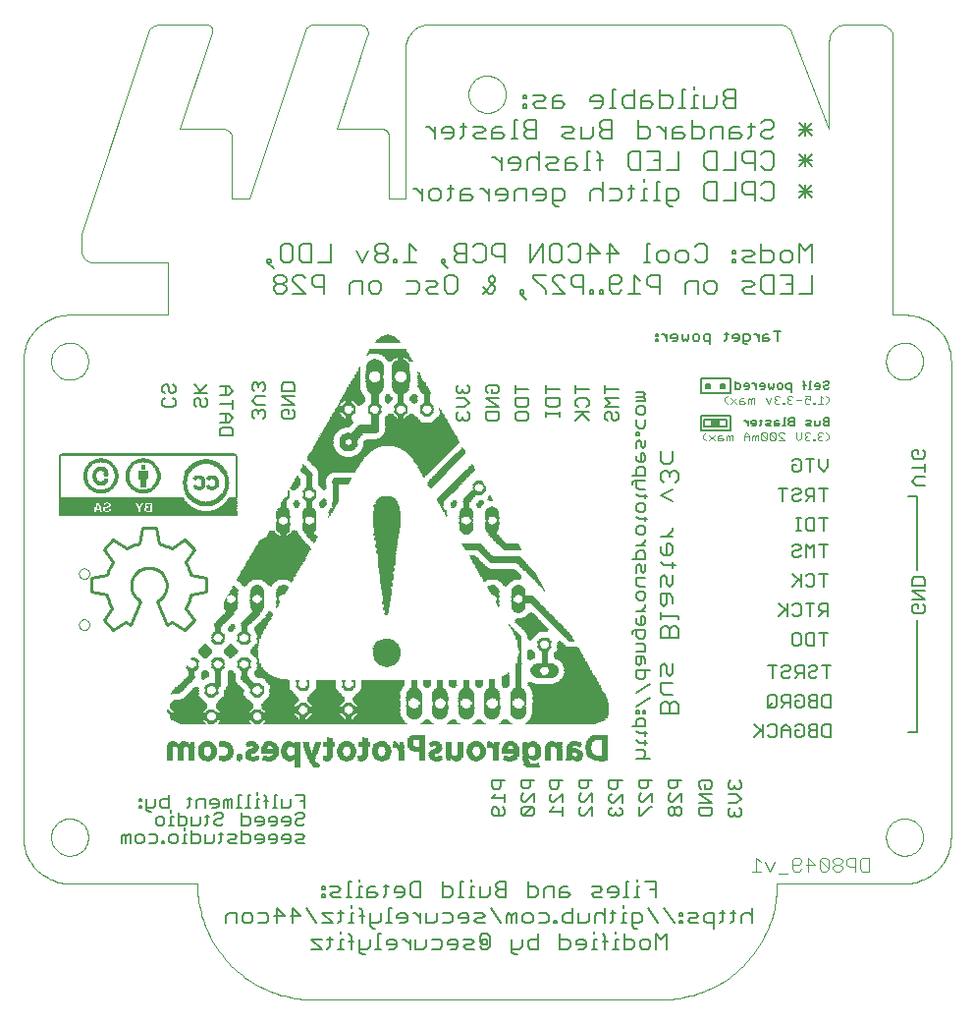
<source format=gbo>
G75*
%MOIN*%
%OFA0B0*%
%FSLAX24Y24*%
%IPPOS*%
%LPD*%
%AMOC8*
5,1,8,0,0,1.08239X$1,22.5*
%
%ADD10C,0.0080*%
%ADD11C,0.0060*%
%ADD12C,0.0050*%
%ADD13C,0.0040*%
%ADD14C,0.0000*%
%ADD15C,0.0070*%
%ADD16R,0.6015X0.0015*%
%ADD17R,0.6045X0.0015*%
%ADD18R,0.4395X0.0015*%
%ADD19R,0.1620X0.0015*%
%ADD20R,0.2865X0.0015*%
%ADD21R,0.0210X0.0015*%
%ADD22R,0.0975X0.0015*%
%ADD23R,0.0075X0.0015*%
%ADD24R,0.0165X0.0015*%
%ADD25R,0.1170X0.0015*%
%ADD26R,0.0180X0.0015*%
%ADD27R,0.0945X0.0015*%
%ADD28R,0.0045X0.0015*%
%ADD29R,0.1035X0.0015*%
%ADD30R,0.1785X0.0015*%
%ADD31R,0.0930X0.0015*%
%ADD32R,0.0150X0.0015*%
%ADD33R,0.0885X0.0015*%
%ADD34R,0.1650X0.0015*%
%ADD35R,0.0060X0.0015*%
%ADD36R,0.0030X0.0015*%
%ADD37R,0.0135X0.0015*%
%ADD38R,0.1185X0.0015*%
%ADD39R,0.0810X0.0015*%
%ADD40R,0.1575X0.0015*%
%ADD41R,0.0120X0.0015*%
%ADD42R,0.0915X0.0015*%
%ADD43R,0.0765X0.0015*%
%ADD44R,0.1530X0.0015*%
%ADD45R,0.1200X0.0015*%
%ADD46R,0.0735X0.0015*%
%ADD47R,0.1485X0.0015*%
%ADD48R,0.0690X0.0015*%
%ADD49R,0.1455X0.0015*%
%ADD50R,0.1110X0.0015*%
%ADD51R,0.0660X0.0015*%
%ADD52R,0.1425X0.0015*%
%ADD53R,0.1080X0.0015*%
%ADD54R,0.1215X0.0015*%
%ADD55R,0.0630X0.0015*%
%ADD56R,0.1395X0.0015*%
%ADD57R,0.0090X0.0015*%
%ADD58R,0.1020X0.0015*%
%ADD59R,0.0600X0.0015*%
%ADD60R,0.1365X0.0015*%
%ADD61R,0.0960X0.0015*%
%ADD62R,0.0585X0.0015*%
%ADD63R,0.1335X0.0015*%
%ADD64R,0.1230X0.0015*%
%ADD65R,0.0555X0.0015*%
%ADD66R,0.1320X0.0015*%
%ADD67R,0.0540X0.0015*%
%ADD68R,0.1290X0.0015*%
%ADD69R,0.0885X0.0015*%
%ADD70R,0.0225X0.0015*%
%ADD71R,0.1245X0.0015*%
%ADD72R,0.0510X0.0015*%
%ADD73R,0.0300X0.0015*%
%ADD74R,0.1275X0.0015*%
%ADD75R,0.0105X0.0015*%
%ADD76R,0.0270X0.0015*%
%ADD77R,0.0015X0.0015*%
%ADD78R,0.0495X0.0015*%
%ADD79R,0.0435X0.0015*%
%ADD80R,0.1260X0.0015*%
%ADD81R,0.0855X0.0015*%
%ADD82R,0.0480X0.0015*%
%ADD83R,0.0525X0.0015*%
%ADD84R,0.0465X0.0015*%
%ADD85R,0.0600X0.0015*%
%ADD86R,0.0450X0.0015*%
%ADD87R,0.0675X0.0015*%
%ADD88R,0.0840X0.0015*%
%ADD89R,0.0420X0.0015*%
%ADD90R,0.0735X0.0015*%
%ADD91R,0.0405X0.0015*%
%ADD92R,0.0780X0.0015*%
%ADD93R,0.0825X0.0015*%
%ADD94R,0.1155X0.0015*%
%ADD95R,0.0195X0.0015*%
%ADD96R,0.0390X0.0015*%
%ADD97R,0.2670X0.0015*%
%ADD98R,0.0375X0.0015*%
%ADD99R,0.4320X0.0015*%
%ADD100R,0.0360X0.0015*%
%ADD101R,0.0330X0.0015*%
%ADD102R,0.4305X0.0015*%
%ADD103R,0.0345X0.0015*%
%ADD104R,0.4290X0.0015*%
%ADD105R,0.0330X0.0015*%
%ADD106R,0.4275X0.0015*%
%ADD107R,0.0255X0.0015*%
%ADD108R,0.4260X0.0015*%
%ADD109R,0.0315X0.0015*%
%ADD110R,0.0240X0.0015*%
%ADD111R,0.0300X0.0015*%
%ADD112R,0.4245X0.0015*%
%ADD113R,0.0285X0.0015*%
%ADD114R,0.4230X0.0015*%
%ADD115R,0.0270X0.0015*%
%ADD116R,0.4215X0.0015*%
%ADD117R,0.0060X0.0015*%
%ADD118R,0.0360X0.0015*%
%ADD119R,0.0450X0.0015*%
%ADD120R,0.0510X0.0015*%
%ADD121R,0.0570X0.0015*%
%ADD122R,0.0555X0.0015*%
%ADD123R,0.0615X0.0015*%
%ADD124R,0.0660X0.0015*%
%ADD125R,0.0345X0.0015*%
%ADD126R,0.0390X0.0015*%
%ADD127R,0.0315X0.0015*%
%ADD128R,0.0420X0.0015*%
%ADD129R,0.0465X0.0015*%
%ADD130R,0.0375X0.0015*%
%ADD131R,0.0285X0.0015*%
%ADD132R,0.0405X0.0015*%
%ADD133R,0.0870X0.0015*%
%ADD134R,0.0720X0.0015*%
%ADD135R,0.0645X0.0015*%
%ADD136R,0.0585X0.0015*%
%ADD137R,0.0495X0.0015*%
%ADD138R,0.0540X0.0015*%
%ADD139R,0.0480X0.0015*%
%ADD140R,0.6015X0.0015*%
%ADD141R,0.5985X0.0015*%
%ADD142R,0.5955X0.0015*%
%ADD143R,0.5895X0.0015*%
%ADD144R,0.0440X0.0010*%
%ADD145R,0.0180X0.0010*%
%ADD146R,0.0210X0.0010*%
%ADD147R,0.0470X0.0010*%
%ADD148R,0.0220X0.0010*%
%ADD149R,0.0240X0.0010*%
%ADD150R,0.0480X0.0010*%
%ADD151R,0.0260X0.0010*%
%ADD152R,0.0490X0.0010*%
%ADD153R,0.0270X0.0010*%
%ADD154R,0.0500X0.0010*%
%ADD155R,0.0510X0.0010*%
%ADD156R,0.0280X0.0010*%
%ADD157R,0.0120X0.0010*%
%ADD158R,0.0250X0.0010*%
%ADD159R,0.0060X0.0010*%
%ADD160R,0.0230X0.0010*%
%ADD161R,0.0030X0.0010*%
%ADD162R,0.0200X0.0010*%
%ADD163R,0.0190X0.0010*%
%ADD164R,0.0130X0.0010*%
%ADD165R,0.0140X0.0010*%
%ADD166R,0.0170X0.0010*%
%ADD167R,0.0150X0.0010*%
%ADD168R,0.0160X0.0010*%
%ADD169R,0.0090X0.0010*%
%ADD170R,0.0100X0.0010*%
%ADD171R,0.0410X0.0010*%
%ADD172R,0.0300X0.0010*%
%ADD173R,0.0290X0.0010*%
%ADD174R,0.0380X0.0010*%
%ADD175R,0.0340X0.0010*%
%ADD176R,0.0310X0.0010*%
%ADD177R,0.0350X0.0010*%
%ADD178R,0.0320X0.0010*%
%ADD179R,0.0400X0.0010*%
%ADD180R,0.0360X0.0010*%
%ADD181R,0.0330X0.0010*%
%ADD182R,0.0370X0.0010*%
%ADD183R,0.0530X0.0010*%
%ADD184R,0.0390X0.0010*%
%ADD185R,0.0560X0.0010*%
%ADD186R,0.0450X0.0010*%
%ADD187R,0.0430X0.0010*%
%ADD188R,0.0540X0.0010*%
%ADD189R,0.0520X0.0010*%
%ADD190R,0.0550X0.0010*%
%ADD191R,0.0460X0.0010*%
%ADD192R,0.0590X0.0010*%
%ADD193R,0.0420X0.0010*%
%ADD194R,0.0600X0.0010*%
%ADD195R,0.0570X0.0010*%
%ADD196R,0.0610X0.0010*%
%ADD197R,0.0580X0.0010*%
%ADD198R,0.0630X0.0010*%
%ADD199R,0.0640X0.0010*%
%ADD200R,0.0650X0.0010*%
%ADD201R,0.0660X0.0010*%
%ADD202R,0.0110X0.0010*%
%ADD203R,0.0050X0.0010*%
%ADD204R,0.0070X0.0010*%
%ADD205R,0.0040X0.0010*%
%ADD206R,0.0020X0.0010*%
%ADD207R,0.0010X0.0010*%
%ADD208R,0.0910X0.0010*%
%ADD209R,0.0900X0.0010*%
%ADD210R,0.0080X0.0010*%
%ADD211R,0.0680X0.0010*%
%ADD212R,0.0620X0.0010*%
%ADD213R,0.2340X0.0010*%
%ADD214R,0.4900X0.0010*%
%ADD215R,0.1140X0.0010*%
%ADD216R,0.0800X0.0010*%
%ADD217R,0.2370X0.0010*%
%ADD218R,0.4860X0.0010*%
%ADD219R,0.1120X0.0010*%
%ADD220R,0.0840X0.0010*%
%ADD221R,0.2380X0.0010*%
%ADD222R,0.4850X0.0010*%
%ADD223R,0.1100X0.0010*%
%ADD224R,0.2400X0.0010*%
%ADD225R,0.4810X0.0010*%
%ADD226R,0.1080X0.0010*%
%ADD227R,0.0870X0.0010*%
%ADD228R,0.2430X0.0010*%
%ADD229R,0.4790X0.0010*%
%ADD230R,0.1060X0.0010*%
%ADD231R,0.4770X0.0010*%
%ADD232R,0.1040X0.0010*%
%ADD233R,0.2440X0.0010*%
%ADD234R,0.4750X0.0010*%
%ADD235R,0.1020X0.0010*%
%ADD236R,0.0930X0.0010*%
%ADD237R,0.2490X0.0010*%
%ADD238R,0.4730X0.0010*%
%ADD239R,0.1010X0.0010*%
%ADD240R,0.0960X0.0010*%
%ADD241R,0.1000X0.0010*%
%ADD242R,0.2500X0.0010*%
%ADD243R,0.0990X0.0010*%
%ADD244R,0.0980X0.0010*%
%ADD245R,0.2520X0.0010*%
%ADD246R,0.4680X0.0010*%
%ADD247R,0.0940X0.0010*%
%ADD248R,0.0950X0.0010*%
%ADD249R,0.0920X0.0010*%
%ADD250R,0.4670X0.0010*%
%ADD251R,0.2530X0.0010*%
%ADD252R,0.4650X0.0010*%
%ADD253R,0.2540X0.0010*%
%ADD254R,0.2570X0.0010*%
%ADD255R,0.1700X0.0010*%
%ADD256R,0.1290X0.0010*%
%ADD257R,0.1300X0.0010*%
%ADD258R,0.1350X0.0010*%
%ADD259R,0.1260X0.0010*%
%ADD260R,0.2550X0.0010*%
%ADD261R,0.1670X0.0010*%
%ADD262R,0.1280X0.0010*%
%ADD263R,0.1320X0.0010*%
%ADD264R,0.1250X0.0010*%
%ADD265R,0.1660X0.0010*%
%ADD266R,0.1310X0.0010*%
%ADD267R,0.1650X0.0010*%
%ADD268R,0.1230X0.0010*%
%ADD269R,0.1270X0.0010*%
%ADD270R,0.1640X0.0010*%
%ADD271R,0.1200X0.0010*%
%ADD272R,0.1240X0.0010*%
%ADD273R,0.2560X0.0010*%
%ADD274R,0.1620X0.0010*%
%ADD275R,0.1190X0.0010*%
%ADD276R,0.1600X0.0010*%
%ADD277R,0.1180X0.0010*%
%ADD278R,0.2590X0.0010*%
%ADD279R,0.1580X0.0010*%
%ADD280R,0.1160X0.0010*%
%ADD281R,0.1570X0.0010*%
%ADD282R,0.2580X0.0010*%
%ADD283R,0.1550X0.0010*%
%ADD284R,0.1540X0.0010*%
%ADD285R,0.1520X0.0010*%
%ADD286R,0.1510X0.0010*%
%ADD287R,0.1170X0.0010*%
%ADD288R,0.1500X0.0010*%
%ADD289R,0.1150X0.0010*%
%ADD290R,0.1490X0.0010*%
%ADD291R,0.1480X0.0010*%
%ADD292R,0.1460X0.0010*%
%ADD293R,0.1450X0.0010*%
%ADD294R,0.1130X0.0010*%
%ADD295R,0.1440X0.0010*%
%ADD296R,0.1430X0.0010*%
%ADD297R,0.1330X0.0010*%
%ADD298R,0.1340X0.0010*%
%ADD299R,0.1630X0.0010*%
%ADD300R,0.1610X0.0010*%
%ADD301R,0.0970X0.0010*%
%ADD302R,0.1030X0.0010*%
%ADD303R,0.1590X0.0010*%
%ADD304R,0.1050X0.0010*%
%ADD305R,0.1090X0.0010*%
%ADD306R,0.1110X0.0010*%
%ADD307R,0.1210X0.0010*%
%ADD308R,0.1220X0.0010*%
%ADD309R,0.1470X0.0010*%
%ADD310R,0.1070X0.0010*%
%ADD311R,0.1530X0.0010*%
%ADD312R,0.1560X0.0010*%
%ADD313R,0.0740X0.0010*%
%ADD314R,0.0730X0.0010*%
%ADD315R,0.0890X0.0010*%
%ADD316R,0.0850X0.0010*%
%ADD317R,0.0830X0.0010*%
%ADD318R,0.2510X0.0010*%
%ADD319R,0.0810X0.0010*%
%ADD320R,0.0790X0.0010*%
%ADD321R,0.0770X0.0010*%
%ADD322R,0.0760X0.0010*%
%ADD323R,0.0720X0.0010*%
%ADD324R,0.0690X0.0010*%
%ADD325R,0.2480X0.0010*%
%ADD326R,0.2470X0.0010*%
%ADD327R,0.0670X0.0010*%
%ADD328R,0.0880X0.0010*%
%ADD329R,0.2460X0.0010*%
%ADD330R,0.0860X0.0010*%
%ADD331R,0.2450X0.0010*%
%ADD332R,0.2420X0.0010*%
%ADD333R,0.1420X0.0010*%
%ADD334R,0.1410X0.0010*%
%ADD335R,0.0780X0.0010*%
%ADD336R,0.1400X0.0010*%
%ADD337R,0.0820X0.0010*%
%ADD338R,0.1390X0.0010*%
%ADD339R,0.0750X0.0010*%
%ADD340R,0.1380X0.0010*%
%ADD341R,0.0710X0.0010*%
%ADD342R,0.1370X0.0010*%
%ADD343R,0.0700X0.0010*%
%ADD344R,0.1360X0.0010*%
%ADD345R,0.2410X0.0010*%
%ADD346R,0.1900X0.0010*%
%ADD347R,0.1890X0.0010*%
%ADD348R,0.1910X0.0010*%
%ADD349R,0.1880X0.0010*%
%ADD350R,0.1870X0.0010*%
%ADD351R,0.1860X0.0010*%
%ADD352R,0.1840X0.0010*%
%ADD353R,0.1820X0.0010*%
%ADD354R,0.1800X0.0010*%
%ADD355R,0.1780X0.0010*%
%ADD356R,0.1770X0.0010*%
%ADD357R,0.1740X0.0010*%
%ADD358R,0.1730X0.0010*%
%ADD359R,0.1710X0.0010*%
%ADD360R,0.1690X0.0010*%
%ADD361R,0.1760X0.0010*%
%ADD362R,0.1790X0.0010*%
%ADD363R,0.1810X0.0010*%
%ADD364R,0.1830X0.0010*%
%ADD365R,0.1850X0.0010*%
%ADD366R,0.1920X0.0010*%
%ADD367R,0.1930X0.0010*%
%ADD368R,0.1950X0.0010*%
%ADD369R,0.1940X0.0010*%
%ADD370R,0.1720X0.0010*%
%ADD371R,0.2020X0.0010*%
%ADD372R,0.2080X0.0010*%
%ADD373R,0.2090X0.0010*%
%ADD374R,0.2160X0.0010*%
%ADD375R,0.3150X0.0010*%
%ADD376R,0.3160X0.0010*%
%ADD377R,0.3180X0.0010*%
%ADD378R,0.3190X0.0010*%
%ADD379R,0.3210X0.0010*%
%ADD380R,0.3220X0.0010*%
%ADD381R,0.3240X0.0010*%
%ADD382R,0.3250X0.0010*%
%ADD383R,0.3230X0.0010*%
%ADD384R,0.3200X0.0010*%
%ADD385R,0.3170X0.0010*%
%ADD386R,0.3130X0.0010*%
%ADD387R,0.3120X0.0010*%
%ADD388R,0.2760X0.0010*%
%ADD389R,0.2720X0.0010*%
%ADD390R,0.2690X0.0010*%
%ADD391R,0.2630X0.0010*%
%ADD392R,0.2620X0.0010*%
%ADD393R,0.2390X0.0010*%
%ADD394R,0.2360X0.0010*%
%ADD395R,0.2330X0.0010*%
%ADD396R,0.2320X0.0010*%
%ADD397R,0.2310X0.0010*%
%ADD398R,0.2290X0.0010*%
%ADD399R,0.2280X0.0010*%
%ADD400R,0.2270X0.0010*%
%ADD401R,0.2260X0.0010*%
%ADD402R,0.2250X0.0010*%
%ADD403R,0.2240X0.0010*%
%ADD404R,0.2230X0.0010*%
%ADD405R,0.2220X0.0010*%
%ADD406R,0.2200X0.0010*%
%ADD407R,0.2190X0.0010*%
%ADD408R,0.2180X0.0010*%
%ADD409R,0.2170X0.0010*%
%ADD410R,0.2140X0.0010*%
%ADD411C,0.0100*%
D10*
X027048Y009844D02*
X027048Y010154D01*
X027151Y010257D01*
X027255Y010257D01*
X027358Y010154D01*
X027358Y009844D01*
X027358Y010154D02*
X027462Y010257D01*
X027565Y010257D01*
X027668Y010154D01*
X027668Y009844D01*
X027048Y009844D01*
X027151Y010488D02*
X027048Y010592D01*
X027048Y010902D01*
X027462Y010902D01*
X027358Y011133D02*
X027462Y011236D01*
X027462Y011546D01*
X027255Y011443D02*
X027255Y011236D01*
X027358Y011133D01*
X027048Y011133D02*
X027048Y011443D01*
X027151Y011546D01*
X027255Y011443D01*
X027358Y012422D02*
X027358Y012732D01*
X027255Y012835D01*
X027151Y012835D01*
X027048Y012732D01*
X027048Y012422D01*
X027668Y012422D01*
X027668Y012732D01*
X027565Y012835D01*
X027462Y012835D01*
X027358Y012732D01*
X027048Y013066D02*
X027048Y013273D01*
X027048Y013170D02*
X027668Y013170D01*
X027668Y013066D01*
X027151Y013496D02*
X027255Y013599D01*
X027255Y013910D01*
X027358Y013910D02*
X027048Y013910D01*
X027048Y013599D01*
X027151Y013496D01*
X027462Y013599D02*
X027462Y013806D01*
X027358Y013910D01*
X027358Y014141D02*
X027462Y014244D01*
X027462Y014554D01*
X027462Y014785D02*
X027462Y014992D01*
X027565Y014889D02*
X027151Y014889D01*
X027048Y014992D01*
X027151Y015215D02*
X027048Y015318D01*
X027048Y015525D01*
X027255Y015628D02*
X027255Y015215D01*
X027358Y015215D02*
X027462Y015318D01*
X027462Y015525D01*
X027358Y015628D01*
X027255Y015628D01*
X027255Y015859D02*
X027462Y016066D01*
X027462Y016170D01*
X027462Y015859D02*
X027048Y015859D01*
X027151Y015215D02*
X027358Y015215D01*
X027151Y014554D02*
X027048Y014451D01*
X027048Y014141D01*
X027255Y014244D02*
X027255Y014451D01*
X027151Y014554D01*
X027255Y014244D02*
X027358Y014141D01*
X027462Y017041D02*
X027048Y017248D01*
X027462Y017455D01*
X027565Y017686D02*
X027668Y017789D01*
X027668Y017996D01*
X027565Y018099D01*
X027462Y018099D01*
X027358Y017996D01*
X027255Y018099D01*
X027151Y018099D01*
X027048Y017996D01*
X027048Y017789D01*
X027151Y017686D01*
X027358Y017892D02*
X027358Y017996D01*
X027358Y018330D02*
X027151Y018330D01*
X027048Y018434D01*
X027048Y018744D01*
X027462Y018744D02*
X027462Y018434D01*
X027358Y018330D01*
X022513Y023899D02*
X022306Y024106D01*
X022410Y024106D01*
X022410Y024210D01*
X022306Y024210D01*
X022306Y024106D01*
X022744Y024623D02*
X023158Y024210D01*
X023158Y024106D01*
X023388Y024106D02*
X023802Y024106D01*
X023388Y024520D01*
X023388Y024623D01*
X023492Y024727D01*
X023699Y024727D01*
X023802Y024623D01*
X024033Y024623D02*
X024033Y024416D01*
X024136Y024313D01*
X024447Y024313D01*
X024447Y024106D02*
X024447Y024727D01*
X024136Y024727D01*
X024033Y024623D01*
X024029Y025156D02*
X023926Y025260D01*
X024029Y025156D02*
X024236Y025156D01*
X024339Y025260D01*
X024339Y025673D01*
X024236Y025777D01*
X024029Y025777D01*
X023926Y025673D01*
X023695Y025673D02*
X023695Y025260D01*
X023591Y025156D01*
X023384Y025156D01*
X023281Y025260D01*
X023281Y025673D01*
X023384Y025777D01*
X023591Y025777D01*
X023695Y025673D01*
X023050Y025777D02*
X023050Y025156D01*
X022636Y025156D02*
X022636Y025777D01*
X023050Y025777D02*
X022636Y025156D01*
X022744Y024727D02*
X022744Y024623D01*
X022744Y024727D02*
X023158Y024727D01*
X021761Y025156D02*
X021761Y025777D01*
X021451Y025777D01*
X021347Y025673D01*
X021347Y025466D01*
X021451Y025363D01*
X021761Y025363D01*
X021335Y024727D02*
X021439Y024623D01*
X021439Y024520D01*
X021025Y024106D01*
X021232Y024106D02*
X021335Y024106D01*
X021439Y024210D01*
X021439Y024313D01*
X021232Y024520D01*
X021232Y024623D01*
X021335Y024727D01*
X021025Y024313D02*
X021232Y024106D01*
X020150Y024210D02*
X020046Y024106D01*
X019839Y024106D01*
X019736Y024210D01*
X019736Y024623D01*
X019839Y024727D01*
X020046Y024727D01*
X020150Y024623D01*
X020150Y024210D01*
X019505Y024106D02*
X019195Y024106D01*
X019091Y024210D01*
X019195Y024313D01*
X019402Y024313D01*
X019505Y024416D01*
X019402Y024520D01*
X019091Y024520D01*
X018861Y024416D02*
X018861Y024210D01*
X018757Y024106D01*
X018447Y024106D01*
X018447Y024520D02*
X018757Y024520D01*
X018861Y024416D01*
X018753Y025156D02*
X018339Y025156D01*
X018546Y025156D02*
X018546Y025777D01*
X018753Y025570D01*
X018109Y025260D02*
X018005Y025260D01*
X018005Y025156D01*
X018109Y025156D01*
X018109Y025260D01*
X017786Y025260D02*
X017786Y025363D01*
X017683Y025466D01*
X017476Y025466D01*
X017373Y025363D01*
X017373Y025260D01*
X017476Y025156D01*
X017683Y025156D01*
X017786Y025260D01*
X017683Y025466D02*
X017786Y025570D01*
X017786Y025673D01*
X017683Y025777D01*
X017476Y025777D01*
X017373Y025673D01*
X017373Y025570D01*
X017476Y025466D01*
X017142Y025570D02*
X016935Y025156D01*
X016728Y025570D01*
X015853Y025777D02*
X015853Y025156D01*
X015439Y025156D01*
X015208Y025156D02*
X014898Y025156D01*
X014794Y025260D01*
X014794Y025673D01*
X014898Y025777D01*
X015208Y025777D01*
X015208Y025156D01*
X015328Y024727D02*
X015224Y024623D01*
X015224Y024416D01*
X015328Y024313D01*
X015638Y024313D01*
X015638Y024106D02*
X015638Y024727D01*
X015328Y024727D01*
X014993Y024623D02*
X014890Y024727D01*
X014683Y024727D01*
X014580Y024623D01*
X014580Y024520D01*
X014993Y024106D01*
X014580Y024106D01*
X014349Y024210D02*
X014349Y024313D01*
X014245Y024416D01*
X014038Y024416D01*
X013935Y024313D01*
X013935Y024210D01*
X014038Y024106D01*
X014245Y024106D01*
X014349Y024210D01*
X014245Y024416D02*
X014349Y024520D01*
X014349Y024623D01*
X014245Y024727D01*
X014038Y024727D01*
X013935Y024623D01*
X013935Y024520D01*
X014038Y024416D01*
X013919Y024949D02*
X013712Y025156D01*
X013816Y025156D01*
X013816Y025260D01*
X013712Y025260D01*
X013712Y025156D01*
X014150Y025260D02*
X014150Y025673D01*
X014253Y025777D01*
X014460Y025777D01*
X014564Y025673D01*
X014564Y025260D01*
X014460Y025156D01*
X014253Y025156D01*
X014150Y025260D01*
X016513Y024416D02*
X016513Y024106D01*
X016513Y024416D02*
X016617Y024520D01*
X016927Y024520D01*
X016927Y024106D01*
X017158Y024210D02*
X017158Y024416D01*
X017261Y024520D01*
X017468Y024520D01*
X017571Y024416D01*
X017571Y024210D01*
X017468Y024106D01*
X017261Y024106D01*
X017158Y024210D01*
X019621Y025156D02*
X019827Y024949D01*
X019724Y025156D02*
X019621Y025156D01*
X019621Y025260D01*
X019724Y025260D01*
X019724Y025156D01*
X020058Y025260D02*
X020162Y025156D01*
X020472Y025156D01*
X020472Y025777D01*
X020162Y025777D01*
X020058Y025673D01*
X020058Y025570D01*
X020162Y025466D01*
X020472Y025466D01*
X020703Y025260D02*
X020806Y025156D01*
X021013Y025156D01*
X021116Y025260D01*
X021116Y025673D01*
X021013Y025777D01*
X020806Y025777D01*
X020703Y025673D01*
X020162Y025466D02*
X020058Y025363D01*
X020058Y025260D01*
X020273Y027256D02*
X020583Y027256D01*
X020687Y027360D01*
X020583Y027463D01*
X020273Y027463D01*
X020273Y027566D02*
X020273Y027256D01*
X020273Y027566D02*
X020377Y027670D01*
X020583Y027670D01*
X020914Y027670D02*
X021017Y027670D01*
X021224Y027463D01*
X021224Y027256D02*
X021224Y027670D01*
X021455Y027566D02*
X021455Y027463D01*
X021868Y027463D01*
X021868Y027360D02*
X021868Y027566D01*
X021765Y027670D01*
X021558Y027670D01*
X021455Y027566D01*
X021558Y027256D02*
X021765Y027256D01*
X021868Y027360D01*
X022099Y027256D02*
X022099Y027566D01*
X022203Y027670D01*
X022513Y027670D01*
X022513Y027256D01*
X022744Y027463D02*
X022744Y027566D01*
X022847Y027670D01*
X023054Y027670D01*
X023158Y027566D01*
X023158Y027360D01*
X023054Y027256D01*
X022847Y027256D01*
X022744Y027463D02*
X023158Y027463D01*
X023388Y027670D02*
X023388Y027153D01*
X023492Y027049D01*
X023595Y027049D01*
X023699Y027256D02*
X023388Y027256D01*
X023699Y027256D02*
X023802Y027360D01*
X023802Y027566D01*
X023699Y027670D01*
X023388Y027670D01*
X023277Y028306D02*
X023174Y028410D01*
X023277Y028513D01*
X023484Y028513D01*
X023587Y028616D01*
X023484Y028720D01*
X023174Y028720D01*
X022943Y028616D02*
X022839Y028720D01*
X022632Y028720D01*
X022529Y028616D01*
X022529Y028306D01*
X022298Y028410D02*
X022298Y028616D01*
X022195Y028720D01*
X021988Y028720D01*
X021884Y028616D01*
X021884Y028513D01*
X022298Y028513D01*
X022298Y028410D02*
X022195Y028306D01*
X021988Y028306D01*
X021654Y028306D02*
X021654Y028720D01*
X021654Y028513D02*
X021447Y028720D01*
X021343Y028720D01*
X021347Y029356D02*
X021658Y029356D01*
X021761Y029460D01*
X021658Y029563D01*
X021347Y029563D01*
X021347Y029666D02*
X021347Y029356D01*
X021116Y029356D02*
X020806Y029356D01*
X020703Y029460D01*
X020806Y029563D01*
X021013Y029563D01*
X021116Y029666D01*
X021013Y029770D01*
X020703Y029770D01*
X020472Y029770D02*
X020265Y029770D01*
X020369Y029873D02*
X020369Y029460D01*
X020265Y029356D01*
X020042Y029460D02*
X020042Y029666D01*
X019939Y029770D01*
X019732Y029770D01*
X019629Y029666D01*
X019629Y029563D01*
X020042Y029563D01*
X020042Y029460D02*
X019939Y029356D01*
X019732Y029356D01*
X019398Y029356D02*
X019398Y029770D01*
X019398Y029563D02*
X019191Y029770D01*
X019087Y029770D01*
X018968Y027670D02*
X018968Y027256D01*
X018968Y027463D02*
X018761Y027670D01*
X018658Y027670D01*
X019199Y027566D02*
X019199Y027360D01*
X019302Y027256D01*
X019509Y027256D01*
X019613Y027360D01*
X019613Y027566D01*
X019509Y027670D01*
X019302Y027670D01*
X019199Y027566D01*
X019835Y027670D02*
X020042Y027670D01*
X019939Y027773D02*
X019939Y027360D01*
X019835Y027256D01*
X021984Y029356D02*
X022191Y029356D01*
X022087Y029356D02*
X022087Y029977D01*
X022191Y029977D01*
X022422Y029873D02*
X022422Y029770D01*
X022525Y029666D01*
X022835Y029666D01*
X022835Y029356D02*
X022835Y029977D01*
X022525Y029977D01*
X022422Y029873D01*
X022525Y029666D02*
X022422Y029563D01*
X022422Y029460D01*
X022525Y029356D01*
X022835Y029356D01*
X022943Y028927D02*
X022943Y028306D01*
X023277Y028306D02*
X023587Y028306D01*
X023818Y028306D02*
X023818Y028616D01*
X023922Y028720D01*
X024128Y028720D01*
X024128Y028513D02*
X023818Y028513D01*
X023818Y028306D02*
X024128Y028306D01*
X024232Y028410D01*
X024128Y028513D01*
X024455Y028306D02*
X024662Y028306D01*
X024558Y028306D02*
X024558Y028927D01*
X024662Y028927D01*
X024884Y028927D02*
X024988Y028823D01*
X024988Y028306D01*
X025091Y028616D02*
X024884Y028616D01*
X025091Y027877D02*
X025091Y027256D01*
X025322Y027256D02*
X025632Y027256D01*
X025736Y027360D01*
X025736Y027566D01*
X025632Y027670D01*
X025322Y027670D01*
X025091Y027566D02*
X024988Y027670D01*
X024781Y027670D01*
X024678Y027566D01*
X024678Y027256D01*
X025959Y027256D02*
X026062Y027360D01*
X026062Y027773D01*
X026165Y027670D02*
X025959Y027670D01*
X026492Y027670D02*
X026492Y027256D01*
X026595Y027256D02*
X026388Y027256D01*
X026492Y027670D02*
X026595Y027670D01*
X026492Y027877D02*
X026492Y027980D01*
X026380Y028306D02*
X026070Y028306D01*
X025967Y028410D01*
X025967Y028823D01*
X026070Y028927D01*
X026380Y028927D01*
X026380Y028306D01*
X026611Y028306D02*
X027025Y028306D01*
X027025Y028927D01*
X026611Y028927D01*
X026818Y028616D02*
X027025Y028616D01*
X027256Y028306D02*
X027669Y028306D01*
X027669Y028927D01*
X027781Y029356D02*
X027471Y029356D01*
X027471Y029666D01*
X027574Y029770D01*
X027781Y029770D01*
X027781Y029563D02*
X027471Y029563D01*
X027240Y029563D02*
X027033Y029770D01*
X026929Y029770D01*
X026703Y029666D02*
X026703Y029460D01*
X026599Y029356D01*
X026289Y029356D01*
X026289Y029977D01*
X026289Y029770D02*
X026599Y029770D01*
X026703Y029666D01*
X027240Y029770D02*
X027240Y029356D01*
X027781Y029356D02*
X027884Y029460D01*
X027781Y029563D01*
X028115Y029770D02*
X028425Y029770D01*
X028529Y029666D01*
X028529Y029460D01*
X028425Y029356D01*
X028115Y029356D01*
X028115Y029977D01*
X028760Y029666D02*
X028760Y029356D01*
X028760Y029666D02*
X028863Y029770D01*
X029173Y029770D01*
X029173Y029356D01*
X029404Y029356D02*
X029404Y029666D01*
X029508Y029770D01*
X029714Y029770D01*
X029714Y029563D02*
X029404Y029563D01*
X029404Y029356D02*
X029714Y029356D01*
X029818Y029460D01*
X029714Y029563D01*
X030041Y029770D02*
X030248Y029770D01*
X030144Y029873D02*
X030144Y029460D01*
X030041Y029356D01*
X029937Y028927D02*
X029834Y028823D01*
X029834Y028616D01*
X029937Y028513D01*
X030248Y028513D01*
X030248Y028306D02*
X030248Y028927D01*
X029937Y028927D01*
X029603Y028927D02*
X029603Y028306D01*
X029189Y028306D01*
X028959Y028306D02*
X028648Y028306D01*
X028545Y028410D01*
X028545Y028823D01*
X028648Y028927D01*
X028959Y028927D01*
X028959Y028306D01*
X028959Y027877D02*
X028648Y027877D01*
X028545Y027773D01*
X028545Y027360D01*
X028648Y027256D01*
X028959Y027256D01*
X028959Y027877D01*
X029603Y027877D02*
X029603Y027256D01*
X029189Y027256D01*
X029834Y027566D02*
X029937Y027463D01*
X030248Y027463D01*
X030248Y027256D02*
X030248Y027877D01*
X029937Y027877D01*
X029834Y027773D01*
X029834Y027566D01*
X030478Y027360D02*
X030582Y027256D01*
X030789Y027256D01*
X030892Y027360D01*
X030892Y027773D01*
X030789Y027877D01*
X030582Y027877D01*
X030478Y027773D01*
X030582Y028306D02*
X030478Y028410D01*
X030582Y028306D02*
X030789Y028306D01*
X030892Y028410D01*
X030892Y028823D01*
X030789Y028927D01*
X030582Y028927D01*
X030478Y028823D01*
X030582Y029356D02*
X030789Y029356D01*
X030892Y029460D01*
X030789Y029666D02*
X030582Y029666D01*
X030478Y029563D01*
X030478Y029460D01*
X030582Y029356D01*
X030789Y029666D02*
X030892Y029770D01*
X030892Y029873D01*
X030789Y029977D01*
X030582Y029977D01*
X030478Y029873D01*
X029603Y030406D02*
X029603Y031027D01*
X029293Y031027D01*
X029189Y030923D01*
X029189Y030820D01*
X029293Y030716D01*
X029603Y030716D01*
X029603Y030406D02*
X029293Y030406D01*
X029189Y030510D01*
X029189Y030613D01*
X029293Y030716D01*
X028959Y030820D02*
X028959Y030510D01*
X028855Y030406D01*
X028545Y030406D01*
X028545Y030820D01*
X028314Y030820D02*
X028211Y030820D01*
X028211Y030406D01*
X028314Y030406D02*
X028107Y030406D01*
X027884Y030406D02*
X027677Y030406D01*
X027781Y030406D02*
X027781Y031027D01*
X027884Y031027D01*
X028211Y031027D02*
X028211Y031130D01*
X027455Y030716D02*
X027351Y030820D01*
X027041Y030820D01*
X027041Y031027D02*
X027041Y030406D01*
X027351Y030406D01*
X027455Y030510D01*
X027455Y030716D01*
X026810Y030510D02*
X026707Y030613D01*
X026396Y030613D01*
X026396Y030716D02*
X026396Y030406D01*
X026707Y030406D01*
X026810Y030510D01*
X026707Y030820D02*
X026500Y030820D01*
X026396Y030716D01*
X026165Y030820D02*
X025855Y030820D01*
X025752Y030716D01*
X025752Y030510D01*
X025855Y030406D01*
X026165Y030406D01*
X026165Y031027D01*
X025521Y031027D02*
X025417Y031027D01*
X025417Y030406D01*
X025314Y030406D02*
X025521Y030406D01*
X025091Y030510D02*
X025091Y030716D01*
X024988Y030820D01*
X024781Y030820D01*
X024678Y030716D01*
X024678Y030613D01*
X025091Y030613D01*
X025091Y030510D02*
X024988Y030406D01*
X024781Y030406D01*
X025103Y029977D02*
X025000Y029873D01*
X025000Y029770D01*
X025103Y029666D01*
X025413Y029666D01*
X025103Y029666D02*
X025000Y029563D01*
X025000Y029460D01*
X025103Y029356D01*
X025413Y029356D01*
X025413Y029977D01*
X025103Y029977D01*
X024769Y029770D02*
X024769Y029460D01*
X024666Y029356D01*
X024355Y029356D01*
X024355Y029770D01*
X024124Y029666D02*
X024021Y029563D01*
X023814Y029563D01*
X023711Y029460D01*
X023814Y029356D01*
X024124Y029356D01*
X024124Y029666D02*
X024021Y029770D01*
X023711Y029770D01*
X023699Y030406D02*
X023802Y030510D01*
X023699Y030613D01*
X023388Y030613D01*
X023388Y030716D02*
X023388Y030406D01*
X023699Y030406D01*
X023699Y030820D02*
X023492Y030820D01*
X023388Y030716D01*
X023158Y030716D02*
X023054Y030820D01*
X022744Y030820D01*
X022513Y030820D02*
X022513Y030716D01*
X022410Y030716D01*
X022410Y030820D01*
X022513Y030820D01*
X022513Y030510D02*
X022513Y030406D01*
X022410Y030406D01*
X022410Y030510D01*
X022513Y030510D01*
X022744Y030510D02*
X022847Y030613D01*
X023054Y030613D01*
X023158Y030716D01*
X023158Y030406D02*
X022847Y030406D01*
X022744Y030510D01*
X021658Y029770D02*
X021451Y029770D01*
X021347Y029666D01*
X024674Y025777D02*
X024984Y025466D01*
X024570Y025466D01*
X024674Y025156D02*
X024674Y025777D01*
X025215Y025466D02*
X025628Y025466D01*
X025318Y025777D01*
X025318Y025156D01*
X025425Y024727D02*
X025632Y024727D01*
X025736Y024623D01*
X025736Y024520D01*
X025632Y024416D01*
X025322Y024416D01*
X025322Y024210D02*
X025322Y024623D01*
X025425Y024727D01*
X025322Y024210D02*
X025425Y024106D01*
X025632Y024106D01*
X025736Y024210D01*
X025967Y024106D02*
X026380Y024106D01*
X026173Y024106D02*
X026173Y024727D01*
X026380Y024520D01*
X026611Y024623D02*
X026611Y024416D01*
X026715Y024313D01*
X027025Y024313D01*
X027025Y024106D02*
X027025Y024727D01*
X026715Y024727D01*
X026611Y024623D01*
X026599Y025156D02*
X026599Y025777D01*
X026703Y025777D01*
X026933Y025466D02*
X027037Y025570D01*
X027244Y025570D01*
X027347Y025466D01*
X027347Y025260D01*
X027244Y025156D01*
X027037Y025156D01*
X026933Y025260D01*
X026933Y025466D01*
X026703Y025156D02*
X026496Y025156D01*
X027578Y025260D02*
X027578Y025466D01*
X027681Y025570D01*
X027888Y025570D01*
X027992Y025466D01*
X027992Y025260D01*
X027888Y025156D01*
X027681Y025156D01*
X027578Y025260D01*
X028223Y025260D02*
X028326Y025156D01*
X028533Y025156D01*
X028636Y025260D01*
X028636Y025673D01*
X028533Y025777D01*
X028326Y025777D01*
X028223Y025673D01*
X028314Y024520D02*
X028004Y024520D01*
X027900Y024416D01*
X027900Y024106D01*
X028314Y024106D02*
X028314Y024520D01*
X028545Y024416D02*
X028545Y024210D01*
X028648Y024106D01*
X028855Y024106D01*
X028959Y024210D01*
X028959Y024416D01*
X028855Y024520D01*
X028648Y024520D01*
X028545Y024416D01*
X029500Y025156D02*
X029603Y025156D01*
X029603Y025260D01*
X029500Y025260D01*
X029500Y025156D01*
X029500Y025466D02*
X029603Y025466D01*
X029603Y025570D01*
X029500Y025570D01*
X029500Y025466D01*
X029834Y025570D02*
X030144Y025570D01*
X030248Y025466D01*
X030144Y025363D01*
X029937Y025363D01*
X029834Y025260D01*
X029937Y025156D01*
X030248Y025156D01*
X030478Y025156D02*
X030789Y025156D01*
X030892Y025260D01*
X030892Y025466D01*
X030789Y025570D01*
X030478Y025570D01*
X030478Y025777D02*
X030478Y025156D01*
X030582Y024727D02*
X030892Y024727D01*
X030892Y024106D01*
X030582Y024106D01*
X030478Y024210D01*
X030478Y024623D01*
X030582Y024727D01*
X030248Y024416D02*
X030144Y024520D01*
X029834Y024520D01*
X029937Y024313D02*
X030144Y024313D01*
X030248Y024416D01*
X030248Y024106D02*
X029937Y024106D01*
X029834Y024210D01*
X029937Y024313D01*
X031123Y024106D02*
X031537Y024106D01*
X031537Y024727D01*
X031123Y024727D01*
X031330Y024416D02*
X031537Y024416D01*
X031768Y024106D02*
X032181Y024106D01*
X032181Y024727D01*
X032181Y025156D02*
X032181Y025777D01*
X031974Y025570D01*
X031768Y025777D01*
X031768Y025156D01*
X031537Y025260D02*
X031537Y025466D01*
X031433Y025570D01*
X031226Y025570D01*
X031123Y025466D01*
X031123Y025260D01*
X031226Y025156D01*
X031433Y025156D01*
X031537Y025260D01*
X031768Y027360D02*
X032181Y027773D01*
X031974Y027773D02*
X031974Y027360D01*
X032181Y027360D02*
X031768Y027773D01*
X031768Y027566D02*
X032181Y027566D01*
X032181Y028410D02*
X031768Y028823D01*
X031974Y028823D02*
X031974Y028410D01*
X031768Y028410D02*
X032181Y028823D01*
X032181Y028616D02*
X031768Y028616D01*
X031768Y029460D02*
X032181Y029873D01*
X031974Y029873D02*
X031974Y029460D01*
X032181Y029460D02*
X031768Y029873D01*
X031768Y029666D02*
X032181Y029666D01*
X027669Y027566D02*
X027669Y027360D01*
X027566Y027256D01*
X027256Y027256D01*
X027256Y027153D02*
X027256Y027670D01*
X027566Y027670D01*
X027669Y027566D01*
X027463Y027049D02*
X027359Y027049D01*
X027256Y027153D01*
X027025Y027256D02*
X026818Y027256D01*
X026921Y027256D02*
X026921Y027877D01*
X027025Y027877D01*
X025091Y024210D02*
X024988Y024210D01*
X024988Y024106D01*
X025091Y024106D01*
X025091Y024210D01*
X024769Y024210D02*
X024666Y024210D01*
X024666Y024106D01*
X024769Y024106D01*
X024769Y024210D01*
X035461Y017233D02*
X035761Y017233D01*
X035761Y014733D01*
X035761Y013033D02*
X035761Y009233D01*
X035461Y009233D01*
X027462Y010488D02*
X027151Y010488D01*
D11*
X026681Y010392D02*
X026241Y010098D01*
X026241Y009942D02*
X026241Y009868D01*
X026314Y009868D01*
X026314Y009942D01*
X026241Y009942D01*
X026461Y009942D02*
X026461Y009868D01*
X026535Y009868D01*
X026535Y009942D01*
X026461Y009942D01*
X026461Y009701D02*
X026314Y009701D01*
X026241Y009628D01*
X026241Y009408D01*
X026094Y009408D02*
X026535Y009408D01*
X026535Y009628D01*
X026461Y009701D01*
X026535Y009248D02*
X026535Y009101D01*
X026608Y009174D02*
X026314Y009174D01*
X026241Y009248D01*
X026241Y008941D02*
X026314Y008867D01*
X026608Y008867D01*
X026535Y008794D02*
X026535Y008941D01*
X026461Y008627D02*
X026241Y008627D01*
X026461Y008627D02*
X026535Y008554D01*
X026535Y008407D01*
X026461Y008334D01*
X026681Y008334D02*
X026241Y008334D01*
X026328Y007603D02*
X026328Y007382D01*
X026401Y007309D01*
X026548Y007309D01*
X026621Y007382D01*
X026621Y007603D01*
X026768Y007603D02*
X026328Y007603D01*
X026401Y007142D02*
X026328Y007069D01*
X026328Y006922D01*
X026401Y006849D01*
X026475Y006849D01*
X026768Y007142D01*
X026768Y006849D01*
X026768Y006682D02*
X026695Y006682D01*
X026401Y006388D01*
X026328Y006388D01*
X026328Y006682D01*
X025749Y006594D02*
X025675Y006667D01*
X025749Y006594D02*
X025749Y006447D01*
X025675Y006374D01*
X025602Y006374D01*
X025528Y006447D01*
X025528Y006520D01*
X025528Y006447D02*
X025455Y006374D01*
X025382Y006374D01*
X025308Y006447D01*
X025308Y006594D01*
X025382Y006667D01*
X025382Y006834D02*
X025308Y006907D01*
X025308Y007054D01*
X025382Y007128D01*
X025382Y007294D02*
X025528Y007294D01*
X025602Y007368D01*
X025602Y007588D01*
X025749Y007588D02*
X025308Y007588D01*
X025308Y007368D01*
X025382Y007294D01*
X025749Y007128D02*
X025455Y006834D01*
X025382Y006834D01*
X025749Y006834D02*
X025749Y007128D01*
X024744Y007142D02*
X024450Y006849D01*
X024377Y006849D01*
X024303Y006922D01*
X024303Y007069D01*
X024377Y007142D01*
X024377Y007309D02*
X024523Y007309D01*
X024597Y007382D01*
X024597Y007603D01*
X024744Y007603D02*
X024303Y007603D01*
X024303Y007382D01*
X024377Y007309D01*
X024744Y007142D02*
X024744Y006849D01*
X024744Y006682D02*
X024450Y006388D01*
X024377Y006388D01*
X024303Y006462D01*
X024303Y006608D01*
X024377Y006682D01*
X024744Y006682D02*
X024744Y006388D01*
X023737Y006383D02*
X023737Y006677D01*
X023737Y006530D02*
X023297Y006530D01*
X023444Y006677D01*
X023444Y006844D02*
X023370Y006844D01*
X023297Y006917D01*
X023297Y007064D01*
X023370Y007137D01*
X023370Y007304D02*
X023517Y007304D01*
X023590Y007378D01*
X023590Y007598D01*
X023737Y007598D02*
X023297Y007598D01*
X023297Y007378D01*
X023370Y007304D01*
X023737Y007137D02*
X023444Y006844D01*
X023737Y006844D02*
X023737Y007137D01*
X022768Y007142D02*
X022475Y006849D01*
X022401Y006849D01*
X022328Y006922D01*
X022328Y007069D01*
X022401Y007142D01*
X022401Y007309D02*
X022548Y007309D01*
X022621Y007382D01*
X022621Y007603D01*
X022768Y007603D02*
X022328Y007603D01*
X022328Y007382D01*
X022401Y007309D01*
X022768Y007142D02*
X022768Y006849D01*
X022695Y006682D02*
X022401Y006682D01*
X022328Y006608D01*
X022328Y006462D01*
X022401Y006388D01*
X022695Y006682D01*
X022768Y006608D01*
X022768Y006462D01*
X022695Y006388D01*
X022401Y006388D01*
X021773Y006457D02*
X021700Y006383D01*
X021406Y006383D01*
X021333Y006457D01*
X021333Y006604D01*
X021406Y006677D01*
X021480Y006677D01*
X021553Y006604D01*
X021553Y006383D01*
X021773Y006457D02*
X021773Y006604D01*
X021700Y006677D01*
X021773Y006844D02*
X021773Y007137D01*
X021773Y006991D02*
X021333Y006991D01*
X021480Y007137D01*
X021553Y007304D02*
X021626Y007378D01*
X021626Y007598D01*
X021773Y007598D02*
X021333Y007598D01*
X021333Y007378D01*
X021406Y007304D01*
X021553Y007304D01*
X026241Y010559D02*
X026681Y010852D01*
X026461Y011019D02*
X026535Y011093D01*
X026535Y011313D01*
X026681Y011313D02*
X026241Y011313D01*
X026241Y011093D01*
X026314Y011019D01*
X026461Y011019D01*
X026314Y011480D02*
X026241Y011553D01*
X026241Y011773D01*
X026461Y011773D01*
X026535Y011700D01*
X026535Y011553D01*
X026388Y011553D02*
X026388Y011773D01*
X026388Y011553D02*
X026314Y011480D01*
X026241Y011940D02*
X026535Y011940D01*
X026535Y012160D01*
X026461Y012234D01*
X026241Y012234D01*
X026314Y012400D02*
X026241Y012474D01*
X026241Y012694D01*
X026168Y012694D02*
X026535Y012694D01*
X026535Y012474D01*
X026461Y012400D01*
X026314Y012400D01*
X026094Y012547D02*
X026094Y012621D01*
X026168Y012694D01*
X026314Y012861D02*
X026241Y012934D01*
X026241Y013081D01*
X026388Y013154D02*
X026388Y012861D01*
X026461Y012861D02*
X026535Y012934D01*
X026535Y013081D01*
X026461Y013154D01*
X026388Y013154D01*
X026388Y013321D02*
X026535Y013468D01*
X026535Y013541D01*
X026461Y013705D02*
X026314Y013705D01*
X026241Y013778D01*
X026241Y013925D01*
X026314Y013998D01*
X026461Y013998D01*
X026535Y013925D01*
X026535Y013778D01*
X026461Y013705D01*
X026535Y013321D02*
X026241Y013321D01*
X026314Y012861D02*
X026461Y012861D01*
X026535Y014165D02*
X026314Y014165D01*
X026241Y014239D01*
X026241Y014459D01*
X026535Y014459D01*
X026461Y014626D02*
X026535Y014699D01*
X026535Y014919D01*
X026388Y014846D02*
X026388Y014699D01*
X026461Y014626D01*
X026241Y014626D02*
X026241Y014846D01*
X026314Y014919D01*
X026388Y014846D01*
X026535Y015086D02*
X026094Y015086D01*
X026241Y015086D02*
X026241Y015306D01*
X026314Y015380D01*
X026461Y015380D01*
X026535Y015306D01*
X026535Y015086D01*
X026535Y015546D02*
X026241Y015546D01*
X026388Y015546D02*
X026535Y015693D01*
X026535Y015767D01*
X026461Y015930D02*
X026314Y015930D01*
X026241Y016003D01*
X026241Y016150D01*
X026314Y016224D01*
X026461Y016224D01*
X026535Y016150D01*
X026535Y016003D01*
X026461Y015930D01*
X026535Y016390D02*
X026535Y016537D01*
X026608Y016464D02*
X026314Y016464D01*
X026241Y016537D01*
X026314Y016697D02*
X026241Y016771D01*
X026241Y016918D01*
X026314Y016991D01*
X026461Y016991D01*
X026535Y016918D01*
X026535Y016771D01*
X026461Y016697D01*
X026314Y016697D01*
X026535Y017158D02*
X026535Y017305D01*
X026608Y017231D02*
X026314Y017231D01*
X026241Y017305D01*
X026314Y017465D02*
X026241Y017538D01*
X026241Y017758D01*
X026168Y017758D02*
X026094Y017685D01*
X026094Y017611D01*
X026168Y017758D02*
X026535Y017758D01*
X026535Y017925D02*
X026094Y017925D01*
X026241Y017925D02*
X026241Y018145D01*
X026314Y018219D01*
X026461Y018219D01*
X026535Y018145D01*
X026535Y017925D01*
X026461Y018385D02*
X026535Y018459D01*
X026535Y018606D01*
X026461Y018679D01*
X026388Y018679D01*
X026388Y018385D01*
X026461Y018385D02*
X026314Y018385D01*
X026241Y018459D01*
X026241Y018606D01*
X026241Y018846D02*
X026241Y019066D01*
X026314Y019139D01*
X026388Y019066D01*
X026388Y018919D01*
X026461Y018846D01*
X026535Y018919D01*
X026535Y019139D01*
X026314Y019306D02*
X026241Y019306D01*
X026241Y019380D01*
X026314Y019380D01*
X026314Y019306D01*
X026314Y019536D02*
X026241Y019610D01*
X026241Y019830D01*
X026314Y019997D02*
X026241Y020070D01*
X026241Y020217D01*
X026314Y020290D01*
X026461Y020290D01*
X026535Y020217D01*
X026535Y020070D01*
X026461Y019997D01*
X026314Y019997D01*
X026535Y019830D02*
X026535Y019610D01*
X026461Y019536D01*
X026314Y019536D01*
X025619Y019862D02*
X025619Y020008D01*
X025546Y020082D01*
X025399Y020008D02*
X025399Y019862D01*
X025472Y019788D01*
X025546Y019788D01*
X025619Y019862D01*
X025399Y020008D02*
X025326Y020082D01*
X025252Y020082D01*
X025179Y020008D01*
X025179Y019862D01*
X025252Y019788D01*
X025179Y020249D02*
X025619Y020249D01*
X025619Y020542D02*
X025179Y020542D01*
X025326Y020395D01*
X025179Y020249D01*
X025179Y020709D02*
X025179Y021003D01*
X025179Y020856D02*
X025619Y020856D01*
X026241Y020751D02*
X026461Y020751D01*
X026535Y020677D01*
X026461Y020604D01*
X026241Y020604D01*
X026241Y020457D02*
X026535Y020457D01*
X026535Y020531D01*
X026461Y020604D01*
X024619Y020469D02*
X024619Y020322D01*
X024546Y020249D01*
X024619Y020082D02*
X024179Y020082D01*
X024252Y020249D02*
X024179Y020322D01*
X024179Y020469D01*
X024252Y020542D01*
X024546Y020542D01*
X024619Y020469D01*
X024619Y020856D02*
X024179Y020856D01*
X024179Y021003D02*
X024179Y020709D01*
X023619Y020856D02*
X023179Y020856D01*
X023179Y021003D02*
X023179Y020709D01*
X023179Y020542D02*
X023179Y020322D01*
X023252Y020249D01*
X023546Y020249D01*
X023619Y020322D01*
X023619Y020542D01*
X023179Y020542D01*
X023179Y020082D02*
X023179Y019935D01*
X023179Y020008D02*
X023619Y020008D01*
X023619Y019935D02*
X023619Y020082D01*
X024179Y019788D02*
X024472Y020082D01*
X024399Y020008D02*
X024619Y019788D01*
X022557Y019862D02*
X022483Y019788D01*
X022190Y019788D01*
X022116Y019862D01*
X022116Y020008D01*
X022190Y020082D01*
X022483Y020082D01*
X022557Y020008D01*
X022557Y019862D01*
X022483Y020249D02*
X022190Y020249D01*
X022116Y020322D01*
X022116Y020542D01*
X022557Y020542D01*
X022557Y020322D01*
X022483Y020249D01*
X022116Y020709D02*
X022116Y021003D01*
X022116Y020856D02*
X022557Y020856D01*
X021557Y020929D02*
X021557Y020782D01*
X021483Y020709D01*
X021336Y020709D01*
X021336Y020856D01*
X021190Y021003D02*
X021483Y021003D01*
X021557Y020929D01*
X021190Y021003D02*
X021116Y020929D01*
X021116Y020782D01*
X021190Y020709D01*
X021116Y020542D02*
X021557Y020249D01*
X021116Y020249D01*
X021116Y020082D02*
X021116Y019862D01*
X021190Y019788D01*
X021483Y019788D01*
X021557Y019862D01*
X021557Y020082D01*
X021116Y020082D01*
X021116Y020542D02*
X021557Y020542D01*
X020557Y020395D02*
X020410Y020249D01*
X020116Y020249D01*
X020190Y020082D02*
X020116Y020008D01*
X020116Y019862D01*
X020190Y019788D01*
X020263Y019788D01*
X020336Y019862D01*
X020410Y019788D01*
X020483Y019788D01*
X020557Y019862D01*
X020557Y020008D01*
X020483Y020082D01*
X020336Y019935D02*
X020336Y019862D01*
X020557Y020395D02*
X020410Y020542D01*
X020116Y020542D01*
X020190Y020709D02*
X020263Y020709D01*
X020336Y020782D01*
X020410Y020709D01*
X020483Y020709D01*
X020557Y020782D01*
X020557Y020929D01*
X020483Y021003D01*
X020336Y020856D02*
X020336Y020782D01*
X020190Y020709D02*
X020116Y020782D01*
X020116Y020929D01*
X020190Y021003D01*
X014645Y021006D02*
X014645Y020786D01*
X014204Y020786D01*
X014204Y021006D01*
X014278Y021079D01*
X014571Y021079D01*
X014645Y021006D01*
X014645Y020619D02*
X014204Y020619D01*
X014645Y020325D01*
X014204Y020325D01*
X014278Y020159D02*
X014424Y020159D01*
X014424Y020012D01*
X014278Y020159D02*
X014204Y020085D01*
X014204Y019938D01*
X014278Y019865D01*
X014571Y019865D01*
X014645Y019938D01*
X014645Y020085D01*
X014571Y020159D01*
X013632Y020085D02*
X013632Y019938D01*
X013559Y019865D01*
X013412Y020012D02*
X013412Y020085D01*
X013338Y020159D01*
X013265Y020159D01*
X013192Y020085D01*
X013192Y019938D01*
X013265Y019865D01*
X013412Y020085D02*
X013485Y020159D01*
X013559Y020159D01*
X013632Y020085D01*
X013632Y020325D02*
X013338Y020325D01*
X013192Y020472D01*
X013338Y020619D01*
X013632Y020619D01*
X013559Y020786D02*
X013632Y020859D01*
X013632Y021006D01*
X013559Y021079D01*
X013485Y021079D01*
X013412Y021006D01*
X013338Y021079D01*
X013265Y021079D01*
X013192Y021006D01*
X013192Y020859D01*
X013265Y020786D01*
X013412Y020933D02*
X013412Y021006D01*
X012532Y020802D02*
X012385Y020949D01*
X012092Y020949D01*
X012312Y020949D02*
X012312Y020656D01*
X012385Y020656D02*
X012532Y020802D01*
X012385Y020656D02*
X012092Y020656D01*
X012092Y020342D02*
X012532Y020342D01*
X012532Y020195D02*
X012532Y020489D01*
X012385Y020028D02*
X012092Y020028D01*
X012312Y020028D02*
X012312Y019735D01*
X012385Y019735D02*
X012532Y019882D01*
X012385Y020028D01*
X012385Y019735D02*
X012092Y019735D01*
X012165Y019568D02*
X012092Y019495D01*
X012092Y019274D01*
X012532Y019274D01*
X012532Y019495D01*
X012459Y019568D01*
X012165Y019568D01*
X011584Y020259D02*
X011510Y020259D01*
X011437Y020332D01*
X011437Y020479D01*
X011363Y020552D01*
X011290Y020552D01*
X011217Y020479D01*
X011217Y020332D01*
X011290Y020259D01*
X011584Y020259D02*
X011657Y020332D01*
X011657Y020479D01*
X011584Y020552D01*
X011657Y020719D02*
X011217Y020719D01*
X011363Y020719D02*
X011657Y021013D01*
X011437Y020793D02*
X011217Y021013D01*
X010582Y020939D02*
X010582Y020793D01*
X010509Y020719D01*
X010435Y020719D01*
X010362Y020793D01*
X010362Y020939D01*
X010288Y021013D01*
X010215Y021013D01*
X010142Y020939D01*
X010142Y020793D01*
X010215Y020719D01*
X010215Y020552D02*
X010142Y020479D01*
X010142Y020332D01*
X010215Y020259D01*
X010509Y020259D01*
X010582Y020332D01*
X010582Y020479D01*
X010509Y020552D01*
X010582Y020939D02*
X010509Y021013D01*
X013359Y007173D02*
X013359Y007100D01*
X013359Y006953D02*
X013359Y006660D01*
X013432Y006660D02*
X013285Y006660D01*
X013125Y006660D02*
X012978Y006660D01*
X013052Y006660D02*
X013052Y007100D01*
X013125Y007100D01*
X013359Y006953D02*
X013432Y006953D01*
X013592Y006880D02*
X013739Y006880D01*
X013666Y007027D02*
X013592Y007100D01*
X013666Y007027D02*
X013666Y006660D01*
X013899Y006660D02*
X014046Y006660D01*
X013973Y006660D02*
X013973Y007100D01*
X014046Y007100D01*
X014213Y006953D02*
X014213Y006660D01*
X014433Y006660D01*
X014506Y006733D01*
X014506Y006953D01*
X014673Y007100D02*
X014967Y007100D01*
X014967Y006660D01*
X014893Y006500D02*
X014967Y006427D01*
X014967Y006353D01*
X014893Y006280D01*
X014747Y006280D01*
X014673Y006206D01*
X014673Y006133D01*
X014747Y006060D01*
X014893Y006060D01*
X014967Y006133D01*
X014893Y006500D02*
X014747Y006500D01*
X014673Y006427D01*
X014506Y006280D02*
X014433Y006353D01*
X014286Y006353D01*
X014213Y006280D01*
X014213Y006206D01*
X014506Y006206D01*
X014506Y006133D02*
X014506Y006280D01*
X014506Y006133D02*
X014433Y006060D01*
X014286Y006060D01*
X014046Y006133D02*
X014046Y006280D01*
X013973Y006353D01*
X013826Y006353D01*
X013752Y006280D01*
X013752Y006206D01*
X014046Y006206D01*
X014046Y006133D02*
X013973Y006060D01*
X013826Y006060D01*
X013586Y006133D02*
X013586Y006280D01*
X013512Y006353D01*
X013365Y006353D01*
X013292Y006280D01*
X013292Y006206D01*
X013586Y006206D01*
X013586Y006133D02*
X013512Y006060D01*
X013365Y006060D01*
X013125Y006133D02*
X013125Y006280D01*
X013052Y006353D01*
X012832Y006353D01*
X012832Y006500D02*
X012832Y006060D01*
X013052Y006060D01*
X013125Y006133D01*
X012832Y005900D02*
X012832Y005460D01*
X013052Y005460D01*
X013125Y005533D01*
X013125Y005680D01*
X013052Y005753D01*
X012832Y005753D01*
X012665Y005680D02*
X012591Y005753D01*
X012371Y005753D01*
X012445Y005606D02*
X012591Y005606D01*
X012665Y005680D01*
X012665Y005460D02*
X012445Y005460D01*
X012371Y005533D01*
X012445Y005606D01*
X012204Y005753D02*
X012058Y005753D01*
X012131Y005827D02*
X012131Y005533D01*
X012058Y005460D01*
X011898Y005533D02*
X011824Y005460D01*
X011604Y005460D01*
X011604Y005753D01*
X011437Y005680D02*
X011364Y005753D01*
X011144Y005753D01*
X011144Y005900D02*
X011144Y005460D01*
X011364Y005460D01*
X011437Y005533D01*
X011437Y005680D01*
X011364Y006060D02*
X011144Y006060D01*
X011144Y006353D01*
X010977Y006280D02*
X010903Y006353D01*
X010683Y006353D01*
X010683Y006500D02*
X010683Y006060D01*
X010903Y006060D01*
X010977Y006133D01*
X010977Y006280D01*
X010903Y005973D02*
X010903Y005900D01*
X010903Y005753D02*
X010903Y005460D01*
X010830Y005460D02*
X010977Y005460D01*
X010977Y005753D02*
X010903Y005753D01*
X010670Y005680D02*
X010670Y005533D01*
X010596Y005460D01*
X010450Y005460D01*
X010376Y005533D01*
X010376Y005680D01*
X010450Y005753D01*
X010596Y005753D01*
X010670Y005680D01*
X010516Y006060D02*
X010370Y006060D01*
X010443Y006060D02*
X010443Y006353D01*
X010516Y006353D01*
X010443Y006500D02*
X010443Y006573D01*
X010363Y006660D02*
X010363Y007100D01*
X010363Y006953D02*
X010143Y006953D01*
X010069Y006880D01*
X010069Y006733D01*
X010143Y006660D01*
X010363Y006660D01*
X010136Y006353D02*
X009989Y006353D01*
X009916Y006280D01*
X009916Y006133D01*
X009989Y006060D01*
X010136Y006060D01*
X010209Y006133D01*
X010209Y006280D01*
X010136Y006353D01*
X009756Y006513D02*
X009682Y006513D01*
X009609Y006586D01*
X009609Y006953D01*
X009442Y006953D02*
X009442Y006880D01*
X009369Y006880D01*
X009369Y006953D01*
X009442Y006953D01*
X009442Y006733D02*
X009442Y006660D01*
X009369Y006660D01*
X009369Y006733D01*
X009442Y006733D01*
X009609Y006660D02*
X009829Y006660D01*
X009903Y006733D01*
X009903Y006953D01*
X010983Y006953D02*
X011130Y006953D01*
X011057Y007027D02*
X011057Y006733D01*
X010983Y006660D01*
X011297Y006660D02*
X011297Y006880D01*
X011370Y006953D01*
X011591Y006953D01*
X011591Y006660D01*
X011757Y006806D02*
X012051Y006806D01*
X012051Y006733D02*
X012051Y006880D01*
X011978Y006953D01*
X011831Y006953D01*
X011757Y006880D01*
X011757Y006806D01*
X011831Y006660D02*
X011978Y006660D01*
X012051Y006733D01*
X012218Y006660D02*
X012218Y006880D01*
X012291Y006953D01*
X012365Y006880D01*
X012365Y006660D01*
X012511Y006660D02*
X012511Y006953D01*
X012438Y006953D01*
X012365Y006880D01*
X012672Y006660D02*
X012818Y006660D01*
X012745Y006660D02*
X012745Y007100D01*
X012818Y007100D01*
X012204Y006427D02*
X012131Y006500D01*
X011984Y006500D01*
X011911Y006427D01*
X011984Y006280D02*
X011911Y006206D01*
X011911Y006133D01*
X011984Y006060D01*
X012131Y006060D01*
X012204Y006133D01*
X012131Y006280D02*
X011984Y006280D01*
X012131Y006280D02*
X012204Y006353D01*
X012204Y006427D01*
X011744Y006353D02*
X011597Y006353D01*
X011671Y006427D02*
X011671Y006133D01*
X011597Y006060D01*
X011437Y006133D02*
X011364Y006060D01*
X011437Y006133D02*
X011437Y006353D01*
X011898Y005753D02*
X011898Y005533D01*
X013292Y005606D02*
X013586Y005606D01*
X013586Y005533D02*
X013586Y005680D01*
X013512Y005753D01*
X013365Y005753D01*
X013292Y005680D01*
X013292Y005606D01*
X013365Y005460D02*
X013512Y005460D01*
X013586Y005533D01*
X013752Y005606D02*
X014046Y005606D01*
X014046Y005533D02*
X014046Y005680D01*
X013973Y005753D01*
X013826Y005753D01*
X013752Y005680D01*
X013752Y005606D01*
X013826Y005460D02*
X013973Y005460D01*
X014046Y005533D01*
X014213Y005606D02*
X014506Y005606D01*
X014506Y005533D02*
X014506Y005680D01*
X014433Y005753D01*
X014286Y005753D01*
X014213Y005680D01*
X014213Y005606D01*
X014286Y005460D02*
X014433Y005460D01*
X014506Y005533D01*
X014673Y005533D02*
X014747Y005606D01*
X014893Y005606D01*
X014967Y005680D01*
X014893Y005753D01*
X014673Y005753D01*
X014673Y005533D02*
X014747Y005460D01*
X014967Y005460D01*
X014967Y006880D02*
X014820Y006880D01*
X010209Y005533D02*
X010136Y005533D01*
X010136Y005460D01*
X010209Y005460D01*
X010209Y005533D01*
X009979Y005533D02*
X009906Y005460D01*
X009686Y005460D01*
X009519Y005533D02*
X009445Y005460D01*
X009299Y005460D01*
X009225Y005533D01*
X009225Y005680D01*
X009299Y005753D01*
X009445Y005753D01*
X009519Y005680D01*
X009519Y005533D01*
X009686Y005753D02*
X009906Y005753D01*
X009979Y005680D01*
X009979Y005533D01*
X009058Y005460D02*
X009058Y005753D01*
X008985Y005753D01*
X008912Y005680D01*
X008838Y005753D01*
X008765Y005680D01*
X008765Y005460D01*
X008912Y005460D02*
X008912Y005680D01*
X026314Y017465D02*
X026535Y017465D01*
X031066Y017503D02*
X031360Y017503D01*
X031213Y017503D02*
X031213Y017063D01*
X031526Y017136D02*
X031526Y017209D01*
X031600Y017283D01*
X031747Y017283D01*
X031820Y017356D01*
X031820Y017430D01*
X031747Y017503D01*
X031600Y017503D01*
X031526Y017430D01*
X031526Y017136D02*
X031600Y017063D01*
X031747Y017063D01*
X031820Y017136D01*
X031987Y017063D02*
X032134Y017209D01*
X032060Y017209D02*
X032280Y017209D01*
X032280Y017063D02*
X032280Y017503D01*
X032060Y017503D01*
X031987Y017430D01*
X031987Y017283D01*
X032060Y017209D01*
X032447Y017503D02*
X032741Y017503D01*
X032594Y017503D02*
X032594Y017063D01*
X032594Y016503D02*
X032594Y016063D01*
X032280Y016063D02*
X032060Y016063D01*
X031987Y016136D01*
X031987Y016430D01*
X032060Y016503D01*
X032280Y016503D01*
X032280Y016063D01*
X031820Y016063D02*
X031673Y016063D01*
X031747Y016063D02*
X031747Y016503D01*
X031820Y016503D02*
X031673Y016503D01*
X032447Y016503D02*
X032741Y016503D01*
X032741Y015603D02*
X032447Y015603D01*
X032594Y015603D02*
X032594Y015163D01*
X032280Y015163D02*
X032280Y015603D01*
X032134Y015456D01*
X031987Y015603D01*
X031987Y015163D01*
X031820Y015236D02*
X031747Y015163D01*
X031600Y015163D01*
X031526Y015236D01*
X031526Y015309D01*
X031600Y015383D01*
X031747Y015383D01*
X031820Y015456D01*
X031820Y015530D01*
X031747Y015603D01*
X031600Y015603D01*
X031526Y015530D01*
X031526Y014603D02*
X031820Y014309D01*
X031747Y014383D02*
X031526Y014163D01*
X031820Y014163D02*
X031820Y014603D01*
X031987Y014530D02*
X032060Y014603D01*
X032207Y014603D01*
X032280Y014530D01*
X032280Y014236D01*
X032207Y014163D01*
X032060Y014163D01*
X031987Y014236D01*
X032447Y014603D02*
X032741Y014603D01*
X032594Y014603D02*
X032594Y014163D01*
X032521Y013603D02*
X032447Y013530D01*
X032447Y013383D01*
X032521Y013309D01*
X032741Y013309D01*
X032741Y013163D02*
X032741Y013603D01*
X032521Y013603D01*
X032280Y013603D02*
X031987Y013603D01*
X032134Y013603D02*
X032134Y013163D01*
X032447Y013163D02*
X032594Y013309D01*
X032594Y012603D02*
X032594Y012163D01*
X032280Y012163D02*
X032280Y012603D01*
X032060Y012603D01*
X031987Y012530D01*
X031987Y012236D01*
X032060Y012163D01*
X032280Y012163D01*
X031820Y012236D02*
X031820Y012530D01*
X031747Y012603D01*
X031600Y012603D01*
X031526Y012530D01*
X031526Y012236D01*
X031600Y012163D01*
X031747Y012163D01*
X031820Y012236D01*
X032447Y012603D02*
X032741Y012603D01*
X031820Y013236D02*
X031747Y013163D01*
X031600Y013163D01*
X031526Y013236D01*
X031360Y013163D02*
X031360Y013603D01*
X031526Y013530D02*
X031600Y013603D01*
X031747Y013603D01*
X031820Y013530D01*
X031820Y013236D01*
X031360Y013309D02*
X031066Y013603D01*
X031286Y013383D02*
X031066Y013163D01*
X030999Y011503D02*
X030706Y011503D01*
X030853Y011503D02*
X030853Y011063D01*
X031166Y011136D02*
X031240Y011063D01*
X031386Y011063D01*
X031460Y011136D01*
X031386Y011283D02*
X031240Y011283D01*
X031166Y011209D01*
X031166Y011136D01*
X031386Y011283D02*
X031460Y011356D01*
X031460Y011430D01*
X031386Y011503D01*
X031240Y011503D01*
X031166Y011430D01*
X031626Y011430D02*
X031700Y011503D01*
X031920Y011503D01*
X031920Y011063D01*
X031920Y011209D02*
X031700Y011209D01*
X031626Y011283D01*
X031626Y011430D01*
X031773Y011209D02*
X031626Y011063D01*
X032087Y011136D02*
X032160Y011063D01*
X032307Y011063D01*
X032380Y011136D01*
X032307Y011283D02*
X032160Y011283D01*
X032087Y011209D01*
X032087Y011136D01*
X032307Y011283D02*
X032380Y011356D01*
X032380Y011430D01*
X032307Y011503D01*
X032160Y011503D01*
X032087Y011430D01*
X032547Y011503D02*
X032841Y011503D01*
X032694Y011503D02*
X032694Y011063D01*
X032621Y010503D02*
X032547Y010430D01*
X032547Y010136D01*
X032621Y010063D01*
X032841Y010063D01*
X032841Y010503D01*
X032621Y010503D01*
X032380Y010503D02*
X032380Y010063D01*
X032160Y010063D01*
X032087Y010136D01*
X032087Y010209D01*
X032160Y010283D01*
X032380Y010283D01*
X032160Y010283D02*
X032087Y010356D01*
X032087Y010430D01*
X032160Y010503D01*
X032380Y010503D01*
X031920Y010430D02*
X031920Y010136D01*
X031847Y010063D01*
X031700Y010063D01*
X031626Y010136D01*
X031626Y010283D01*
X031773Y010283D01*
X031626Y010430D02*
X031700Y010503D01*
X031847Y010503D01*
X031920Y010430D01*
X031460Y010503D02*
X031460Y010063D01*
X031460Y010209D02*
X031240Y010209D01*
X031166Y010283D01*
X031166Y010430D01*
X031240Y010503D01*
X031460Y010503D01*
X031313Y010209D02*
X031166Y010063D01*
X030999Y010136D02*
X030926Y010063D01*
X030779Y010063D01*
X030706Y010136D01*
X030706Y010430D01*
X030779Y010503D01*
X030926Y010503D01*
X030999Y010430D01*
X030999Y010136D01*
X030853Y010209D02*
X030706Y010063D01*
X030779Y009503D02*
X030926Y009503D01*
X030999Y009430D01*
X030999Y009136D01*
X030926Y009063D01*
X030779Y009063D01*
X030706Y009136D01*
X030539Y009063D02*
X030539Y009503D01*
X030706Y009430D02*
X030779Y009503D01*
X030539Y009209D02*
X030245Y009503D01*
X030466Y009283D02*
X030245Y009063D01*
X031166Y009063D02*
X031166Y009356D01*
X031313Y009503D01*
X031460Y009356D01*
X031460Y009063D01*
X031626Y009136D02*
X031626Y009283D01*
X031773Y009283D01*
X031626Y009430D02*
X031700Y009503D01*
X031847Y009503D01*
X031920Y009430D01*
X031920Y009136D01*
X031847Y009063D01*
X031700Y009063D01*
X031626Y009136D01*
X031460Y009283D02*
X031166Y009283D01*
X032087Y009356D02*
X032160Y009283D01*
X032380Y009283D01*
X032160Y009283D02*
X032087Y009209D01*
X032087Y009136D01*
X032160Y009063D01*
X032380Y009063D01*
X032380Y009503D01*
X032160Y009503D01*
X032087Y009430D01*
X032087Y009356D01*
X032547Y009430D02*
X032547Y009136D01*
X032621Y009063D01*
X032841Y009063D01*
X032841Y009503D01*
X032621Y009503D01*
X032547Y009430D01*
X029788Y007505D02*
X029788Y007358D01*
X029715Y007284D01*
X029641Y007284D01*
X029568Y007358D01*
X029568Y007431D01*
X029568Y007358D02*
X029494Y007284D01*
X029421Y007284D01*
X029348Y007358D01*
X029348Y007505D01*
X029421Y007578D01*
X029715Y007578D02*
X029788Y007505D01*
X029641Y007118D02*
X029348Y007118D01*
X029641Y007118D02*
X029788Y006971D01*
X029641Y006824D01*
X029348Y006824D01*
X029421Y006657D02*
X029348Y006584D01*
X029348Y006437D01*
X029421Y006364D01*
X029494Y006364D01*
X029568Y006437D01*
X029641Y006364D01*
X029715Y006364D01*
X029788Y006437D01*
X029788Y006584D01*
X029715Y006657D01*
X029568Y006510D02*
X029568Y006437D01*
X028788Y006452D02*
X028715Y006378D01*
X028421Y006378D01*
X028348Y006452D01*
X028348Y006672D01*
X028788Y006672D01*
X028788Y006452D01*
X028788Y006839D02*
X028348Y006839D01*
X028348Y007132D02*
X028788Y006839D01*
X028788Y007132D02*
X028348Y007132D01*
X028421Y007299D02*
X028348Y007373D01*
X028348Y007519D01*
X028421Y007593D01*
X028715Y007593D01*
X028788Y007519D01*
X028788Y007373D01*
X028715Y007299D01*
X028568Y007299D01*
X028568Y007446D01*
X027763Y007603D02*
X027323Y007603D01*
X027323Y007382D01*
X027396Y007309D01*
X027543Y007309D01*
X027617Y007382D01*
X027617Y007603D01*
X027763Y007142D02*
X027470Y006849D01*
X027396Y006849D01*
X027323Y006922D01*
X027323Y007069D01*
X027396Y007142D01*
X027763Y007142D02*
X027763Y006849D01*
X027690Y006682D02*
X027617Y006682D01*
X027543Y006608D01*
X027543Y006462D01*
X027617Y006388D01*
X027690Y006388D01*
X027763Y006462D01*
X027763Y006608D01*
X027690Y006682D01*
X027543Y006608D02*
X027470Y006682D01*
X027396Y006682D01*
X027323Y006608D01*
X027323Y006462D01*
X027396Y006388D01*
X027470Y006388D01*
X027543Y006462D01*
X035591Y013336D02*
X035591Y013483D01*
X035665Y013556D01*
X035812Y013556D01*
X035812Y013409D01*
X035958Y013263D02*
X035665Y013263D01*
X035591Y013336D01*
X035958Y013263D02*
X036032Y013336D01*
X036032Y013483D01*
X035958Y013556D01*
X036032Y013723D02*
X035591Y013723D01*
X035591Y014017D02*
X036032Y014017D01*
X036032Y014183D02*
X036032Y014404D01*
X035958Y014477D01*
X035665Y014477D01*
X035591Y014404D01*
X035591Y014183D01*
X036032Y014183D01*
X036032Y013723D02*
X035591Y014017D01*
X035738Y017581D02*
X035591Y017728D01*
X035738Y017875D01*
X036032Y017875D01*
X036032Y018042D02*
X036032Y018335D01*
X036032Y018189D02*
X035591Y018189D01*
X035665Y018502D02*
X035591Y018576D01*
X035591Y018722D01*
X035665Y018796D01*
X035812Y018796D01*
X035812Y018649D01*
X035958Y018502D02*
X035665Y018502D01*
X035958Y018502D02*
X036032Y018576D01*
X036032Y018722D01*
X035958Y018796D01*
X036032Y017581D02*
X035738Y017581D01*
X032741Y018209D02*
X032594Y018063D01*
X032447Y018209D01*
X032447Y018503D01*
X032280Y018503D02*
X031987Y018503D01*
X032134Y018503D02*
X032134Y018063D01*
X031820Y018136D02*
X031747Y018063D01*
X031600Y018063D01*
X031526Y018136D01*
X031526Y018283D01*
X031673Y018283D01*
X031526Y018430D02*
X031600Y018503D01*
X031747Y018503D01*
X031820Y018430D01*
X031820Y018136D01*
X032741Y018209D02*
X032741Y018503D01*
X031025Y022492D02*
X031025Y022832D01*
X031138Y022832D02*
X030911Y022832D01*
X030713Y022719D02*
X030600Y022719D01*
X030543Y022662D01*
X030543Y022492D01*
X030713Y022492D01*
X030770Y022549D01*
X030713Y022605D01*
X030543Y022605D01*
X030401Y022605D02*
X030288Y022719D01*
X030231Y022719D01*
X030095Y022662D02*
X030095Y022549D01*
X030038Y022492D01*
X029868Y022492D01*
X029868Y022435D02*
X029868Y022719D01*
X030038Y022719D01*
X030095Y022662D01*
X029981Y022379D02*
X029924Y022379D01*
X029868Y022435D01*
X029726Y022549D02*
X029670Y022492D01*
X029556Y022492D01*
X029499Y022605D02*
X029726Y022605D01*
X029726Y022549D02*
X029726Y022662D01*
X029670Y022719D01*
X029556Y022719D01*
X029499Y022662D01*
X029499Y022605D01*
X029358Y022719D02*
X029244Y022719D01*
X029301Y022776D02*
X029301Y022549D01*
X029244Y022492D01*
X028744Y022492D02*
X028574Y022492D01*
X028517Y022549D01*
X028517Y022662D01*
X028574Y022719D01*
X028744Y022719D01*
X028744Y022379D01*
X028376Y022549D02*
X028319Y022492D01*
X028206Y022492D01*
X028149Y022549D01*
X028149Y022662D01*
X028206Y022719D01*
X028319Y022719D01*
X028376Y022662D01*
X028376Y022549D01*
X028007Y022549D02*
X027951Y022492D01*
X027894Y022549D01*
X027837Y022492D01*
X027781Y022549D01*
X027781Y022719D01*
X027639Y022662D02*
X027582Y022719D01*
X027469Y022719D01*
X027412Y022662D01*
X027412Y022605D01*
X027639Y022605D01*
X027639Y022549D02*
X027639Y022662D01*
X027639Y022549D02*
X027582Y022492D01*
X027469Y022492D01*
X027271Y022492D02*
X027271Y022719D01*
X027271Y022605D02*
X027157Y022719D01*
X027101Y022719D01*
X026964Y022719D02*
X026964Y022662D01*
X026907Y022662D01*
X026907Y022719D01*
X026964Y022719D01*
X026964Y022549D02*
X026964Y022492D01*
X026907Y022492D01*
X026907Y022549D01*
X026964Y022549D01*
X028007Y022549D02*
X028007Y022719D01*
X030401Y022719D02*
X030401Y022492D01*
D12*
X029592Y021132D02*
X029592Y020862D01*
X029727Y020862D01*
X029772Y020907D01*
X029772Y020997D01*
X029727Y021042D01*
X029592Y021042D01*
X029418Y021212D02*
X029418Y020712D01*
X028418Y020712D01*
X028418Y021212D01*
X029418Y021212D01*
X029231Y021025D02*
X029106Y021025D01*
X029106Y021012D01*
X029106Y020962D01*
X029231Y020962D01*
X029231Y020912D01*
X029106Y020912D01*
X029106Y020900D01*
X029231Y020900D01*
X029231Y020912D01*
X029231Y020962D02*
X029231Y021012D01*
X029106Y021012D01*
X029106Y020962D02*
X029106Y020912D01*
X029231Y021012D02*
X029231Y021025D01*
X029887Y020997D02*
X029887Y020952D01*
X030067Y020952D01*
X030067Y020907D02*
X030067Y020997D01*
X030022Y021042D01*
X029932Y021042D01*
X029887Y020997D01*
X029932Y020862D02*
X030022Y020862D01*
X030067Y020907D01*
X030178Y021042D02*
X030223Y021042D01*
X030313Y020952D01*
X030313Y020862D02*
X030313Y021042D01*
X030427Y020997D02*
X030427Y020952D01*
X030607Y020952D01*
X030607Y020907D02*
X030607Y020997D01*
X030562Y021042D01*
X030472Y021042D01*
X030427Y020997D01*
X030472Y020862D02*
X030562Y020862D01*
X030607Y020907D01*
X030722Y020907D02*
X030722Y021042D01*
X030722Y020907D02*
X030767Y020862D01*
X030812Y020907D01*
X030857Y020862D01*
X030902Y020907D01*
X030902Y021042D01*
X031016Y020997D02*
X031062Y021042D01*
X031152Y021042D01*
X031197Y020997D01*
X031197Y020907D01*
X031152Y020862D01*
X031062Y020862D01*
X031016Y020907D01*
X031016Y020997D01*
X031311Y020997D02*
X031311Y020907D01*
X031356Y020862D01*
X031491Y020862D01*
X031491Y020772D02*
X031491Y021042D01*
X031356Y021042D01*
X031311Y020997D01*
X031892Y020997D02*
X031982Y020997D01*
X031937Y021087D02*
X031937Y020862D01*
X032089Y020862D02*
X032179Y020862D01*
X032134Y020862D02*
X032134Y021132D01*
X032179Y021132D01*
X032293Y020997D02*
X032293Y020952D01*
X032473Y020952D01*
X032473Y020907D02*
X032473Y020997D01*
X032428Y021042D01*
X032338Y021042D01*
X032293Y020997D01*
X032338Y020862D02*
X032428Y020862D01*
X032473Y020907D01*
X032588Y020907D02*
X032633Y020862D01*
X032723Y020862D01*
X032768Y020907D01*
X032723Y020997D02*
X032633Y020997D01*
X032588Y020952D01*
X032588Y020907D01*
X032723Y020997D02*
X032768Y021042D01*
X032768Y021087D01*
X032723Y021132D01*
X032633Y021132D01*
X032588Y021087D01*
X031937Y021087D02*
X031892Y021132D01*
X031590Y019882D02*
X031454Y019882D01*
X031409Y019837D01*
X031409Y019792D01*
X031454Y019747D01*
X031590Y019747D01*
X031590Y019612D02*
X031590Y019882D01*
X031454Y019747D02*
X031409Y019702D01*
X031409Y019657D01*
X031454Y019612D01*
X031590Y019612D01*
X031295Y019612D02*
X031205Y019612D01*
X031250Y019612D02*
X031250Y019882D01*
X031295Y019882D01*
X031053Y019792D02*
X030963Y019792D01*
X030918Y019747D01*
X030918Y019612D01*
X031053Y019612D01*
X031098Y019657D01*
X031053Y019702D01*
X030918Y019702D01*
X030804Y019747D02*
X030759Y019792D01*
X030624Y019792D01*
X030669Y019702D02*
X030759Y019702D01*
X030804Y019747D01*
X030804Y019612D02*
X030669Y019612D01*
X030624Y019657D01*
X030669Y019702D01*
X030509Y019792D02*
X030419Y019792D01*
X030464Y019837D02*
X030464Y019657D01*
X030419Y019612D01*
X030313Y019657D02*
X030268Y019612D01*
X030178Y019612D01*
X030133Y019702D02*
X030313Y019702D01*
X030313Y019657D02*
X030313Y019747D01*
X030268Y019792D01*
X030178Y019792D01*
X030133Y019747D01*
X030133Y019702D01*
X030018Y019702D02*
X029928Y019792D01*
X029883Y019792D01*
X030018Y019792D02*
X030018Y019612D01*
X029418Y019462D02*
X029418Y019962D01*
X028418Y019962D01*
X028418Y019462D01*
X029418Y019462D01*
X029293Y019587D02*
X028543Y019587D01*
X028543Y019837D01*
X029293Y019837D01*
X029293Y019587D01*
X029043Y019587D02*
X028793Y019587D01*
X028793Y019612D01*
X029043Y019612D01*
X029043Y019662D01*
X029043Y019712D01*
X028793Y019712D01*
X028793Y019762D01*
X029043Y019762D01*
X029043Y019812D01*
X028793Y019812D01*
X028793Y019762D01*
X028793Y019712D02*
X028793Y019662D01*
X029043Y019662D01*
X029043Y019612D02*
X029043Y019587D01*
X029043Y019712D02*
X029043Y019762D01*
X029043Y019812D02*
X029043Y019837D01*
X028793Y019837D01*
X028793Y019812D01*
X028793Y019662D02*
X028793Y019612D01*
X028731Y020899D02*
X028606Y020899D01*
X028606Y020912D01*
X028731Y020912D01*
X028731Y020962D01*
X028606Y020962D01*
X028606Y021012D01*
X028731Y021012D01*
X028731Y021024D01*
X028606Y021024D01*
X028606Y021012D01*
X028606Y020962D02*
X028606Y020912D01*
X028731Y020899D02*
X028731Y020912D01*
X028731Y020962D02*
X028731Y021012D01*
X031999Y019792D02*
X032134Y019792D01*
X032179Y019747D01*
X032134Y019702D01*
X032044Y019702D01*
X031999Y019657D01*
X032044Y019612D01*
X032179Y019612D01*
X032293Y019612D02*
X032293Y019792D01*
X032293Y019612D02*
X032428Y019612D01*
X032473Y019657D01*
X032473Y019792D01*
X032588Y019792D02*
X032633Y019747D01*
X032768Y019747D01*
X032768Y019612D02*
X032768Y019882D01*
X032633Y019882D01*
X032588Y019837D01*
X032588Y019792D01*
X032633Y019747D02*
X032588Y019702D01*
X032588Y019657D01*
X032633Y019612D01*
X032768Y019612D01*
D13*
X032680Y019387D02*
X032773Y019294D01*
X032773Y019200D01*
X032680Y019107D01*
X032577Y019154D02*
X032530Y019107D01*
X032437Y019107D01*
X032390Y019154D01*
X032390Y019200D01*
X032437Y019247D01*
X032483Y019247D01*
X032437Y019247D02*
X032390Y019294D01*
X032390Y019341D01*
X032437Y019387D01*
X032530Y019387D01*
X032577Y019341D01*
X032282Y019154D02*
X032235Y019154D01*
X032235Y019107D01*
X032282Y019107D01*
X032282Y019154D01*
X032135Y019154D02*
X032088Y019107D01*
X031995Y019107D01*
X031948Y019154D01*
X031948Y019200D01*
X031995Y019247D01*
X032041Y019247D01*
X031995Y019247D02*
X031948Y019294D01*
X031948Y019341D01*
X031995Y019387D01*
X032088Y019387D01*
X032135Y019341D01*
X031840Y019387D02*
X031840Y019200D01*
X031747Y019107D01*
X031653Y019200D01*
X031653Y019387D01*
X031251Y019341D02*
X031204Y019387D01*
X031111Y019387D01*
X031064Y019341D01*
X031064Y019294D01*
X031251Y019107D01*
X031064Y019107D01*
X030956Y019154D02*
X030769Y019341D01*
X030769Y019154D01*
X030816Y019107D01*
X030909Y019107D01*
X030956Y019154D01*
X030956Y019341D01*
X030909Y019387D01*
X030816Y019387D01*
X030769Y019341D01*
X030661Y019341D02*
X030615Y019387D01*
X030521Y019387D01*
X030475Y019341D01*
X030661Y019154D01*
X030615Y019107D01*
X030521Y019107D01*
X030475Y019154D01*
X030475Y019341D01*
X030367Y019294D02*
X030320Y019294D01*
X030273Y019247D01*
X030227Y019294D01*
X030180Y019247D01*
X030180Y019107D01*
X030273Y019107D02*
X030273Y019247D01*
X030367Y019294D02*
X030367Y019107D01*
X030072Y019107D02*
X030072Y019294D01*
X029979Y019387D01*
X029885Y019294D01*
X029885Y019107D01*
X029885Y019247D02*
X030072Y019247D01*
X030661Y019154D02*
X030661Y019341D01*
X030715Y020357D02*
X030622Y020544D01*
X030809Y020544D02*
X030715Y020357D01*
X030917Y020404D02*
X030963Y020357D01*
X031057Y020357D01*
X031103Y020404D01*
X031204Y020404D02*
X031204Y020357D01*
X031251Y020357D01*
X031251Y020404D01*
X031204Y020404D01*
X031359Y020404D02*
X031405Y020357D01*
X031499Y020357D01*
X031545Y020404D01*
X031452Y020497D02*
X031405Y020497D01*
X031359Y020450D01*
X031359Y020404D01*
X031405Y020497D02*
X031359Y020544D01*
X031359Y020591D01*
X031405Y020637D01*
X031499Y020637D01*
X031545Y020591D01*
X031653Y020497D02*
X031840Y020497D01*
X031948Y020497D02*
X031948Y020404D01*
X031995Y020357D01*
X032088Y020357D01*
X032135Y020404D01*
X032135Y020497D02*
X032041Y020544D01*
X031995Y020544D01*
X031948Y020497D01*
X031948Y020637D02*
X032135Y020637D01*
X032135Y020497D01*
X032235Y020404D02*
X032235Y020357D01*
X032282Y020357D01*
X032282Y020404D01*
X032235Y020404D01*
X032390Y020357D02*
X032577Y020357D01*
X032483Y020357D02*
X032483Y020637D01*
X032577Y020544D01*
X032680Y020637D02*
X032773Y020544D01*
X032773Y020450D01*
X032680Y020357D01*
X031103Y020591D02*
X031057Y020637D01*
X030963Y020637D01*
X030917Y020591D01*
X030917Y020544D01*
X030963Y020497D01*
X030917Y020450D01*
X030917Y020404D01*
X030963Y020497D02*
X031010Y020497D01*
X030219Y020544D02*
X030219Y020357D01*
X030126Y020357D02*
X030126Y020497D01*
X030079Y020544D01*
X030033Y020497D01*
X030033Y020357D01*
X029925Y020404D02*
X029878Y020357D01*
X029738Y020357D01*
X029738Y020497D01*
X029785Y020544D01*
X029878Y020544D01*
X029878Y020450D02*
X029738Y020450D01*
X029878Y020450D02*
X029925Y020404D01*
X030126Y020497D02*
X030173Y020544D01*
X030219Y020544D01*
X029630Y020544D02*
X029443Y020357D01*
X029336Y020357D02*
X029242Y020450D01*
X029242Y020544D01*
X029336Y020637D01*
X029443Y020544D02*
X029630Y020357D01*
X028599Y019387D02*
X028505Y019294D01*
X028505Y019200D01*
X028599Y019107D01*
X028707Y019107D02*
X028894Y019294D01*
X029001Y019247D02*
X029001Y019107D01*
X029141Y019107D01*
X029188Y019154D01*
X029141Y019200D01*
X029001Y019200D01*
X029001Y019247D02*
X029048Y019294D01*
X029141Y019294D01*
X029296Y019247D02*
X029296Y019107D01*
X029389Y019107D02*
X029389Y019247D01*
X029343Y019294D01*
X029296Y019247D01*
X029389Y019247D02*
X029436Y019294D01*
X029483Y019294D01*
X029483Y019107D01*
X028894Y019107D02*
X028707Y019294D01*
X030302Y004961D02*
X030302Y004501D01*
X030455Y004501D02*
X030148Y004501D01*
X030455Y004808D02*
X030302Y004961D01*
X030609Y004808D02*
X030762Y004501D01*
X030916Y004808D01*
X031069Y004424D02*
X031376Y004424D01*
X031529Y004577D02*
X031529Y004884D01*
X031606Y004961D01*
X031760Y004961D01*
X031836Y004884D01*
X031836Y004808D01*
X031760Y004731D01*
X031529Y004731D01*
X031529Y004577D02*
X031606Y004501D01*
X031760Y004501D01*
X031836Y004577D01*
X031990Y004731D02*
X032297Y004731D01*
X032067Y004961D01*
X032067Y004501D01*
X032450Y004577D02*
X032450Y004884D01*
X032757Y004577D01*
X032680Y004501D01*
X032527Y004501D01*
X032450Y004577D01*
X032757Y004577D02*
X032757Y004884D01*
X032680Y004961D01*
X032527Y004961D01*
X032450Y004884D01*
X032911Y004884D02*
X032911Y004808D01*
X032987Y004731D01*
X033141Y004731D01*
X033217Y004808D01*
X033217Y004884D01*
X033141Y004961D01*
X032987Y004961D01*
X032911Y004884D01*
X032987Y004731D02*
X032911Y004654D01*
X032911Y004577D01*
X032987Y004501D01*
X033141Y004501D01*
X033217Y004577D01*
X033217Y004654D01*
X033141Y004731D01*
X033371Y004731D02*
X033448Y004654D01*
X033678Y004654D01*
X033678Y004501D02*
X033678Y004961D01*
X033448Y004961D01*
X033371Y004884D01*
X033371Y004731D01*
X033831Y004884D02*
X033831Y004577D01*
X033908Y004501D01*
X034138Y004501D01*
X034138Y004961D01*
X033908Y004961D01*
X033831Y004884D01*
D14*
X005418Y005662D02*
X005418Y021804D01*
X006363Y021804D02*
X006365Y021854D01*
X006371Y021904D01*
X006381Y021953D01*
X006395Y022001D01*
X006412Y022048D01*
X006433Y022093D01*
X006458Y022137D01*
X006486Y022178D01*
X006518Y022217D01*
X006552Y022254D01*
X006589Y022288D01*
X006629Y022318D01*
X006671Y022345D01*
X006715Y022369D01*
X006761Y022390D01*
X006808Y022406D01*
X006856Y022419D01*
X006906Y022428D01*
X006955Y022433D01*
X007006Y022434D01*
X007056Y022431D01*
X007105Y022424D01*
X007154Y022413D01*
X007202Y022398D01*
X007248Y022380D01*
X007293Y022358D01*
X007336Y022332D01*
X007377Y022303D01*
X007416Y022271D01*
X007452Y022236D01*
X007484Y022198D01*
X007514Y022158D01*
X007541Y022115D01*
X007564Y022071D01*
X007583Y022025D01*
X007599Y021977D01*
X007611Y021928D01*
X007619Y021879D01*
X007623Y021829D01*
X007623Y021779D01*
X007619Y021729D01*
X007611Y021680D01*
X007599Y021631D01*
X007583Y021583D01*
X007564Y021537D01*
X007541Y021493D01*
X007514Y021450D01*
X007484Y021410D01*
X007452Y021372D01*
X007416Y021337D01*
X007377Y021305D01*
X007336Y021276D01*
X007293Y021250D01*
X007248Y021228D01*
X007202Y021210D01*
X007154Y021195D01*
X007105Y021184D01*
X007056Y021177D01*
X007006Y021174D01*
X006955Y021175D01*
X006906Y021180D01*
X006856Y021189D01*
X006808Y021202D01*
X006761Y021218D01*
X006715Y021239D01*
X006671Y021263D01*
X006629Y021290D01*
X006589Y021320D01*
X006552Y021354D01*
X006518Y021391D01*
X006486Y021430D01*
X006458Y021471D01*
X006433Y021515D01*
X006412Y021560D01*
X006395Y021607D01*
X006381Y021655D01*
X006371Y021704D01*
X006365Y021754D01*
X006363Y021804D01*
X005418Y021804D02*
X005420Y021881D01*
X005426Y021958D01*
X005435Y022035D01*
X005448Y022111D01*
X005465Y022187D01*
X005486Y022261D01*
X005510Y022335D01*
X005538Y022407D01*
X005569Y022477D01*
X005604Y022546D01*
X005642Y022614D01*
X005683Y022679D01*
X005728Y022742D01*
X005776Y022803D01*
X005826Y022862D01*
X005879Y022918D01*
X005935Y022971D01*
X005994Y023021D01*
X006055Y023069D01*
X006118Y023114D01*
X006183Y023155D01*
X006251Y023193D01*
X006320Y023228D01*
X006390Y023259D01*
X006462Y023287D01*
X006536Y023311D01*
X006610Y023332D01*
X006686Y023349D01*
X006762Y023362D01*
X006839Y023371D01*
X006916Y023377D01*
X006993Y023379D01*
X006993Y023378D02*
X010339Y023378D01*
X010339Y025150D01*
X007827Y025150D01*
X007786Y025152D01*
X007746Y025157D01*
X007707Y025167D01*
X007668Y025180D01*
X007631Y025196D01*
X007595Y025216D01*
X007562Y025239D01*
X007531Y025265D01*
X007502Y025294D01*
X007476Y025325D01*
X007453Y025358D01*
X007433Y025394D01*
X007417Y025431D01*
X007404Y025470D01*
X007394Y025509D01*
X007389Y025549D01*
X007387Y025590D01*
X007387Y026134D01*
X009659Y032952D01*
X009673Y032987D01*
X009690Y033021D01*
X009710Y033053D01*
X009733Y033083D01*
X009759Y033110D01*
X009788Y033135D01*
X009818Y033157D01*
X009851Y033176D01*
X009885Y033192D01*
X009921Y033205D01*
X009958Y033214D01*
X009995Y033219D01*
X010033Y033221D01*
X011641Y033221D01*
X011668Y033219D01*
X011694Y033214D01*
X011719Y033205D01*
X011742Y033193D01*
X011764Y033178D01*
X011784Y033160D01*
X011801Y033139D01*
X011815Y033117D01*
X011826Y033092D01*
X011833Y033067D01*
X011837Y033040D01*
X011838Y033014D01*
X011835Y032987D01*
X011828Y032962D01*
X010733Y029678D01*
X012226Y029678D01*
X012226Y029677D02*
X012257Y029675D01*
X012288Y029670D01*
X012318Y029661D01*
X012347Y029649D01*
X012374Y029634D01*
X012399Y029616D01*
X012423Y029596D01*
X012443Y029572D01*
X012461Y029547D01*
X012476Y029520D01*
X012488Y029491D01*
X012497Y029461D01*
X012502Y029430D01*
X012504Y029399D01*
X012505Y029399D02*
X012505Y027315D01*
X013095Y027315D01*
X015000Y033031D01*
X015000Y033030D02*
X015012Y033059D01*
X015027Y033087D01*
X015045Y033113D01*
X015066Y033137D01*
X015089Y033158D01*
X015115Y033176D01*
X015142Y033192D01*
X015171Y033204D01*
X015201Y033213D01*
X015233Y033218D01*
X015264Y033220D01*
X015264Y033221D02*
X016843Y033221D01*
X016843Y033220D02*
X016876Y033218D01*
X016908Y033212D01*
X016940Y033203D01*
X016970Y033189D01*
X016998Y033173D01*
X017024Y033153D01*
X017048Y033130D01*
X017069Y033105D01*
X017086Y033077D01*
X017100Y033047D01*
X017111Y033016D01*
X017118Y032984D01*
X017121Y032951D01*
X017120Y032918D01*
X017115Y032886D01*
X017107Y032854D01*
X016048Y029678D01*
X017623Y029678D01*
X017649Y029676D01*
X017674Y029671D01*
X017698Y029663D01*
X017722Y029652D01*
X017743Y029637D01*
X017762Y029620D01*
X017779Y029601D01*
X017794Y029580D01*
X017805Y029556D01*
X017813Y029532D01*
X017818Y029507D01*
X017820Y029481D01*
X017820Y027315D01*
X018410Y027315D01*
X018410Y032341D01*
X018405Y032394D01*
X018404Y032448D01*
X018406Y032502D01*
X018413Y032555D01*
X018422Y032608D01*
X018436Y032660D01*
X018453Y032711D01*
X018473Y032761D01*
X018497Y032809D01*
X018523Y032856D01*
X018553Y032901D01*
X018586Y032943D01*
X018622Y032983D01*
X018661Y033021D01*
X018702Y033056D01*
X018745Y033088D01*
X018790Y033117D01*
X018837Y033143D01*
X018886Y033165D01*
X018937Y033184D01*
X018988Y033200D01*
X019040Y033212D01*
X019094Y033221D01*
X031101Y033221D01*
X031142Y033219D01*
X031182Y033214D01*
X031221Y033204D01*
X031260Y033191D01*
X031297Y033175D01*
X031332Y033155D01*
X031366Y033132D01*
X031397Y033106D01*
X031426Y033078D01*
X031452Y033047D01*
X031475Y033013D01*
X031495Y032978D01*
X031511Y032940D01*
X032780Y029678D01*
X032780Y032664D01*
X032782Y032710D01*
X032788Y032756D01*
X032797Y032801D01*
X032810Y032845D01*
X032827Y032888D01*
X032847Y032929D01*
X032871Y032969D01*
X032897Y033006D01*
X032927Y033041D01*
X032960Y033074D01*
X032995Y033104D01*
X033032Y033130D01*
X033072Y033154D01*
X033113Y033174D01*
X033156Y033191D01*
X033200Y033204D01*
X033245Y033213D01*
X033291Y033219D01*
X033337Y033221D01*
X034505Y033221D01*
X034546Y033219D01*
X034586Y033214D01*
X034625Y033204D01*
X034664Y033191D01*
X034701Y033175D01*
X034737Y033155D01*
X034770Y033132D01*
X034801Y033106D01*
X034830Y033077D01*
X034856Y033046D01*
X034879Y033013D01*
X034899Y032977D01*
X034915Y032940D01*
X034928Y032901D01*
X034938Y032862D01*
X034943Y032822D01*
X034945Y032781D01*
X034946Y032781D02*
X034946Y023378D01*
X035339Y023378D01*
X034709Y021804D02*
X034711Y021854D01*
X034717Y021904D01*
X034727Y021953D01*
X034741Y022001D01*
X034758Y022048D01*
X034779Y022093D01*
X034804Y022137D01*
X034832Y022178D01*
X034864Y022217D01*
X034898Y022254D01*
X034935Y022288D01*
X034975Y022318D01*
X035017Y022345D01*
X035061Y022369D01*
X035107Y022390D01*
X035154Y022406D01*
X035202Y022419D01*
X035252Y022428D01*
X035301Y022433D01*
X035352Y022434D01*
X035402Y022431D01*
X035451Y022424D01*
X035500Y022413D01*
X035548Y022398D01*
X035594Y022380D01*
X035639Y022358D01*
X035682Y022332D01*
X035723Y022303D01*
X035762Y022271D01*
X035798Y022236D01*
X035830Y022198D01*
X035860Y022158D01*
X035887Y022115D01*
X035910Y022071D01*
X035929Y022025D01*
X035945Y021977D01*
X035957Y021928D01*
X035965Y021879D01*
X035969Y021829D01*
X035969Y021779D01*
X035965Y021729D01*
X035957Y021680D01*
X035945Y021631D01*
X035929Y021583D01*
X035910Y021537D01*
X035887Y021493D01*
X035860Y021450D01*
X035830Y021410D01*
X035798Y021372D01*
X035762Y021337D01*
X035723Y021305D01*
X035682Y021276D01*
X035639Y021250D01*
X035594Y021228D01*
X035548Y021210D01*
X035500Y021195D01*
X035451Y021184D01*
X035402Y021177D01*
X035352Y021174D01*
X035301Y021175D01*
X035252Y021180D01*
X035202Y021189D01*
X035154Y021202D01*
X035107Y021218D01*
X035061Y021239D01*
X035017Y021263D01*
X034975Y021290D01*
X034935Y021320D01*
X034898Y021354D01*
X034864Y021391D01*
X034832Y021430D01*
X034804Y021471D01*
X034779Y021515D01*
X034758Y021560D01*
X034741Y021607D01*
X034727Y021655D01*
X034717Y021704D01*
X034711Y021754D01*
X034709Y021804D01*
X035339Y023379D02*
X035416Y023377D01*
X035493Y023371D01*
X035570Y023362D01*
X035646Y023349D01*
X035722Y023332D01*
X035796Y023311D01*
X035870Y023287D01*
X035942Y023259D01*
X036012Y023228D01*
X036081Y023193D01*
X036149Y023155D01*
X036214Y023114D01*
X036277Y023069D01*
X036338Y023021D01*
X036397Y022971D01*
X036453Y022918D01*
X036506Y022862D01*
X036556Y022803D01*
X036604Y022742D01*
X036649Y022679D01*
X036690Y022614D01*
X036728Y022546D01*
X036763Y022477D01*
X036794Y022407D01*
X036822Y022335D01*
X036846Y022261D01*
X036867Y022187D01*
X036884Y022111D01*
X036897Y022035D01*
X036906Y021958D01*
X036912Y021881D01*
X036914Y021804D01*
X036914Y005662D01*
X034709Y005662D02*
X034711Y005712D01*
X034717Y005762D01*
X034727Y005811D01*
X034741Y005859D01*
X034758Y005906D01*
X034779Y005951D01*
X034804Y005995D01*
X034832Y006036D01*
X034864Y006075D01*
X034898Y006112D01*
X034935Y006146D01*
X034975Y006176D01*
X035017Y006203D01*
X035061Y006227D01*
X035107Y006248D01*
X035154Y006264D01*
X035202Y006277D01*
X035252Y006286D01*
X035301Y006291D01*
X035352Y006292D01*
X035402Y006289D01*
X035451Y006282D01*
X035500Y006271D01*
X035548Y006256D01*
X035594Y006238D01*
X035639Y006216D01*
X035682Y006190D01*
X035723Y006161D01*
X035762Y006129D01*
X035798Y006094D01*
X035830Y006056D01*
X035860Y006016D01*
X035887Y005973D01*
X035910Y005929D01*
X035929Y005883D01*
X035945Y005835D01*
X035957Y005786D01*
X035965Y005737D01*
X035969Y005687D01*
X035969Y005637D01*
X035965Y005587D01*
X035957Y005538D01*
X035945Y005489D01*
X035929Y005441D01*
X035910Y005395D01*
X035887Y005351D01*
X035860Y005308D01*
X035830Y005268D01*
X035798Y005230D01*
X035762Y005195D01*
X035723Y005163D01*
X035682Y005134D01*
X035639Y005108D01*
X035594Y005086D01*
X035548Y005068D01*
X035500Y005053D01*
X035451Y005042D01*
X035402Y005035D01*
X035352Y005032D01*
X035301Y005033D01*
X035252Y005038D01*
X035202Y005047D01*
X035154Y005060D01*
X035107Y005076D01*
X035061Y005097D01*
X035017Y005121D01*
X034975Y005148D01*
X034935Y005178D01*
X034898Y005212D01*
X034864Y005249D01*
X034832Y005288D01*
X034804Y005329D01*
X034779Y005373D01*
X034758Y005418D01*
X034741Y005465D01*
X034727Y005513D01*
X034717Y005562D01*
X034711Y005612D01*
X034709Y005662D01*
X035339Y004087D02*
X035416Y004089D01*
X035493Y004095D01*
X035570Y004104D01*
X035646Y004117D01*
X035722Y004134D01*
X035796Y004155D01*
X035870Y004179D01*
X035942Y004207D01*
X036012Y004238D01*
X036081Y004273D01*
X036149Y004311D01*
X036214Y004352D01*
X036277Y004397D01*
X036338Y004445D01*
X036397Y004495D01*
X036453Y004548D01*
X036506Y004604D01*
X036556Y004663D01*
X036604Y004724D01*
X036649Y004787D01*
X036690Y004852D01*
X036728Y004920D01*
X036763Y004989D01*
X036794Y005059D01*
X036822Y005131D01*
X036846Y005205D01*
X036867Y005279D01*
X036884Y005355D01*
X036897Y005431D01*
X036906Y005508D01*
X036912Y005585D01*
X036914Y005662D01*
X035339Y004087D02*
X031009Y004087D01*
X031007Y003963D01*
X031001Y003840D01*
X030992Y003716D01*
X030978Y003594D01*
X030961Y003471D01*
X030939Y003349D01*
X030914Y003228D01*
X030885Y003108D01*
X030853Y002989D01*
X030816Y002870D01*
X030776Y002753D01*
X030733Y002638D01*
X030685Y002523D01*
X030634Y002411D01*
X030580Y002300D01*
X030522Y002190D01*
X030461Y002083D01*
X030396Y001977D01*
X030328Y001874D01*
X030257Y001773D01*
X030183Y001674D01*
X030106Y001577D01*
X030025Y001483D01*
X029942Y001392D01*
X029856Y001303D01*
X029767Y001217D01*
X029676Y001134D01*
X029582Y001053D01*
X029485Y000976D01*
X029386Y000902D01*
X029285Y000831D01*
X029182Y000763D01*
X029076Y000698D01*
X028969Y000637D01*
X028859Y000579D01*
X028748Y000525D01*
X028636Y000474D01*
X028521Y000426D01*
X028406Y000383D01*
X028289Y000343D01*
X028170Y000306D01*
X028051Y000274D01*
X027931Y000245D01*
X027810Y000220D01*
X027688Y000198D01*
X027565Y000181D01*
X027443Y000167D01*
X027319Y000158D01*
X027196Y000152D01*
X027072Y000150D01*
X015261Y000150D01*
X015137Y000152D01*
X015014Y000158D01*
X014890Y000167D01*
X014768Y000181D01*
X014645Y000198D01*
X014523Y000220D01*
X014402Y000245D01*
X014282Y000274D01*
X014163Y000306D01*
X014044Y000343D01*
X013927Y000383D01*
X013812Y000426D01*
X013697Y000474D01*
X013585Y000525D01*
X013474Y000579D01*
X013364Y000637D01*
X013257Y000698D01*
X013151Y000763D01*
X013048Y000831D01*
X012947Y000902D01*
X012848Y000976D01*
X012751Y001053D01*
X012657Y001134D01*
X012566Y001217D01*
X012477Y001303D01*
X012391Y001392D01*
X012308Y001483D01*
X012227Y001577D01*
X012150Y001674D01*
X012076Y001773D01*
X012005Y001874D01*
X011937Y001977D01*
X011872Y002083D01*
X011811Y002190D01*
X011753Y002300D01*
X011699Y002411D01*
X011648Y002523D01*
X011600Y002638D01*
X011557Y002753D01*
X011517Y002870D01*
X011480Y002989D01*
X011448Y003108D01*
X011419Y003228D01*
X011394Y003349D01*
X011372Y003471D01*
X011355Y003594D01*
X011341Y003716D01*
X011332Y003840D01*
X011326Y003963D01*
X011324Y004087D01*
X006993Y004087D01*
X006363Y005662D02*
X006365Y005712D01*
X006371Y005762D01*
X006381Y005811D01*
X006395Y005859D01*
X006412Y005906D01*
X006433Y005951D01*
X006458Y005995D01*
X006486Y006036D01*
X006518Y006075D01*
X006552Y006112D01*
X006589Y006146D01*
X006629Y006176D01*
X006671Y006203D01*
X006715Y006227D01*
X006761Y006248D01*
X006808Y006264D01*
X006856Y006277D01*
X006906Y006286D01*
X006955Y006291D01*
X007006Y006292D01*
X007056Y006289D01*
X007105Y006282D01*
X007154Y006271D01*
X007202Y006256D01*
X007248Y006238D01*
X007293Y006216D01*
X007336Y006190D01*
X007377Y006161D01*
X007416Y006129D01*
X007452Y006094D01*
X007484Y006056D01*
X007514Y006016D01*
X007541Y005973D01*
X007564Y005929D01*
X007583Y005883D01*
X007599Y005835D01*
X007611Y005786D01*
X007619Y005737D01*
X007623Y005687D01*
X007623Y005637D01*
X007619Y005587D01*
X007611Y005538D01*
X007599Y005489D01*
X007583Y005441D01*
X007564Y005395D01*
X007541Y005351D01*
X007514Y005308D01*
X007484Y005268D01*
X007452Y005230D01*
X007416Y005195D01*
X007377Y005163D01*
X007336Y005134D01*
X007293Y005108D01*
X007248Y005086D01*
X007202Y005068D01*
X007154Y005053D01*
X007105Y005042D01*
X007056Y005035D01*
X007006Y005032D01*
X006955Y005033D01*
X006906Y005038D01*
X006856Y005047D01*
X006808Y005060D01*
X006761Y005076D01*
X006715Y005097D01*
X006671Y005121D01*
X006629Y005148D01*
X006589Y005178D01*
X006552Y005212D01*
X006518Y005249D01*
X006486Y005288D01*
X006458Y005329D01*
X006433Y005373D01*
X006412Y005418D01*
X006395Y005465D01*
X006381Y005513D01*
X006371Y005562D01*
X006365Y005612D01*
X006363Y005662D01*
X005418Y005662D02*
X005420Y005585D01*
X005426Y005508D01*
X005435Y005431D01*
X005448Y005355D01*
X005465Y005279D01*
X005486Y005205D01*
X005510Y005131D01*
X005538Y005059D01*
X005569Y004989D01*
X005604Y004920D01*
X005642Y004852D01*
X005683Y004787D01*
X005728Y004724D01*
X005776Y004663D01*
X005826Y004604D01*
X005879Y004548D01*
X005935Y004495D01*
X005994Y004445D01*
X006055Y004397D01*
X006118Y004352D01*
X006183Y004311D01*
X006251Y004273D01*
X006320Y004238D01*
X006390Y004207D01*
X006462Y004179D01*
X006536Y004155D01*
X006610Y004134D01*
X006686Y004117D01*
X006762Y004104D01*
X006839Y004095D01*
X006916Y004089D01*
X006993Y004087D01*
X007308Y012867D02*
X007310Y012893D01*
X007316Y012919D01*
X007326Y012944D01*
X007339Y012967D01*
X007355Y012987D01*
X007375Y013005D01*
X007397Y013020D01*
X007420Y013032D01*
X007446Y013040D01*
X007472Y013044D01*
X007498Y013044D01*
X007524Y013040D01*
X007550Y013032D01*
X007574Y013020D01*
X007595Y013005D01*
X007615Y012987D01*
X007631Y012967D01*
X007644Y012944D01*
X007654Y012919D01*
X007660Y012893D01*
X007662Y012867D01*
X007660Y012841D01*
X007654Y012815D01*
X007644Y012790D01*
X007631Y012767D01*
X007615Y012747D01*
X007595Y012729D01*
X007573Y012714D01*
X007550Y012702D01*
X007524Y012694D01*
X007498Y012690D01*
X007472Y012690D01*
X007446Y012694D01*
X007420Y012702D01*
X007396Y012714D01*
X007375Y012729D01*
X007355Y012747D01*
X007339Y012767D01*
X007326Y012790D01*
X007316Y012815D01*
X007310Y012841D01*
X007308Y012867D01*
X007308Y014599D02*
X007310Y014625D01*
X007316Y014651D01*
X007326Y014676D01*
X007339Y014699D01*
X007355Y014719D01*
X007375Y014737D01*
X007397Y014752D01*
X007420Y014764D01*
X007446Y014772D01*
X007472Y014776D01*
X007498Y014776D01*
X007524Y014772D01*
X007550Y014764D01*
X007574Y014752D01*
X007595Y014737D01*
X007615Y014719D01*
X007631Y014699D01*
X007644Y014676D01*
X007654Y014651D01*
X007660Y014625D01*
X007662Y014599D01*
X007660Y014573D01*
X007654Y014547D01*
X007644Y014522D01*
X007631Y014499D01*
X007615Y014479D01*
X007595Y014461D01*
X007573Y014446D01*
X007550Y014434D01*
X007524Y014426D01*
X007498Y014422D01*
X007472Y014422D01*
X007446Y014426D01*
X007420Y014434D01*
X007396Y014446D01*
X007375Y014461D01*
X007355Y014479D01*
X007339Y014499D01*
X007326Y014522D01*
X007316Y014547D01*
X007310Y014573D01*
X007308Y014599D01*
X020536Y030859D02*
X020538Y030909D01*
X020544Y030959D01*
X020554Y031008D01*
X020568Y031056D01*
X020585Y031103D01*
X020606Y031148D01*
X020631Y031192D01*
X020659Y031233D01*
X020691Y031272D01*
X020725Y031309D01*
X020762Y031343D01*
X020802Y031373D01*
X020844Y031400D01*
X020888Y031424D01*
X020934Y031445D01*
X020981Y031461D01*
X021029Y031474D01*
X021079Y031483D01*
X021128Y031488D01*
X021179Y031489D01*
X021229Y031486D01*
X021278Y031479D01*
X021327Y031468D01*
X021375Y031453D01*
X021421Y031435D01*
X021466Y031413D01*
X021509Y031387D01*
X021550Y031358D01*
X021589Y031326D01*
X021625Y031291D01*
X021657Y031253D01*
X021687Y031213D01*
X021714Y031170D01*
X021737Y031126D01*
X021756Y031080D01*
X021772Y031032D01*
X021784Y030983D01*
X021792Y030934D01*
X021796Y030884D01*
X021796Y030834D01*
X021792Y030784D01*
X021784Y030735D01*
X021772Y030686D01*
X021756Y030638D01*
X021737Y030592D01*
X021714Y030548D01*
X021687Y030505D01*
X021657Y030465D01*
X021625Y030427D01*
X021589Y030392D01*
X021550Y030360D01*
X021509Y030331D01*
X021466Y030305D01*
X021421Y030283D01*
X021375Y030265D01*
X021327Y030250D01*
X021278Y030239D01*
X021229Y030232D01*
X021179Y030229D01*
X021128Y030230D01*
X021079Y030235D01*
X021029Y030244D01*
X020981Y030257D01*
X020934Y030273D01*
X020888Y030294D01*
X020844Y030318D01*
X020802Y030345D01*
X020762Y030375D01*
X020725Y030409D01*
X020691Y030446D01*
X020659Y030485D01*
X020631Y030526D01*
X020606Y030570D01*
X020585Y030615D01*
X020568Y030662D01*
X020554Y030710D01*
X020544Y030759D01*
X020538Y030809D01*
X020536Y030859D01*
D15*
X020636Y004238D02*
X020636Y004151D01*
X020636Y003977D02*
X020636Y003630D01*
X020550Y003630D02*
X020723Y003630D01*
X020920Y003630D02*
X020920Y003977D01*
X020723Y003977D02*
X020636Y003977D01*
X020361Y004151D02*
X020274Y004151D01*
X020274Y003630D01*
X020361Y003630D02*
X020187Y003630D01*
X019998Y003717D02*
X019998Y003890D01*
X019911Y003977D01*
X019651Y003977D01*
X019651Y004151D02*
X019651Y003630D01*
X019911Y003630D01*
X019998Y003717D01*
X019911Y003091D02*
X019998Y003005D01*
X019998Y002831D01*
X019911Y002744D01*
X019651Y002744D01*
X019455Y002831D02*
X019455Y003091D01*
X019651Y003091D02*
X019911Y003091D01*
X020195Y003005D02*
X020195Y002918D01*
X020542Y002918D01*
X020542Y003005D02*
X020455Y003091D01*
X020282Y003091D01*
X020195Y003005D01*
X020282Y002744D02*
X020455Y002744D01*
X020542Y002831D01*
X020542Y003005D01*
X020739Y003091D02*
X020999Y003091D01*
X021086Y003005D01*
X020999Y002918D01*
X020825Y002918D01*
X020739Y002831D01*
X020825Y002744D01*
X021086Y002744D01*
X021007Y002379D02*
X020920Y002292D01*
X020920Y002119D01*
X021007Y002032D01*
X021007Y002206D01*
X021180Y002206D01*
X021180Y002032D01*
X021007Y002032D01*
X020920Y001945D02*
X021007Y001858D01*
X021180Y001858D01*
X021267Y001945D01*
X021267Y002292D01*
X021180Y002379D01*
X021007Y002379D01*
X020723Y002119D02*
X020636Y002206D01*
X020376Y002206D01*
X020463Y002032D02*
X020376Y001945D01*
X020463Y001858D01*
X020723Y001858D01*
X020636Y002032D02*
X020723Y002119D01*
X020636Y002032D02*
X020463Y002032D01*
X020180Y002032D02*
X019832Y002032D01*
X019832Y002119D01*
X019919Y002206D01*
X020093Y002206D01*
X020180Y002119D01*
X020180Y001945D01*
X020093Y001858D01*
X019919Y001858D01*
X019636Y001945D02*
X019549Y001858D01*
X019288Y001858D01*
X019092Y001945D02*
X019092Y002206D01*
X019288Y002206D02*
X019549Y002206D01*
X019636Y002119D01*
X019636Y001945D01*
X019092Y001945D02*
X019005Y001858D01*
X018745Y001858D01*
X018745Y002206D01*
X018548Y002206D02*
X018548Y001858D01*
X018548Y002032D02*
X018375Y002206D01*
X018288Y002206D01*
X018095Y002119D02*
X018008Y002206D01*
X017835Y002206D01*
X017748Y002119D01*
X017748Y002032D01*
X018095Y002032D01*
X018095Y001945D02*
X018095Y002119D01*
X018095Y001945D02*
X018008Y001858D01*
X017835Y001858D01*
X017551Y001858D02*
X017378Y001858D01*
X017464Y001858D02*
X017464Y002379D01*
X017551Y002379D01*
X017378Y002570D02*
X017291Y002570D01*
X017204Y002657D01*
X017204Y003091D01*
X017008Y003005D02*
X016834Y003005D01*
X016921Y003178D02*
X016834Y003265D01*
X016921Y003178D02*
X016921Y002744D01*
X016645Y002744D02*
X016471Y002744D01*
X016558Y002744D02*
X016558Y003091D01*
X016645Y003091D01*
X016558Y003265D02*
X016558Y003352D01*
X016554Y003630D02*
X016381Y003630D01*
X016468Y003630D02*
X016468Y004151D01*
X016554Y004151D01*
X016830Y004151D02*
X016830Y004238D01*
X016830Y003977D02*
X016830Y003630D01*
X016917Y003630D02*
X016743Y003630D01*
X016830Y003977D02*
X016917Y003977D01*
X017113Y003890D02*
X017113Y003630D01*
X017374Y003630D01*
X017461Y003717D01*
X017374Y003804D01*
X017113Y003804D01*
X017113Y003890D02*
X017200Y003977D01*
X017374Y003977D01*
X017650Y003977D02*
X017823Y003977D01*
X017736Y004064D02*
X017736Y003717D01*
X017650Y003630D01*
X017827Y003265D02*
X017827Y002744D01*
X017914Y002744D02*
X017740Y002744D01*
X017551Y002831D02*
X017465Y002744D01*
X017204Y002744D01*
X017551Y002831D02*
X017551Y003091D01*
X017827Y003265D02*
X017914Y003265D01*
X018110Y003005D02*
X018110Y002918D01*
X018458Y002918D01*
X018458Y003005D02*
X018371Y003091D01*
X018197Y003091D01*
X018110Y003005D01*
X018197Y002744D02*
X018371Y002744D01*
X018458Y002831D01*
X018458Y003005D01*
X018650Y003091D02*
X018737Y003091D01*
X018911Y002918D01*
X018911Y003091D02*
X018911Y002744D01*
X019107Y002744D02*
X019107Y003091D01*
X019107Y002744D02*
X019368Y002744D01*
X019455Y002831D01*
X018911Y003630D02*
X018650Y003630D01*
X018563Y003717D01*
X018563Y004064D01*
X018650Y004151D01*
X018911Y004151D01*
X018911Y003630D01*
X018367Y003717D02*
X018367Y003890D01*
X018280Y003977D01*
X018106Y003977D01*
X018020Y003890D01*
X018020Y003804D01*
X018367Y003804D01*
X018367Y003717D02*
X018280Y003630D01*
X018106Y003630D01*
X017189Y002206D02*
X017189Y001945D01*
X017102Y001858D01*
X016841Y001858D01*
X016841Y001771D02*
X016928Y001685D01*
X017015Y001685D01*
X016841Y001771D02*
X016841Y002206D01*
X016645Y002119D02*
X016471Y002119D01*
X016558Y002292D02*
X016558Y001858D01*
X016283Y001858D02*
X016109Y001858D01*
X016196Y001858D02*
X016196Y002206D01*
X016283Y002206D01*
X016196Y002379D02*
X016196Y002466D01*
X016471Y002379D02*
X016558Y002292D01*
X016109Y002744D02*
X016196Y002831D01*
X016196Y003178D01*
X016283Y003091D02*
X016109Y003091D01*
X015920Y003091D02*
X015573Y003091D01*
X015920Y002744D01*
X015573Y002744D01*
X015376Y002744D02*
X015029Y003265D01*
X014832Y003005D02*
X014485Y003005D01*
X014289Y003005D02*
X013941Y003005D01*
X013745Y003005D02*
X013745Y002831D01*
X013658Y002744D01*
X013398Y002744D01*
X013201Y002831D02*
X013201Y003005D01*
X013114Y003091D01*
X012941Y003091D01*
X012854Y003005D01*
X012854Y002831D01*
X012941Y002744D01*
X013114Y002744D01*
X013201Y002831D01*
X013398Y003091D02*
X013658Y003091D01*
X013745Y003005D01*
X014028Y002744D02*
X014028Y003265D01*
X014289Y003005D01*
X014572Y002744D02*
X014572Y003265D01*
X014832Y003005D01*
X015210Y002206D02*
X015558Y001858D01*
X015210Y001858D01*
X015210Y002206D02*
X015558Y002206D01*
X015746Y002206D02*
X015920Y002206D01*
X015833Y002292D02*
X015833Y001945D01*
X015746Y001858D01*
X015648Y003630D02*
X015648Y003717D01*
X015561Y003717D01*
X015561Y003630D01*
X015648Y003630D01*
X015845Y003717D02*
X015931Y003804D01*
X016105Y003804D01*
X016192Y003890D01*
X016105Y003977D01*
X015845Y003977D01*
X015648Y003977D02*
X015648Y003890D01*
X015561Y003890D01*
X015561Y003977D01*
X015648Y003977D01*
X015845Y003717D02*
X015931Y003630D01*
X016192Y003630D01*
X012657Y003091D02*
X012657Y002744D01*
X012310Y002744D02*
X012310Y003005D01*
X012397Y003091D01*
X012657Y003091D01*
X020920Y003630D02*
X021180Y003630D01*
X021267Y003717D01*
X021267Y003977D01*
X021464Y003977D02*
X021550Y003890D01*
X021811Y003890D01*
X021811Y003630D02*
X021550Y003630D01*
X021464Y003717D01*
X021464Y003804D01*
X021550Y003890D01*
X021464Y003977D02*
X021464Y004064D01*
X021550Y004151D01*
X021811Y004151D01*
X021811Y003630D01*
X021913Y003091D02*
X021826Y003005D01*
X021826Y002744D01*
X022000Y002744D02*
X022000Y003005D01*
X021913Y003091D01*
X022000Y003005D02*
X022087Y003091D01*
X022173Y003091D01*
X022173Y002744D01*
X022370Y002831D02*
X022370Y003005D01*
X022457Y003091D01*
X022630Y003091D01*
X022717Y003005D01*
X022717Y002831D01*
X022630Y002744D01*
X022457Y002744D01*
X022370Y002831D01*
X022914Y002744D02*
X023174Y002744D01*
X023261Y002831D01*
X023261Y003005D01*
X023174Y003091D01*
X022914Y003091D01*
X022812Y003630D02*
X022898Y003717D01*
X022898Y003890D01*
X022812Y003977D01*
X022551Y003977D01*
X022551Y004151D02*
X022551Y003630D01*
X022812Y003630D01*
X023095Y003630D02*
X023095Y003890D01*
X023182Y003977D01*
X023442Y003977D01*
X023442Y003630D01*
X023639Y003630D02*
X023899Y003630D01*
X023986Y003717D01*
X023899Y003804D01*
X023639Y003804D01*
X023639Y003890D02*
X023639Y003630D01*
X023639Y003890D02*
X023725Y003977D01*
X023899Y003977D01*
X024077Y003265D02*
X024077Y002744D01*
X023816Y002744D01*
X023729Y002831D01*
X023729Y003005D01*
X023816Y003091D01*
X024077Y003091D01*
X024273Y003091D02*
X024273Y002744D01*
X024534Y002744D01*
X024620Y002831D01*
X024620Y003091D01*
X024817Y003005D02*
X024817Y002744D01*
X024817Y003005D02*
X024904Y003091D01*
X025077Y003091D01*
X025164Y003005D01*
X025353Y003091D02*
X025527Y003091D01*
X025440Y003178D02*
X025440Y002831D01*
X025353Y002744D01*
X025164Y002744D02*
X025164Y003265D01*
X025073Y003630D02*
X024813Y003630D01*
X024726Y003717D01*
X024813Y003804D01*
X024987Y003804D01*
X025073Y003890D01*
X024987Y003977D01*
X024726Y003977D01*
X025270Y003890D02*
X025270Y003804D01*
X025617Y003804D01*
X025617Y003890D02*
X025530Y003977D01*
X025357Y003977D01*
X025270Y003890D01*
X025357Y003630D02*
X025530Y003630D01*
X025617Y003717D01*
X025617Y003890D01*
X025806Y003630D02*
X025980Y003630D01*
X025893Y003630D02*
X025893Y004151D01*
X025980Y004151D01*
X026255Y004151D02*
X026255Y004238D01*
X026255Y003977D02*
X026255Y003630D01*
X026169Y003630D02*
X026342Y003630D01*
X026342Y003977D02*
X026255Y003977D01*
X026539Y004151D02*
X026886Y004151D01*
X026886Y003630D01*
X026886Y003890D02*
X026712Y003890D01*
X026629Y003265D02*
X026977Y002744D01*
X026901Y002379D02*
X026901Y001858D01*
X026705Y001945D02*
X026618Y001858D01*
X026444Y001858D01*
X026357Y001945D01*
X026357Y002119D01*
X026444Y002206D01*
X026618Y002206D01*
X026705Y002119D01*
X026705Y001945D01*
X027075Y002206D02*
X026901Y002379D01*
X027075Y002206D02*
X027249Y002379D01*
X027249Y001858D01*
X027520Y002744D02*
X027173Y003265D01*
X027706Y003091D02*
X027706Y003005D01*
X027792Y003005D01*
X027792Y003091D01*
X027706Y003091D01*
X027706Y002831D02*
X027706Y002744D01*
X027792Y002744D01*
X027792Y002831D01*
X027706Y002831D01*
X027989Y002831D02*
X028076Y002918D01*
X028249Y002918D01*
X028336Y003005D01*
X028249Y003091D01*
X027989Y003091D01*
X027989Y002831D02*
X028076Y002744D01*
X028336Y002744D01*
X028533Y002831D02*
X028533Y003005D01*
X028619Y003091D01*
X028880Y003091D01*
X028880Y002570D01*
X028880Y002744D02*
X028619Y002744D01*
X028533Y002831D01*
X029069Y002744D02*
X029156Y002831D01*
X029156Y003178D01*
X029242Y003091D02*
X029069Y003091D01*
X029431Y003091D02*
X029605Y003091D01*
X029518Y003178D02*
X029518Y002831D01*
X029431Y002744D01*
X029801Y002744D02*
X029801Y003005D01*
X029888Y003091D01*
X030062Y003091D01*
X030149Y003005D01*
X030149Y003265D02*
X030149Y002744D01*
X026433Y002831D02*
X026346Y002744D01*
X026086Y002744D01*
X026086Y002657D02*
X026086Y003091D01*
X026346Y003091D01*
X026433Y003005D01*
X026433Y002831D01*
X026259Y002570D02*
X026172Y002570D01*
X026086Y002657D01*
X025889Y002744D02*
X025715Y002744D01*
X025802Y002744D02*
X025802Y003091D01*
X025889Y003091D01*
X025802Y003265D02*
X025802Y003352D01*
X025530Y002466D02*
X025530Y002379D01*
X025530Y002206D02*
X025530Y001858D01*
X025444Y001858D02*
X025617Y001858D01*
X025814Y001858D02*
X026074Y001858D01*
X026161Y001945D01*
X026161Y002119D01*
X026074Y002206D01*
X025814Y002206D01*
X025814Y002379D02*
X025814Y001858D01*
X025617Y002206D02*
X025530Y002206D01*
X025255Y002119D02*
X025081Y002119D01*
X025168Y002292D02*
X025168Y001858D01*
X024892Y001858D02*
X024719Y001858D01*
X024805Y001858D02*
X024805Y002206D01*
X024892Y002206D01*
X024805Y002379D02*
X024805Y002466D01*
X025081Y002379D02*
X025168Y002292D01*
X024530Y002119D02*
X024443Y002206D01*
X024269Y002206D01*
X024182Y002119D01*
X024182Y002032D01*
X024530Y002032D01*
X024530Y001945D02*
X024530Y002119D01*
X024530Y001945D02*
X024443Y001858D01*
X024269Y001858D01*
X023986Y001945D02*
X023986Y002119D01*
X023899Y002206D01*
X023639Y002206D01*
X023639Y002379D02*
X023639Y001858D01*
X023899Y001858D01*
X023986Y001945D01*
X023533Y002744D02*
X023446Y002744D01*
X023446Y002831D01*
X023533Y002831D01*
X023533Y002744D01*
X022898Y002379D02*
X022898Y001858D01*
X022638Y001858D01*
X022551Y001945D01*
X022551Y002119D01*
X022638Y002206D01*
X022898Y002206D01*
X022355Y002206D02*
X022355Y001945D01*
X022268Y001858D01*
X022007Y001858D01*
X022007Y001771D02*
X022094Y001685D01*
X022181Y001685D01*
X022007Y001771D02*
X022007Y002206D01*
X021630Y002744D02*
X021282Y003265D01*
D16*
X009655Y016540D03*
D17*
X009655Y016555D03*
X009655Y016570D03*
X009655Y016585D03*
X009655Y016600D03*
X009655Y016615D03*
X009655Y016630D03*
X009655Y016645D03*
D18*
X010480Y016660D03*
D19*
X007443Y016660D03*
X007443Y017005D03*
D20*
X011245Y016690D03*
X011245Y016675D03*
D21*
X011103Y017170D03*
X011388Y017440D03*
X011838Y017440D03*
X012123Y017155D03*
X012138Y017170D03*
X012108Y017140D03*
X012123Y018175D03*
X011133Y018175D03*
X011118Y018160D03*
X009213Y018340D03*
X009198Y017455D03*
X009498Y016675D03*
X008058Y017590D03*
X008328Y018340D03*
D22*
X008830Y016675D03*
D23*
X009355Y016930D03*
X009505Y016915D03*
X009520Y016930D03*
X009520Y016945D03*
X009490Y018115D03*
X008245Y017890D03*
X008110Y016810D03*
X008155Y016675D03*
X007960Y016795D03*
X007960Y016810D03*
X011260Y017560D03*
X011710Y017560D03*
D24*
X011515Y017545D03*
X011500Y017530D03*
X011275Y017800D03*
X010945Y017890D03*
X010960Y017935D03*
X010975Y017965D03*
X010975Y017980D03*
X010990Y017995D03*
X011005Y018025D03*
X010930Y017845D03*
X010945Y017425D03*
X010960Y017395D03*
X010960Y017380D03*
X010975Y017365D03*
X010975Y017350D03*
X010990Y017335D03*
X010990Y017320D03*
X011005Y017305D03*
X011020Y017275D03*
X011725Y017800D03*
X011965Y017785D03*
X011965Y017545D03*
X012280Y017380D03*
X012280Y017365D03*
X012265Y017350D03*
X012265Y017335D03*
X012250Y017320D03*
X012235Y017290D03*
X012295Y017410D03*
X012310Y017455D03*
X012310Y017875D03*
X012295Y017920D03*
X012280Y017950D03*
X012280Y017965D03*
X012265Y017980D03*
X012250Y018010D03*
X009835Y018295D03*
X009490Y018190D03*
X009490Y018175D03*
X009145Y018295D03*
X009130Y018280D03*
X008410Y018280D03*
X008395Y018295D03*
X008215Y018055D03*
X008245Y017935D03*
X008215Y017725D03*
X008410Y017500D03*
X009115Y017515D03*
X009130Y017500D03*
X009505Y016840D03*
X009475Y016705D03*
X009820Y017485D03*
X009835Y017500D03*
X009850Y017515D03*
X008125Y016855D03*
X007960Y016690D03*
X007960Y016675D03*
X007705Y017500D03*
X007690Y017515D03*
X007885Y017725D03*
X007870Y017740D03*
X007855Y017770D03*
X007855Y018010D03*
X007870Y018040D03*
X007885Y018055D03*
X007690Y018280D03*
X007705Y018295D03*
D25*
X007218Y016705D03*
X007218Y016690D03*
X007218Y016675D03*
X010398Y016975D03*
D26*
X009798Y017470D03*
X009483Y017530D03*
X009483Y017545D03*
X009483Y017560D03*
X009483Y017575D03*
X009483Y017590D03*
X009483Y017605D03*
X009483Y017620D03*
X009483Y017635D03*
X009483Y017650D03*
X009483Y017665D03*
X009483Y017680D03*
X009483Y017695D03*
X009483Y017710D03*
X009483Y017725D03*
X009483Y017740D03*
X009483Y017755D03*
X009483Y017770D03*
X009483Y017785D03*
X009153Y017485D03*
X008388Y017485D03*
X008208Y017710D03*
X007893Y017710D03*
X007728Y017485D03*
X007743Y017470D03*
X008088Y016975D03*
X008193Y018070D03*
X008373Y018310D03*
X009168Y018310D03*
X009183Y018325D03*
X009813Y018310D03*
X010998Y018010D03*
X011013Y018040D03*
X011028Y018055D03*
X011043Y018070D03*
X011043Y018085D03*
X011058Y018100D03*
X011388Y017890D03*
X011838Y017890D03*
X011958Y017530D03*
X012243Y017305D03*
X012228Y017275D03*
X012213Y017260D03*
X012258Y017995D03*
X012243Y018025D03*
X012228Y018040D03*
X012228Y018055D03*
X012213Y018070D03*
X012198Y018085D03*
X011628Y018445D03*
X011013Y017290D03*
X011028Y017260D03*
X011043Y017245D03*
X009483Y016690D03*
X007728Y018310D03*
D27*
X008845Y016690D03*
D28*
X009355Y016900D03*
X008275Y016945D03*
X008110Y016765D03*
X008110Y016750D03*
X008110Y016735D03*
X008125Y016705D03*
X008140Y016690D03*
X007960Y016840D03*
X007960Y016855D03*
X008245Y017875D03*
X009490Y018265D03*
X011275Y017755D03*
X011725Y017755D03*
D29*
X012160Y016705D03*
D30*
X010705Y016705D03*
D31*
X008853Y016705D03*
X008853Y016720D03*
X008838Y016840D03*
D32*
X009363Y016990D03*
X009513Y016855D03*
X009468Y016795D03*
X009468Y016735D03*
X009468Y016720D03*
X009108Y017530D03*
X009093Y017545D03*
X009063Y017575D03*
X008478Y017575D03*
X008463Y017560D03*
X008448Y017545D03*
X008433Y017530D03*
X008418Y017515D03*
X008223Y017740D03*
X008238Y017755D03*
X008238Y017770D03*
X008238Y017785D03*
X008238Y017980D03*
X008238Y017995D03*
X008238Y018010D03*
X008223Y018040D03*
X008058Y018190D03*
X007863Y018025D03*
X007848Y017995D03*
X007848Y017980D03*
X007833Y017950D03*
X007833Y017935D03*
X007833Y017920D03*
X007833Y017905D03*
X007833Y017890D03*
X007833Y017875D03*
X007833Y017860D03*
X007833Y017845D03*
X007833Y017830D03*
X007848Y017815D03*
X007848Y017800D03*
X007848Y017785D03*
X007863Y017755D03*
X007653Y017545D03*
X007668Y017530D03*
X007638Y017560D03*
X007638Y018220D03*
X007653Y018235D03*
X007668Y018250D03*
X007683Y018265D03*
X008433Y018265D03*
X008448Y018250D03*
X008463Y018235D03*
X009078Y018235D03*
X009093Y018250D03*
X009108Y018265D03*
X009483Y018220D03*
X009483Y018205D03*
X009483Y018160D03*
X009843Y018280D03*
X009858Y018265D03*
X009873Y018250D03*
X009888Y018235D03*
X009903Y018220D03*
X009873Y017530D03*
X010908Y017620D03*
X010908Y017635D03*
X010908Y017650D03*
X010908Y017665D03*
X010908Y017680D03*
X010908Y017695D03*
X010908Y017710D03*
X010923Y017785D03*
X010923Y017800D03*
X010923Y017815D03*
X010923Y017830D03*
X010938Y017860D03*
X010938Y017875D03*
X010953Y017905D03*
X010953Y017920D03*
X010968Y017950D03*
X010923Y017530D03*
X010923Y017515D03*
X010923Y017500D03*
X010923Y017485D03*
X010938Y017470D03*
X010938Y017455D03*
X010938Y017440D03*
X010953Y017410D03*
X011253Y017530D03*
X011523Y017560D03*
X011538Y017575D03*
X011538Y017590D03*
X011538Y017740D03*
X011523Y017770D03*
X011508Y017785D03*
X011718Y017530D03*
X011988Y017560D03*
X011988Y017575D03*
X011988Y017590D03*
X012003Y017635D03*
X012003Y017650D03*
X012003Y017665D03*
X012003Y017680D03*
X012003Y017695D03*
X011988Y017740D03*
X011988Y017755D03*
X011973Y017770D03*
X012318Y017830D03*
X012318Y017845D03*
X012318Y017860D03*
X012303Y017890D03*
X012303Y017905D03*
X012288Y017935D03*
X012333Y017815D03*
X012333Y017800D03*
X012333Y017785D03*
X012333Y017770D03*
X012333Y017755D03*
X012333Y017740D03*
X012333Y017725D03*
X012348Y017665D03*
X012333Y017605D03*
X012333Y017590D03*
X012333Y017575D03*
X012333Y017560D03*
X012333Y017545D03*
X012333Y017530D03*
X012333Y017515D03*
X012318Y017500D03*
X012318Y017485D03*
X012318Y017470D03*
X012303Y017440D03*
X012303Y017425D03*
X012288Y017395D03*
X008088Y016960D03*
X007953Y016705D03*
D33*
X012235Y016720D03*
D34*
X010638Y016720D03*
D35*
X009543Y016975D03*
X009528Y016960D03*
X009363Y016915D03*
X008268Y016720D03*
X008103Y016780D03*
X008103Y016795D03*
X007953Y016825D03*
X006663Y017170D03*
X006663Y017185D03*
X006663Y017200D03*
X006663Y017215D03*
X006663Y017230D03*
X006663Y017245D03*
X006663Y017260D03*
X006663Y017275D03*
X006663Y017290D03*
X006663Y017305D03*
X006663Y017320D03*
X006663Y017335D03*
X006663Y017350D03*
X006663Y017365D03*
X006663Y017380D03*
X006663Y017395D03*
X006663Y017410D03*
X006663Y017425D03*
X006663Y017440D03*
X006663Y017455D03*
X006663Y017470D03*
X006663Y017485D03*
X006663Y017500D03*
X006663Y017515D03*
X006663Y017530D03*
X006663Y017545D03*
X006663Y017560D03*
X006663Y017575D03*
X006663Y017590D03*
X006663Y017605D03*
X006663Y017620D03*
X006663Y017635D03*
X006663Y017650D03*
X006663Y017665D03*
X006663Y017680D03*
X006663Y017695D03*
X006663Y017710D03*
X006663Y017725D03*
X006663Y017740D03*
X006663Y017755D03*
X006663Y017770D03*
X006663Y017785D03*
X006663Y017800D03*
X006663Y017815D03*
X006663Y017830D03*
X006663Y017845D03*
X006663Y017860D03*
X006663Y017875D03*
X006663Y017890D03*
X006663Y017905D03*
X006663Y017920D03*
X006663Y017935D03*
X006663Y017950D03*
X006663Y017965D03*
X006663Y017980D03*
X006663Y017995D03*
X006663Y018010D03*
X006663Y018025D03*
X006663Y018040D03*
X006663Y018055D03*
X006663Y018070D03*
X006663Y018085D03*
X006663Y018100D03*
X006663Y018115D03*
X006663Y018130D03*
X006663Y018145D03*
X006663Y018160D03*
X006663Y018175D03*
X006663Y018190D03*
X006663Y018205D03*
X006663Y018220D03*
X006663Y018235D03*
X006663Y018250D03*
X006663Y018265D03*
X006663Y018280D03*
X006663Y018295D03*
X006663Y018310D03*
X006663Y018325D03*
X006663Y018340D03*
X006663Y018355D03*
X006663Y018370D03*
X006663Y018385D03*
X006663Y018400D03*
X006663Y018415D03*
X006663Y018430D03*
X006663Y018445D03*
X006663Y018460D03*
X006663Y018475D03*
X006663Y018490D03*
X006663Y018505D03*
X006663Y018520D03*
X006663Y018535D03*
X006663Y018550D03*
X006663Y018565D03*
X006678Y018580D03*
X012633Y018580D03*
D36*
X011838Y017905D03*
X011718Y017575D03*
X011388Y017905D03*
X011268Y017575D03*
X009363Y016885D03*
X008118Y016720D03*
X007953Y016870D03*
X008058Y017575D03*
D37*
X008245Y017800D03*
X008245Y017920D03*
X008230Y018025D03*
X008500Y018175D03*
X008515Y018160D03*
X008530Y018130D03*
X008485Y018205D03*
X008470Y018220D03*
X009010Y018130D03*
X009025Y018160D03*
X009040Y018175D03*
X009040Y018190D03*
X009055Y018205D03*
X009070Y018220D03*
X009490Y018235D03*
X009490Y018145D03*
X009910Y018205D03*
X009925Y018190D03*
X009955Y018145D03*
X009970Y018115D03*
X009940Y017620D03*
X009925Y017605D03*
X009925Y017590D03*
X009910Y017575D03*
X009895Y017560D03*
X009880Y017545D03*
X009070Y017560D03*
X009055Y017590D03*
X009040Y017605D03*
X009010Y017650D03*
X008500Y017605D03*
X008485Y017590D03*
X007840Y017965D03*
X007570Y018115D03*
X007585Y018145D03*
X007600Y018175D03*
X007615Y018190D03*
X007630Y018205D03*
X007600Y017620D03*
X007615Y017590D03*
X007630Y017575D03*
X008080Y016945D03*
X008080Y016930D03*
X007960Y016720D03*
X008275Y016765D03*
X009460Y016765D03*
X009460Y016780D03*
X009460Y016750D03*
X009475Y016810D03*
X009490Y016825D03*
X009670Y016780D03*
X009670Y016765D03*
X009670Y016750D03*
X010915Y017545D03*
X010915Y017560D03*
X010915Y017575D03*
X010915Y017590D03*
X010915Y017605D03*
X010915Y017725D03*
X010915Y017740D03*
X010915Y017755D03*
X010915Y017770D03*
X011260Y017785D03*
X011530Y017755D03*
X011545Y017725D03*
X011545Y017710D03*
X011545Y017695D03*
X011545Y017680D03*
X011545Y017665D03*
X011545Y017650D03*
X011545Y017635D03*
X011545Y017620D03*
X011545Y017605D03*
X011710Y017785D03*
X011995Y017725D03*
X011995Y017710D03*
X011995Y017620D03*
X011995Y017605D03*
X012340Y017620D03*
X012340Y017635D03*
X012340Y017650D03*
X012340Y017680D03*
X012340Y017695D03*
X012340Y017710D03*
D38*
X010405Y016960D03*
X007225Y016735D03*
X007225Y016720D03*
D39*
X012273Y016735D03*
D40*
X010600Y016735D03*
D41*
X009678Y016735D03*
X009678Y016795D03*
X009678Y016885D03*
X009678Y016900D03*
X009678Y016915D03*
X009498Y016870D03*
X009363Y016975D03*
X009033Y017620D03*
X009018Y017635D03*
X009003Y017665D03*
X009003Y017680D03*
X008988Y017695D03*
X008988Y017710D03*
X008973Y017740D03*
X008973Y017755D03*
X008958Y017830D03*
X008958Y017845D03*
X008958Y017860D03*
X008958Y017920D03*
X008958Y017935D03*
X008958Y017950D03*
X008973Y018025D03*
X008973Y018040D03*
X008988Y018070D03*
X008988Y018085D03*
X009003Y018115D03*
X009018Y018145D03*
X008568Y018040D03*
X008568Y018025D03*
X008553Y018070D03*
X008553Y018085D03*
X008538Y018100D03*
X008538Y018115D03*
X008523Y018145D03*
X008493Y018190D03*
X008583Y017965D03*
X008583Y017950D03*
X008583Y017845D03*
X008583Y017830D03*
X008583Y017815D03*
X008568Y017755D03*
X008568Y017740D03*
X008553Y017710D03*
X008553Y017695D03*
X008538Y017680D03*
X008538Y017665D03*
X008523Y017650D03*
X008523Y017635D03*
X008508Y017620D03*
X008268Y016915D03*
X008268Y016900D03*
X008268Y016750D03*
X008268Y016735D03*
X008118Y016840D03*
X008088Y016900D03*
X008088Y016915D03*
X007953Y016735D03*
X007608Y017605D03*
X007593Y017635D03*
X007578Y017650D03*
X007578Y017665D03*
X007563Y017680D03*
X007563Y017695D03*
X007548Y017725D03*
X007548Y017740D03*
X007533Y017770D03*
X007533Y017785D03*
X007533Y017995D03*
X007533Y018010D03*
X007548Y018040D03*
X007548Y018055D03*
X007563Y018085D03*
X007563Y018100D03*
X007578Y018130D03*
X007593Y018160D03*
X008058Y018475D03*
X009483Y018475D03*
X009933Y018175D03*
X009948Y018160D03*
X009963Y018130D03*
X009978Y018100D03*
X009978Y018085D03*
X009993Y018070D03*
X009993Y018055D03*
X009993Y018040D03*
X010008Y018010D03*
X010008Y017995D03*
X010008Y017785D03*
X010008Y017770D03*
X009993Y017740D03*
X009993Y017725D03*
X009978Y017695D03*
X009978Y017680D03*
X009963Y017665D03*
X009963Y017650D03*
X009948Y017635D03*
X011253Y017545D03*
X011388Y017425D03*
X011703Y017545D03*
X011838Y017425D03*
D42*
X011620Y018310D03*
X008830Y016855D03*
X008860Y016765D03*
X008860Y016750D03*
X008860Y016735D03*
D43*
X012295Y016750D03*
D44*
X010578Y016750D03*
D45*
X010413Y016945D03*
X007233Y016780D03*
X007233Y016765D03*
X007233Y016750D03*
D46*
X012310Y016765D03*
D47*
X010555Y016765D03*
D48*
X012333Y016780D03*
D49*
X010540Y016780D03*
D50*
X008763Y016780D03*
D51*
X012348Y016795D03*
D52*
X010525Y016795D03*
D53*
X008778Y016795D03*
D54*
X010420Y016930D03*
X007240Y016825D03*
X007240Y016810D03*
X007240Y016795D03*
D55*
X012363Y016810D03*
D56*
X010510Y016810D03*
D57*
X009693Y016810D03*
X009693Y016870D03*
X009558Y016990D03*
X009513Y016900D03*
X009363Y016945D03*
X008103Y016825D03*
X011268Y017770D03*
X011718Y017770D03*
D58*
X008808Y016810D03*
D59*
X012378Y016825D03*
D60*
X010495Y016825D03*
D61*
X008823Y016825D03*
D62*
X012385Y016840D03*
D63*
X010480Y016840D03*
D64*
X007248Y016840D03*
X007248Y016855D03*
D65*
X012400Y016855D03*
D66*
X010473Y016855D03*
D67*
X012408Y016870D03*
D68*
X010458Y016870D03*
X007278Y016990D03*
D69*
X008830Y016885D03*
X008830Y016870D03*
X011620Y017005D03*
D70*
X012070Y017110D03*
X012085Y017125D03*
X011155Y017125D03*
X011140Y017140D03*
X011125Y017155D03*
X011140Y018190D03*
X011155Y018205D03*
X012085Y018205D03*
X012100Y018190D03*
X009745Y017440D03*
X009235Y017440D03*
X008305Y017440D03*
X007795Y017440D03*
X008155Y016870D03*
X008245Y017965D03*
D71*
X007255Y016900D03*
X007255Y016885D03*
X007255Y016870D03*
X010435Y016915D03*
D72*
X012423Y016885D03*
D73*
X011973Y017050D03*
X011628Y016885D03*
X011283Y017050D03*
X011388Y017470D03*
X011838Y017470D03*
X011838Y017860D03*
X011958Y018280D03*
X009483Y018460D03*
X009483Y018055D03*
X009483Y017800D03*
X008058Y018160D03*
X008058Y018460D03*
D74*
X007270Y016975D03*
X007270Y016960D03*
X010450Y016885D03*
D75*
X009685Y016930D03*
X009505Y016885D03*
X009355Y016960D03*
X008980Y017725D03*
X008965Y017770D03*
X008965Y017785D03*
X008965Y017800D03*
X008965Y017815D03*
X008950Y017875D03*
X008950Y017890D03*
X008950Y017905D03*
X008965Y017965D03*
X008965Y017980D03*
X008965Y017995D03*
X008965Y018010D03*
X008980Y018055D03*
X008995Y018100D03*
X008575Y018010D03*
X008575Y017995D03*
X008575Y017980D03*
X008590Y017935D03*
X008590Y017920D03*
X008590Y017905D03*
X008590Y017890D03*
X008590Y017875D03*
X008590Y017860D03*
X008575Y017800D03*
X008575Y017785D03*
X008575Y017770D03*
X008560Y017725D03*
X008560Y018055D03*
X008245Y017905D03*
X007555Y018070D03*
X007540Y018025D03*
X007525Y017980D03*
X007525Y017965D03*
X007525Y017950D03*
X007525Y017935D03*
X007525Y017920D03*
X007525Y017905D03*
X007525Y017890D03*
X007525Y017875D03*
X007525Y017860D03*
X007525Y017845D03*
X007525Y017830D03*
X007525Y017815D03*
X007525Y017800D03*
X007540Y017755D03*
X007555Y017710D03*
X008275Y016930D03*
X009490Y018130D03*
X009490Y018250D03*
X010000Y018025D03*
X010015Y017980D03*
X010015Y017965D03*
X010015Y017950D03*
X010015Y017935D03*
X010015Y017920D03*
X010015Y017905D03*
X010015Y017890D03*
X010015Y017875D03*
X010015Y017860D03*
X010015Y017845D03*
X010015Y017830D03*
X010015Y017815D03*
X010015Y017800D03*
X010000Y017755D03*
X009985Y017710D03*
D76*
X009483Y018070D03*
X008058Y017605D03*
X008178Y016885D03*
X011223Y017080D03*
X011253Y017065D03*
X011388Y017455D03*
X011838Y017455D03*
X012003Y017065D03*
X011253Y018265D03*
X011223Y018250D03*
D77*
X007960Y016900D03*
X007960Y016885D03*
D78*
X012430Y016900D03*
D79*
X011860Y017020D03*
X011620Y016900D03*
X011380Y017020D03*
X008050Y017680D03*
X008050Y018100D03*
D80*
X007263Y016945D03*
X007263Y016930D03*
X007263Y016915D03*
X010443Y016900D03*
D81*
X008830Y016900D03*
X008830Y016915D03*
X008815Y016930D03*
X008800Y016960D03*
X008785Y016975D03*
X008770Y016990D03*
D82*
X012438Y016915D03*
D83*
X011620Y016915D03*
D84*
X012445Y016930D03*
D85*
X011628Y016930D03*
X009483Y018400D03*
X008058Y018400D03*
D86*
X012453Y016945D03*
D87*
X011620Y016945D03*
D88*
X008808Y016945D03*
D89*
X012468Y016960D03*
D90*
X011620Y016960D03*
D91*
X012475Y016975D03*
X012475Y016990D03*
D92*
X011628Y016975D03*
X011628Y018355D03*
D93*
X011620Y018340D03*
X011620Y016990D03*
D94*
X010390Y016990D03*
D95*
X009775Y017455D03*
X009175Y017470D03*
X008365Y017470D03*
X008335Y017455D03*
X008095Y016990D03*
X007765Y017455D03*
X007900Y018070D03*
X007780Y018340D03*
X007750Y018325D03*
X008245Y017950D03*
X008350Y018325D03*
X009760Y018340D03*
X009790Y018325D03*
X011065Y018115D03*
X011080Y018130D03*
X011095Y018145D03*
X011485Y017800D03*
X011935Y017800D03*
X012190Y018100D03*
X012175Y018115D03*
X012160Y018130D03*
X012145Y018145D03*
X012130Y018160D03*
X012205Y017245D03*
X012190Y017230D03*
X012175Y017215D03*
X012160Y017200D03*
X012145Y017185D03*
X011095Y017185D03*
X011080Y017200D03*
X011065Y017215D03*
X011050Y017230D03*
D96*
X012483Y017005D03*
D97*
X009618Y017005D03*
D98*
X012490Y017020D03*
D99*
X008793Y017020D03*
D100*
X012498Y017035D03*
D101*
X011928Y017035D03*
X011313Y017035D03*
X011388Y017485D03*
X011388Y017845D03*
X011838Y017845D03*
X011928Y018295D03*
X009303Y018370D03*
X008238Y018370D03*
D102*
X008785Y017035D03*
D103*
X012505Y017050D03*
D104*
X008778Y017050D03*
D105*
X012513Y017065D03*
X012513Y017080D03*
D106*
X008770Y017065D03*
D107*
X009265Y017425D03*
X009490Y017320D03*
X008275Y017425D03*
X008050Y017320D03*
X007825Y017425D03*
X008050Y018175D03*
X011200Y018235D03*
X011380Y017875D03*
X012025Y018250D03*
X012040Y018235D03*
X012025Y017080D03*
X011200Y017095D03*
D108*
X008763Y017095D03*
X008763Y017080D03*
D109*
X012520Y017095D03*
D110*
X012048Y017095D03*
X011178Y017110D03*
X011838Y017875D03*
X012063Y018220D03*
X011178Y018220D03*
X009723Y018355D03*
X009243Y018355D03*
X008298Y018355D03*
X007818Y018355D03*
X009708Y017425D03*
D111*
X012528Y017125D03*
X012528Y017110D03*
D112*
X008755Y017110D03*
X008755Y017125D03*
D113*
X012535Y017140D03*
D114*
X008748Y017140D03*
D115*
X012543Y017155D03*
D116*
X008740Y017155D03*
D117*
X012648Y017170D03*
X012648Y017185D03*
X012648Y017200D03*
X012648Y017215D03*
X012648Y017230D03*
X012648Y017245D03*
X012648Y017260D03*
X012648Y017275D03*
X012648Y017290D03*
X012648Y017305D03*
X012648Y017320D03*
X012648Y017335D03*
X012648Y017350D03*
X012648Y017365D03*
X012648Y017380D03*
X012648Y017395D03*
X012648Y017410D03*
X012648Y017425D03*
X012648Y017440D03*
X012648Y017455D03*
X012648Y017470D03*
X012648Y017485D03*
X012648Y017500D03*
X012648Y017515D03*
X012648Y017530D03*
X012648Y017545D03*
X012648Y017560D03*
X012648Y017575D03*
X012648Y017590D03*
X012648Y017605D03*
X012648Y017620D03*
X012648Y017635D03*
X012648Y017650D03*
X012648Y017665D03*
X012648Y017680D03*
X012648Y017695D03*
X012648Y017710D03*
X012648Y017725D03*
X012648Y017740D03*
X012648Y017755D03*
X012648Y017770D03*
X012648Y017785D03*
X012648Y017800D03*
X012648Y017815D03*
X012648Y017830D03*
X012648Y017845D03*
X012648Y017860D03*
X012648Y017875D03*
X012648Y017890D03*
X012648Y017905D03*
X012648Y017920D03*
X012648Y017935D03*
X012648Y017950D03*
X012648Y017965D03*
X012648Y017980D03*
X012648Y017995D03*
X012648Y018010D03*
X012648Y018025D03*
X012648Y018040D03*
X012648Y018055D03*
X012648Y018070D03*
X012648Y018085D03*
X012648Y018100D03*
X012648Y018115D03*
X012648Y018130D03*
X012648Y018145D03*
X012648Y018160D03*
X012648Y018175D03*
X012648Y018190D03*
X012648Y018205D03*
X012648Y018220D03*
X012648Y018235D03*
X012648Y018250D03*
X012648Y018265D03*
X012648Y018280D03*
X012648Y018295D03*
X012648Y018310D03*
X012648Y018325D03*
X012648Y018340D03*
X012648Y018355D03*
X012648Y018370D03*
X012648Y018385D03*
X012648Y018400D03*
X012648Y018415D03*
X012648Y018430D03*
X012648Y018445D03*
X012648Y018460D03*
X012648Y018475D03*
X012648Y018490D03*
X012648Y018505D03*
X012648Y018520D03*
X012648Y018535D03*
X012648Y018550D03*
X012648Y018565D03*
D118*
X011838Y017830D03*
X011838Y017500D03*
X011388Y017500D03*
X011388Y017830D03*
X009483Y017335D03*
X008058Y017335D03*
X008058Y017635D03*
D119*
X008058Y017350D03*
X009483Y017350D03*
D120*
X009483Y017365D03*
X008058Y017365D03*
D121*
X009483Y017380D03*
D122*
X008050Y017380D03*
D123*
X008050Y017395D03*
X009490Y017395D03*
D124*
X009483Y017410D03*
X008058Y017410D03*
X011628Y018385D03*
D125*
X011320Y018295D03*
X011845Y017485D03*
X008050Y018145D03*
D126*
X008058Y017650D03*
X011388Y017515D03*
X011838Y017515D03*
X011628Y018430D03*
D127*
X011290Y018280D03*
X009670Y018370D03*
X009490Y018040D03*
X009490Y018025D03*
X009490Y018010D03*
X009490Y017995D03*
X009490Y017980D03*
X009490Y017965D03*
X009490Y017950D03*
X009490Y017935D03*
X009490Y017920D03*
X009490Y017905D03*
X009490Y017890D03*
X009490Y017875D03*
X009490Y017860D03*
X009490Y017845D03*
X009490Y017830D03*
X009490Y017815D03*
X008050Y017620D03*
X007870Y018370D03*
D128*
X008058Y017665D03*
D129*
X008050Y017695D03*
X008050Y018085D03*
D130*
X008050Y018130D03*
X011380Y017815D03*
X011845Y017815D03*
D131*
X011380Y017860D03*
X011995Y018265D03*
D132*
X009490Y018445D03*
X008050Y018445D03*
X008050Y018115D03*
D133*
X011628Y018325D03*
D134*
X011628Y018370D03*
D135*
X009490Y018385D03*
X008050Y018385D03*
D136*
X011620Y018400D03*
D137*
X011620Y018415D03*
D138*
X009483Y018415D03*
X008058Y018415D03*
D139*
X008058Y018430D03*
X009483Y018430D03*
D140*
X009655Y018595D03*
D141*
X009655Y018610D03*
D142*
X009655Y018625D03*
D143*
X009655Y018640D03*
D144*
X014245Y016704D03*
X014245Y016694D03*
X014245Y016684D03*
X014245Y016084D03*
X014245Y016074D03*
X014245Y016064D03*
X014595Y015854D03*
X015135Y016064D03*
X013805Y014334D03*
X013355Y014034D03*
X012475Y013414D03*
X012475Y013404D03*
X012475Y012004D03*
X012475Y011994D03*
X012475Y011904D03*
X011595Y011904D03*
X012555Y010764D03*
X013485Y011214D03*
X013785Y008784D03*
X013765Y008284D03*
X013195Y008334D03*
X013195Y008344D03*
X012295Y008364D03*
X012295Y008374D03*
X012295Y008734D03*
X016405Y008304D03*
X018685Y009754D03*
X019575Y009764D03*
X019415Y008364D03*
X021925Y008284D03*
X021965Y008784D03*
X022735Y008034D03*
X022735Y008024D03*
X024145Y008794D03*
X024155Y008804D03*
X022225Y010604D03*
X022645Y013094D03*
X022225Y013404D03*
X022225Y013414D03*
X022225Y014024D03*
X022225Y014034D03*
X022225Y014044D03*
X021035Y014754D03*
X020455Y016054D03*
X020455Y016064D03*
X020455Y016694D03*
X020455Y016704D03*
X021335Y016684D03*
X019585Y019774D03*
X018595Y019834D03*
X018595Y019844D03*
X018245Y020764D03*
X017355Y020764D03*
X016645Y020854D03*
X016645Y020864D03*
X016645Y020874D03*
X016075Y019874D03*
X016075Y019864D03*
X017155Y018824D03*
X017755Y014454D03*
X017755Y014444D03*
X017755Y014434D03*
X017755Y014424D03*
X017755Y014414D03*
X017755Y014404D03*
X017755Y014394D03*
X017755Y014384D03*
X017755Y014374D03*
D145*
X017745Y013434D03*
X017745Y013424D03*
X017745Y013414D03*
X017745Y013404D03*
X017745Y013394D03*
X017745Y013384D03*
X017745Y013374D03*
X017745Y013364D03*
X015275Y015734D03*
X015275Y016234D03*
X015275Y016244D03*
X015005Y016234D03*
X015005Y016524D03*
X015275Y016524D03*
X015615Y017044D03*
X016005Y017004D03*
X016005Y016994D03*
X015615Y017504D03*
X014735Y017764D03*
X014735Y017774D03*
X014265Y016974D03*
X014265Y016964D03*
X014385Y016524D03*
X014385Y016244D03*
X014385Y016234D03*
X014625Y016014D03*
X014625Y016004D03*
X013875Y016004D03*
X013805Y014224D03*
X013805Y014214D03*
X013505Y013864D03*
X013805Y013224D03*
X013445Y012554D03*
X013445Y012544D03*
X013295Y012064D03*
X013295Y011844D03*
X013295Y011834D03*
X013445Y011404D03*
X012475Y011244D03*
X011985Y010744D03*
X012515Y012784D03*
X012585Y014054D03*
X012915Y014214D03*
X017025Y008974D03*
X017025Y008964D03*
X017025Y008954D03*
X017025Y008944D03*
X017025Y008934D03*
X017025Y008924D03*
X017025Y008914D03*
X017025Y008904D03*
X017025Y008894D03*
X017025Y008884D03*
X017025Y008704D03*
X017025Y008694D03*
X017025Y008684D03*
X017025Y008674D03*
X017025Y008664D03*
X017025Y008654D03*
X017025Y008644D03*
X017025Y008634D03*
X017025Y008624D03*
X017025Y008614D03*
X017025Y008604D03*
X017025Y008594D03*
X017025Y008584D03*
X017025Y008574D03*
X017025Y008564D03*
X017025Y008554D03*
X017025Y008544D03*
X017025Y008534D03*
X017025Y008524D03*
X017025Y008514D03*
X017025Y008504D03*
X017025Y008494D03*
X017025Y008484D03*
X017025Y008474D03*
X017025Y008464D03*
X018065Y008794D03*
X019125Y009594D03*
X019125Y009604D03*
X019575Y009664D03*
X020015Y009594D03*
X020465Y009664D03*
X020895Y009594D03*
X021515Y010004D03*
X021515Y010014D03*
X021515Y010354D03*
X021155Y010344D03*
X021155Y010334D03*
X020645Y010334D03*
X020005Y010754D03*
X019755Y010344D03*
X019395Y010344D03*
X019395Y010334D03*
X019395Y010354D03*
X018875Y010334D03*
X018515Y010354D03*
X018515Y010014D03*
X018515Y010004D03*
X019545Y008724D03*
X019545Y008714D03*
X019545Y008704D03*
X019545Y008694D03*
X019545Y008684D03*
X019545Y008674D03*
X021275Y008794D03*
X021275Y008804D03*
X021485Y008804D03*
X021485Y008794D03*
X021485Y008784D03*
X021485Y008814D03*
X021485Y008824D03*
X021785Y008694D03*
X021785Y008684D03*
X021785Y008674D03*
X021765Y008654D03*
X021765Y008644D03*
X021765Y008634D03*
X021765Y008624D03*
X021795Y008714D03*
X022145Y008704D03*
X022155Y008694D03*
X022155Y008684D03*
X022155Y008674D03*
X022175Y008644D03*
X022175Y008634D03*
X022175Y008494D03*
X022175Y008484D03*
X022175Y008474D03*
X022175Y008464D03*
X022475Y008314D03*
X022475Y008304D03*
X022475Y008294D03*
X022485Y008254D03*
X022485Y008244D03*
X022485Y008234D03*
X022485Y008224D03*
X021925Y008234D03*
X022475Y008824D03*
X023225Y008634D03*
X023225Y008624D03*
X023225Y008614D03*
X023225Y008604D03*
X023225Y008594D03*
X023225Y008584D03*
X023225Y008574D03*
X023225Y008564D03*
X023225Y008554D03*
X023225Y008544D03*
X023225Y008534D03*
X023225Y008524D03*
X023225Y008514D03*
X023225Y008504D03*
X023225Y008494D03*
X023225Y008484D03*
X023225Y008474D03*
X023225Y008464D03*
X023225Y008454D03*
X023225Y008444D03*
X023225Y008434D03*
X023225Y008424D03*
X023225Y008414D03*
X023225Y008404D03*
X023225Y008394D03*
X023225Y008384D03*
X023225Y008374D03*
X023225Y008364D03*
X023225Y008354D03*
X023225Y008344D03*
X023225Y008334D03*
X023225Y008324D03*
X023225Y008314D03*
X023225Y008304D03*
X023225Y008294D03*
X023225Y008284D03*
X023225Y008274D03*
X023225Y008264D03*
X023225Y008254D03*
X023625Y008794D03*
X023625Y008804D03*
X023625Y008814D03*
X023625Y008824D03*
X023625Y008834D03*
X023625Y008844D03*
X023625Y008854D03*
X023975Y008704D03*
X023955Y008284D03*
X023945Y008274D03*
X023945Y008264D03*
X023945Y008254D03*
X021785Y009604D03*
X022055Y010004D03*
X022395Y010354D03*
X021825Y011104D03*
X022245Y011504D03*
X022245Y011514D03*
X022245Y011524D03*
X022635Y011944D03*
X022635Y012404D03*
X022635Y012414D03*
X022245Y012374D03*
X022245Y012364D03*
X022245Y012354D03*
X022245Y012344D03*
X022205Y012484D03*
X023645Y012224D03*
X024035Y012294D03*
X024035Y012304D03*
X022835Y014384D03*
X022825Y014394D03*
X022815Y014404D03*
X022805Y014424D03*
X021125Y014374D03*
X020595Y016234D03*
X020595Y016244D03*
X020595Y016524D03*
X021195Y016524D03*
X021345Y016824D03*
X020055Y017004D03*
X020025Y016884D03*
X019275Y017574D03*
X019055Y017954D03*
X020315Y018744D03*
X018695Y020414D03*
X018455Y021094D03*
X018455Y021104D03*
X018035Y021094D03*
X017565Y021094D03*
X017145Y021104D03*
X016775Y021294D03*
X016055Y020034D03*
X018915Y021104D03*
X015045Y008724D03*
X015045Y008714D03*
X015045Y008704D03*
X015065Y008674D03*
X015065Y008664D03*
X015065Y008654D03*
X015075Y008634D03*
X015075Y008624D03*
X015075Y008614D03*
X015075Y008604D03*
X015095Y008564D03*
X015095Y008554D03*
X015105Y008524D03*
X015105Y008514D03*
X015305Y008484D03*
X015305Y008474D03*
X015315Y008504D03*
X015315Y008514D03*
X015345Y008594D03*
X014735Y008794D03*
X014735Y008804D03*
X014735Y008814D03*
X013995Y008664D03*
X013995Y008654D03*
X013995Y008644D03*
X013995Y008634D03*
X013995Y008624D03*
X013985Y008674D03*
X013985Y008684D03*
X013995Y008494D03*
X013995Y008484D03*
X013995Y008474D03*
X013995Y008464D03*
X013595Y008644D03*
X013595Y008654D03*
X013595Y008664D03*
X013605Y008674D03*
X013605Y008684D03*
X013625Y008714D03*
X013625Y008724D03*
X013225Y008244D03*
X013055Y008404D03*
X013055Y008414D03*
X013055Y008424D03*
X013055Y008434D03*
X011895Y008604D03*
X010395Y008604D03*
X010395Y008594D03*
X010395Y008584D03*
X010395Y008574D03*
X010395Y008564D03*
X010395Y008554D03*
X010395Y008544D03*
X010395Y008534D03*
X010395Y008524D03*
X010395Y008514D03*
X010395Y008504D03*
X010395Y008494D03*
X010395Y008484D03*
X010395Y008474D03*
X010395Y008464D03*
X010395Y008454D03*
X010395Y008444D03*
X010395Y008434D03*
X010395Y008424D03*
X010395Y008414D03*
X010395Y008404D03*
X010395Y008394D03*
X010395Y008384D03*
X010395Y008374D03*
X010395Y008364D03*
X010395Y008354D03*
X010395Y008344D03*
X010395Y008334D03*
X010395Y008324D03*
X010395Y008314D03*
X010395Y008304D03*
X010395Y008294D03*
X010395Y008284D03*
X010395Y008274D03*
X010395Y008264D03*
X010395Y008254D03*
X010395Y008614D03*
X010395Y008624D03*
X010395Y008634D03*
X010395Y008644D03*
X010395Y008654D03*
X015375Y008034D03*
X015375Y008024D03*
D146*
X015360Y008044D03*
X015260Y008194D03*
X015240Y008214D03*
X015210Y008284D03*
X015210Y008294D03*
X015380Y008674D03*
X015390Y008714D03*
X015390Y008724D03*
X015390Y008734D03*
X015410Y008764D03*
X015410Y008774D03*
X015410Y008784D03*
X015420Y008804D03*
X015420Y008814D03*
X015420Y008824D03*
X015440Y008844D03*
X015440Y008854D03*
X015030Y008784D03*
X015030Y008774D03*
X015030Y008764D03*
X015030Y008754D03*
X015020Y008794D03*
X015020Y008804D03*
X015020Y008814D03*
X015020Y008824D03*
X015020Y008834D03*
X014720Y008654D03*
X014720Y008644D03*
X014720Y008634D03*
X014720Y008624D03*
X014720Y008614D03*
X014720Y008604D03*
X014720Y008594D03*
X014720Y008584D03*
X014720Y008574D03*
X014720Y008564D03*
X014720Y008554D03*
X014720Y008544D03*
X014720Y008534D03*
X014720Y008524D03*
X014720Y008514D03*
X014720Y008504D03*
X014720Y008494D03*
X014720Y008484D03*
X014720Y008474D03*
X014720Y008464D03*
X014720Y008454D03*
X014720Y008274D03*
X014720Y008264D03*
X014720Y008254D03*
X014720Y008244D03*
X014720Y008234D03*
X014720Y008224D03*
X014720Y008214D03*
X014720Y008204D03*
X014720Y008194D03*
X014720Y008184D03*
X014720Y008174D03*
X014720Y008164D03*
X014720Y008154D03*
X014720Y008144D03*
X014720Y008134D03*
X014720Y008124D03*
X014720Y008114D03*
X014720Y008104D03*
X014720Y008094D03*
X014720Y008084D03*
X014720Y008074D03*
X014720Y008064D03*
X014720Y008054D03*
X014720Y008044D03*
X014720Y008034D03*
X014720Y008024D03*
X014300Y008434D03*
X014280Y008504D03*
X014280Y008514D03*
X014280Y008524D03*
X014280Y008534D03*
X014280Y008544D03*
X014280Y008554D03*
X014280Y008564D03*
X014280Y008574D03*
X014280Y008584D03*
X014280Y008594D03*
X014280Y008604D03*
X014280Y008614D03*
X014280Y008624D03*
X014300Y008664D03*
X014300Y008674D03*
X014310Y008684D03*
X013780Y008874D03*
X013640Y008734D03*
X013310Y008664D03*
X013290Y008734D03*
X013150Y008864D03*
X013070Y008464D03*
X013070Y008374D03*
X012750Y008394D03*
X012750Y008404D03*
X012450Y008464D03*
X012450Y008474D03*
X012450Y008484D03*
X012450Y008494D03*
X012440Y008454D03*
X012450Y008624D03*
X012450Y008634D03*
X012440Y008654D03*
X011880Y008654D03*
X011880Y008664D03*
X011880Y008674D03*
X011880Y008444D03*
X011880Y008434D03*
X011870Y008404D03*
X011490Y008404D03*
X011480Y008434D03*
X011460Y008484D03*
X011460Y008624D03*
X011460Y008634D03*
X011460Y008644D03*
X011480Y008664D03*
X011480Y008674D03*
X011490Y008684D03*
X011670Y008864D03*
X011130Y008664D03*
X011130Y008654D03*
X010880Y008854D03*
X010760Y008664D03*
X010760Y008654D03*
X010520Y008854D03*
X010410Y008704D03*
X011810Y009964D03*
X011810Y010394D03*
X011270Y010634D03*
X011270Y010644D03*
X011570Y011064D03*
X011580Y011224D03*
X011130Y011224D03*
X011130Y011214D03*
X011130Y011204D03*
X011130Y011194D03*
X011130Y011184D03*
X011130Y011174D03*
X011130Y011164D03*
X011130Y011154D03*
X011130Y011144D03*
X011130Y011134D03*
X011130Y011124D03*
X011130Y011114D03*
X011130Y011104D03*
X011130Y011234D03*
X011130Y011244D03*
X011130Y011254D03*
X011130Y011264D03*
X011220Y011664D03*
X011590Y011784D03*
X011590Y012114D03*
X012040Y012174D03*
X012470Y012114D03*
X012470Y011784D03*
X012030Y011734D03*
X012920Y011734D03*
X013280Y011864D03*
X013280Y011874D03*
X013280Y012034D03*
X013450Y012584D03*
X013740Y013104D03*
X013800Y013194D03*
X013800Y013204D03*
X012920Y012784D03*
X012920Y012774D03*
X012920Y012764D03*
X012920Y012754D03*
X012920Y012744D03*
X012920Y012734D03*
X012920Y012724D03*
X012920Y012714D03*
X012920Y012704D03*
X012920Y012694D03*
X012920Y012684D03*
X012920Y012674D03*
X012920Y012664D03*
X012920Y012654D03*
X012920Y012644D03*
X012920Y012634D03*
X012920Y012624D03*
X012500Y012754D03*
X012480Y012674D03*
X012590Y014024D03*
X012920Y014224D03*
X012920Y014234D03*
X013370Y014164D03*
X013800Y014234D03*
X014250Y014164D03*
X014250Y015864D03*
X014250Y015874D03*
X014250Y015884D03*
X014250Y015894D03*
X014250Y015904D03*
X014250Y015914D03*
X013880Y015964D03*
X013880Y015974D03*
X014630Y015974D03*
X015270Y015754D03*
X015140Y016824D03*
X015140Y016834D03*
X015140Y016844D03*
X015140Y016854D03*
X015140Y016864D03*
X015140Y016874D03*
X015140Y016884D03*
X015140Y016894D03*
X015140Y016904D03*
X015140Y016914D03*
X015140Y016924D03*
X015140Y016934D03*
X015140Y016944D03*
X015140Y016954D03*
X015140Y016964D03*
X015140Y016974D03*
X015140Y016984D03*
X015140Y016994D03*
X015140Y017004D03*
X015140Y017014D03*
X015140Y017024D03*
X015140Y017034D03*
X015140Y017044D03*
X015140Y017484D03*
X015140Y017494D03*
X015140Y017504D03*
X015140Y017514D03*
X015140Y017524D03*
X015140Y017534D03*
X015140Y017544D03*
X015140Y017554D03*
X015140Y017564D03*
X015140Y017574D03*
X015140Y017584D03*
X015140Y017594D03*
X015140Y017604D03*
X015140Y017614D03*
X015140Y017624D03*
X015140Y017634D03*
X015140Y017644D03*
X015140Y017654D03*
X015140Y017664D03*
X015140Y017674D03*
X015140Y017684D03*
X015140Y017694D03*
X015140Y017704D03*
X015140Y017714D03*
X015140Y017724D03*
X015140Y017734D03*
X015140Y017744D03*
X015140Y017754D03*
X015140Y017764D03*
X015140Y017774D03*
X015140Y017784D03*
X015140Y017794D03*
X015140Y017804D03*
X015140Y017814D03*
X015140Y017824D03*
X015140Y017834D03*
X015140Y017844D03*
X015140Y017854D03*
X015140Y017864D03*
X015140Y017874D03*
X015140Y017884D03*
X014970Y018144D03*
X014720Y017724D03*
X014720Y017714D03*
X014720Y017704D03*
X014690Y016984D03*
X014700Y016904D03*
X014250Y016904D03*
X014250Y016894D03*
X014250Y016884D03*
X014250Y016874D03*
X014250Y016864D03*
X014250Y016854D03*
X014250Y016844D03*
X014250Y016834D03*
X014250Y016824D03*
X014250Y016914D03*
X015600Y017014D03*
X016020Y017044D03*
X016020Y017054D03*
X016020Y017064D03*
X016020Y017074D03*
X016020Y017084D03*
X016020Y017094D03*
X016020Y017104D03*
X016020Y017114D03*
X016020Y017124D03*
X016020Y017134D03*
X016020Y017144D03*
X016020Y017154D03*
X016020Y017164D03*
X016020Y017174D03*
X016020Y017184D03*
X016020Y017194D03*
X016020Y017204D03*
X016020Y017214D03*
X016020Y017224D03*
X016020Y017234D03*
X016020Y017244D03*
X016020Y017254D03*
X016020Y017264D03*
X016020Y017274D03*
X016020Y017284D03*
X016020Y017294D03*
X016020Y017304D03*
X016020Y017314D03*
X016020Y017324D03*
X016020Y017334D03*
X016020Y017344D03*
X016020Y017354D03*
X016020Y017364D03*
X016020Y017374D03*
X016020Y017384D03*
X016020Y017394D03*
X016020Y017404D03*
X016020Y017414D03*
X016020Y017424D03*
X016020Y017434D03*
X016020Y017444D03*
X016020Y017454D03*
X016020Y017464D03*
X016020Y017474D03*
X016020Y017484D03*
X016020Y017494D03*
X016020Y017504D03*
X016020Y017514D03*
X016020Y017524D03*
X016020Y017534D03*
X016020Y017544D03*
X016020Y017554D03*
X016020Y017564D03*
X016020Y017574D03*
X016020Y017584D03*
X016020Y017594D03*
X016020Y017604D03*
X015600Y017534D03*
X016280Y018974D03*
X016260Y018984D03*
X016260Y018994D03*
X016260Y019004D03*
X016260Y019084D03*
X016260Y019094D03*
X016260Y019104D03*
X016670Y019104D03*
X016680Y019074D03*
X016680Y019064D03*
X016680Y019054D03*
X016680Y019044D03*
X016680Y019034D03*
X016680Y019024D03*
X016680Y019014D03*
X016460Y019834D03*
X016460Y019844D03*
X016460Y019854D03*
X016460Y019864D03*
X016460Y019874D03*
X016460Y019884D03*
X016460Y019894D03*
X016460Y019904D03*
X016460Y019914D03*
X016460Y020394D03*
X016460Y020404D03*
X016460Y020414D03*
X016460Y020424D03*
X016460Y020434D03*
X016460Y020444D03*
X016460Y020454D03*
X016760Y021244D03*
X016760Y021254D03*
X016760Y021264D03*
X017360Y021834D03*
X018240Y021844D03*
X018240Y021854D03*
X018240Y021864D03*
X018240Y021874D03*
X018240Y021884D03*
X018240Y021894D03*
X018240Y021904D03*
X018240Y021914D03*
X018470Y021904D03*
X018480Y021894D03*
X018930Y021084D03*
X019130Y020684D03*
X019130Y020674D03*
X019130Y020664D03*
X019130Y020654D03*
X019130Y020644D03*
X019130Y020634D03*
X019130Y020624D03*
X019130Y020614D03*
X019130Y020604D03*
X019130Y020594D03*
X019130Y020584D03*
X019130Y020574D03*
X019130Y020564D03*
X019130Y020554D03*
X019130Y020544D03*
X019130Y020534D03*
X019130Y020524D03*
X019130Y020514D03*
X019130Y020504D03*
X019130Y020494D03*
X019130Y020484D03*
X019130Y020474D03*
X019130Y020464D03*
X019130Y020454D03*
X019130Y020444D03*
X019130Y020434D03*
X019130Y020424D03*
X019130Y020414D03*
X019130Y020404D03*
X019130Y020394D03*
X019130Y020384D03*
X019130Y020374D03*
X018680Y020604D03*
X018240Y020604D03*
X018240Y020614D03*
X018240Y020624D03*
X018240Y020634D03*
X018240Y020644D03*
X018240Y020654D03*
X018240Y020664D03*
X018240Y020674D03*
X018240Y020574D03*
X018240Y020564D03*
X018240Y020554D03*
X018240Y020544D03*
X018240Y020534D03*
X018240Y020524D03*
X018240Y020514D03*
X018240Y020504D03*
X018240Y020494D03*
X018240Y020484D03*
X018240Y020474D03*
X018240Y020464D03*
X018240Y020454D03*
X018240Y020444D03*
X018240Y020434D03*
X018240Y020424D03*
X018240Y020414D03*
X018240Y020404D03*
X017810Y020444D03*
X017810Y020574D03*
X017810Y020584D03*
X017810Y020594D03*
X018240Y019924D03*
X018240Y019914D03*
X018240Y019904D03*
X018240Y019894D03*
X018240Y019884D03*
X018240Y019874D03*
X018240Y019864D03*
X018240Y019854D03*
X018240Y019844D03*
X018240Y019834D03*
X018600Y019944D03*
X019130Y019934D03*
X019130Y019924D03*
X020310Y018724D03*
X020640Y018164D03*
X020720Y017364D03*
X020460Y017004D03*
X020460Y016994D03*
X020460Y016984D03*
X020460Y016974D03*
X020460Y016964D03*
X020460Y016954D03*
X020460Y016944D03*
X020460Y016934D03*
X020460Y016924D03*
X020460Y016914D03*
X020460Y016904D03*
X020460Y016894D03*
X020460Y016884D03*
X020460Y016874D03*
X020460Y016864D03*
X020460Y016854D03*
X020460Y016844D03*
X020460Y016834D03*
X020460Y016824D03*
X020040Y016954D03*
X020040Y016964D03*
X020040Y016974D03*
X020030Y016914D03*
X020030Y016904D03*
X019280Y017594D03*
X017750Y017204D03*
X020690Y015164D03*
X021330Y014164D03*
X022760Y014474D03*
X022650Y012434D03*
X022230Y012434D03*
X022230Y012424D03*
X022220Y012454D03*
X022650Y011914D03*
X023120Y011914D03*
X023120Y011904D03*
X023120Y011894D03*
X023120Y011884D03*
X023120Y011874D03*
X023120Y011864D03*
X023120Y011854D03*
X023120Y011844D03*
X023120Y011834D03*
X023120Y011824D03*
X023120Y011814D03*
X023120Y011804D03*
X023120Y011794D03*
X023120Y011784D03*
X023120Y011774D03*
X023120Y011764D03*
X023120Y011754D03*
X023120Y011744D03*
X023120Y011734D03*
X023120Y011724D03*
X023120Y011714D03*
X023120Y011704D03*
X023120Y011694D03*
X023120Y011684D03*
X023120Y011674D03*
X023120Y011664D03*
X023120Y011654D03*
X023120Y011644D03*
X023120Y011634D03*
X023120Y011624D03*
X023120Y011614D03*
X023120Y011604D03*
X023120Y011594D03*
X023120Y011584D03*
X023120Y011574D03*
X023120Y011564D03*
X023120Y011554D03*
X023120Y011544D03*
X023120Y011534D03*
X023120Y011524D03*
X023120Y011924D03*
X023120Y011934D03*
X023120Y011944D03*
X023660Y012194D03*
X023960Y012384D03*
X023960Y012394D03*
X023970Y012374D03*
X023990Y012354D03*
X022230Y011474D03*
X022650Y010864D03*
X021790Y010764D03*
X021330Y010764D03*
X021330Y010754D03*
X021330Y010744D03*
X021330Y010734D03*
X021330Y010724D03*
X021330Y010714D03*
X021330Y010704D03*
X021330Y010774D03*
X021330Y010784D03*
X021330Y010794D03*
X021330Y010804D03*
X021330Y010814D03*
X021330Y010824D03*
X021330Y010834D03*
X021330Y010844D03*
X021330Y010854D03*
X021330Y010864D03*
X021330Y010874D03*
X021330Y010884D03*
X021330Y010894D03*
X021330Y010904D03*
X021330Y010914D03*
X021330Y010924D03*
X021330Y010934D03*
X021330Y010944D03*
X021330Y010954D03*
X021330Y010964D03*
X021170Y010354D03*
X020460Y010694D03*
X020460Y010704D03*
X020460Y010714D03*
X020460Y010724D03*
X020460Y010734D03*
X020460Y010744D03*
X020460Y010754D03*
X020460Y010764D03*
X020460Y010774D03*
X020460Y010784D03*
X020460Y010794D03*
X020460Y010804D03*
X020460Y010814D03*
X020460Y010824D03*
X020460Y010834D03*
X020460Y010844D03*
X020460Y010854D03*
X020460Y010864D03*
X020460Y010874D03*
X020460Y010884D03*
X020460Y010894D03*
X020460Y010904D03*
X020460Y010914D03*
X020460Y010924D03*
X020460Y010934D03*
X020460Y010944D03*
X020460Y010954D03*
X019740Y010354D03*
X019580Y010704D03*
X019580Y010714D03*
X019580Y010724D03*
X019580Y010734D03*
X019580Y010744D03*
X019580Y010754D03*
X019580Y010764D03*
X019580Y010774D03*
X019580Y010784D03*
X019580Y010794D03*
X019580Y010804D03*
X019580Y010814D03*
X019580Y010824D03*
X019580Y010834D03*
X019580Y010844D03*
X019580Y010854D03*
X019580Y010864D03*
X019580Y010874D03*
X019580Y010884D03*
X019580Y010894D03*
X019580Y010904D03*
X019580Y010914D03*
X019580Y010924D03*
X019580Y010934D03*
X019580Y010944D03*
X019580Y010954D03*
X019120Y010764D03*
X018690Y010764D03*
X018690Y010754D03*
X018690Y010744D03*
X018690Y010734D03*
X018690Y010724D03*
X018690Y010714D03*
X018690Y010774D03*
X018690Y010784D03*
X018690Y010794D03*
X018690Y010804D03*
X018690Y010814D03*
X018690Y010824D03*
X018690Y010834D03*
X018690Y010844D03*
X018690Y010854D03*
X018690Y010864D03*
X018690Y010874D03*
X018690Y010884D03*
X018690Y010894D03*
X018690Y010904D03*
X018690Y010914D03*
X018690Y010924D03*
X018690Y010934D03*
X018690Y010944D03*
X018690Y010954D03*
X018860Y010354D03*
X019130Y009574D03*
X019380Y008864D03*
X019290Y008444D03*
X019880Y008444D03*
X019880Y008434D03*
X020250Y008434D03*
X020250Y008444D03*
X020580Y008484D03*
X020580Y008494D03*
X020580Y008504D03*
X020580Y008514D03*
X020580Y008524D03*
X020580Y008534D03*
X020580Y008544D03*
X020580Y008554D03*
X020580Y008564D03*
X020580Y008574D03*
X020580Y008584D03*
X020580Y008594D03*
X020580Y008604D03*
X020580Y008614D03*
X020580Y008624D03*
X020600Y008664D03*
X020600Y008674D03*
X020610Y008684D03*
X020600Y008434D03*
X020610Y008424D03*
X020990Y008404D03*
X021000Y008414D03*
X021000Y008424D03*
X021000Y008434D03*
X021010Y008444D03*
X021020Y008454D03*
X021020Y008464D03*
X021020Y008474D03*
X021020Y008484D03*
X021020Y008494D03*
X021030Y008524D03*
X021030Y008534D03*
X021030Y008544D03*
X021030Y008554D03*
X021030Y008564D03*
X021030Y008574D03*
X021030Y008584D03*
X021020Y008614D03*
X021020Y008624D03*
X021020Y008634D03*
X021020Y008644D03*
X021000Y008684D03*
X021000Y008694D03*
X020990Y008704D03*
X020800Y008864D03*
X021450Y008644D03*
X021450Y008634D03*
X021470Y008264D03*
X021470Y008254D03*
X021810Y008734D03*
X022490Y008674D03*
X022490Y008664D03*
X022490Y008444D03*
X022490Y008434D03*
X022500Y008194D03*
X022890Y008444D03*
X022890Y008454D03*
X022890Y008464D03*
X022890Y008474D03*
X022900Y008484D03*
X022910Y008494D03*
X022910Y008504D03*
X022910Y008514D03*
X022910Y008524D03*
X022910Y008534D03*
X022910Y008544D03*
X022910Y008554D03*
X022910Y008564D03*
X022910Y008574D03*
X022910Y008584D03*
X022910Y008594D03*
X022910Y008604D03*
X022910Y008614D03*
X022890Y008644D03*
X022890Y008654D03*
X022890Y008664D03*
X022890Y008674D03*
X022880Y008684D03*
X023240Y008684D03*
X023240Y008674D03*
X023240Y008694D03*
X023610Y008664D03*
X023610Y008654D03*
X023610Y008644D03*
X023970Y008404D03*
X024320Y008404D03*
X024320Y008394D03*
X024320Y008474D03*
X024620Y008554D03*
X024620Y008564D03*
X024620Y008574D03*
X024620Y008584D03*
X024620Y008594D03*
X024650Y008494D03*
X024620Y008764D03*
X024620Y008774D03*
X024620Y008784D03*
X024620Y008794D03*
X024620Y008804D03*
X024620Y008814D03*
X025160Y008814D03*
X025160Y008804D03*
X025160Y008794D03*
X025160Y008784D03*
X025160Y008774D03*
X025160Y008764D03*
X025160Y008754D03*
X025160Y008744D03*
X025160Y008734D03*
X025160Y008724D03*
X025160Y008714D03*
X025160Y008704D03*
X025160Y008694D03*
X025160Y008684D03*
X025160Y008674D03*
X025160Y008664D03*
X025160Y008654D03*
X025160Y008644D03*
X025160Y008634D03*
X025160Y008624D03*
X025160Y008614D03*
X025160Y008604D03*
X025160Y008594D03*
X025160Y008584D03*
X025160Y008574D03*
X025160Y008564D03*
X025160Y008554D03*
X025160Y008544D03*
X025160Y008534D03*
X025160Y008524D03*
X025160Y008514D03*
X025160Y008504D03*
X025160Y008494D03*
X025160Y008484D03*
X025160Y008474D03*
X025160Y008464D03*
X025160Y008454D03*
X025160Y008444D03*
X025160Y008434D03*
X025160Y008424D03*
X025160Y008414D03*
X025160Y008404D03*
X025160Y008394D03*
X025160Y008384D03*
X025050Y008234D03*
X025160Y008824D03*
X025160Y008834D03*
X025160Y008844D03*
X025160Y008854D03*
X025160Y008864D03*
X025160Y008874D03*
X025160Y008884D03*
X025160Y008894D03*
X025160Y008904D03*
X025160Y008914D03*
X025160Y008924D03*
X025160Y008934D03*
X025160Y008944D03*
X022230Y009664D03*
X021780Y009574D03*
X020900Y009574D03*
X020010Y009574D03*
X018570Y008924D03*
X018560Y008914D03*
X018560Y008904D03*
X018560Y008894D03*
X018560Y008884D03*
X018560Y008774D03*
X018560Y008764D03*
X018560Y008754D03*
X018560Y008744D03*
X018570Y008734D03*
X018240Y008634D03*
X018240Y008624D03*
X018240Y008614D03*
X018240Y008604D03*
X017810Y008604D03*
X017810Y008594D03*
X017810Y008584D03*
X017810Y008614D03*
X017810Y008624D03*
X017790Y008654D03*
X017790Y008664D03*
X017790Y008674D03*
X017780Y008704D03*
X017810Y008524D03*
X017810Y008514D03*
X017810Y008504D03*
X017810Y008494D03*
X017810Y008484D03*
X017790Y008444D03*
X017790Y008434D03*
X017780Y008424D03*
X017390Y008434D03*
X017370Y008464D03*
X017370Y008644D03*
X017390Y008674D03*
X017390Y008684D03*
X017390Y008694D03*
X017400Y008704D03*
X017580Y008864D03*
X017020Y008724D03*
X017010Y008414D03*
X016610Y008444D03*
X016610Y008454D03*
X016610Y008464D03*
X016590Y008414D03*
X016610Y008644D03*
X016610Y008654D03*
X016610Y008664D03*
X016590Y008684D03*
X016590Y008694D03*
X016580Y008714D03*
X016570Y008724D03*
X016380Y008864D03*
X016220Y008704D03*
X016210Y008694D03*
X016200Y008684D03*
X016200Y008674D03*
X016190Y008664D03*
X016190Y008654D03*
X016190Y008644D03*
X016170Y008564D03*
X016190Y008464D03*
X016190Y008454D03*
X016190Y008444D03*
X016200Y008424D03*
X016210Y008414D03*
X016220Y008404D03*
X015830Y008424D03*
X015820Y008414D03*
X015810Y008404D03*
X016460Y009644D03*
X016460Y009654D03*
X016460Y009664D03*
X016460Y009674D03*
X016460Y009684D03*
X016460Y009694D03*
X016460Y009704D03*
X016460Y009714D03*
X016460Y009724D03*
X014910Y009724D03*
X014910Y009664D03*
X014910Y009654D03*
X014910Y009644D03*
X014910Y009634D03*
X013370Y009964D03*
X012920Y011114D03*
X012920Y011124D03*
X012920Y011134D03*
X012920Y011144D03*
X012920Y011154D03*
X012920Y011164D03*
X012920Y011174D03*
X012920Y011184D03*
X012920Y011194D03*
X012920Y011204D03*
X012920Y011214D03*
X012920Y011224D03*
X012920Y011234D03*
X012920Y011244D03*
X012920Y011254D03*
X012920Y011264D03*
X012920Y011274D03*
X012920Y011284D03*
X013460Y011354D03*
X013750Y008244D03*
X017750Y012364D03*
X017750Y013454D03*
X017750Y013464D03*
X017750Y013474D03*
X017750Y013484D03*
X017750Y013494D03*
X017750Y013504D03*
X017750Y013514D03*
X017750Y013524D03*
X017750Y013534D03*
X020910Y016914D03*
D147*
X020760Y017264D03*
X020770Y017274D03*
X020800Y017304D03*
X020810Y017314D03*
X020820Y017324D03*
X020830Y017334D03*
X020840Y017344D03*
X021340Y016674D03*
X021340Y016664D03*
X021340Y016654D03*
X021340Y016644D03*
X021340Y016634D03*
X021340Y016624D03*
X021340Y016614D03*
X021340Y016604D03*
X021340Y016594D03*
X021340Y016584D03*
X021340Y016574D03*
X021340Y016564D03*
X021340Y016554D03*
X021340Y016544D03*
X021340Y016534D03*
X021340Y016224D03*
X021340Y016214D03*
X021340Y016204D03*
X021340Y016194D03*
X021340Y016184D03*
X021340Y016174D03*
X021340Y016164D03*
X021340Y016154D03*
X021340Y016144D03*
X021340Y016134D03*
X021340Y016124D03*
X021340Y016114D03*
X021340Y016104D03*
X021340Y016094D03*
X021790Y014344D03*
X022610Y013694D03*
X021350Y010584D03*
X021340Y009784D03*
X021340Y009774D03*
X021790Y009484D03*
X021970Y008764D03*
X021960Y008334D03*
X022700Y008064D03*
X022710Y008054D03*
X022720Y008044D03*
X024130Y008744D03*
X024130Y008754D03*
X025030Y008274D03*
X025030Y008264D03*
X020810Y008324D03*
X020020Y009484D03*
X019570Y009784D03*
X019570Y010574D03*
X017590Y008314D03*
X016400Y008324D03*
X016390Y008794D03*
X013780Y008334D03*
X013780Y008324D03*
X013780Y008314D03*
X011680Y008324D03*
X011680Y008334D03*
X011680Y008794D03*
X011160Y010404D03*
X012570Y010734D03*
X011590Y011924D03*
X011590Y011934D03*
X011590Y011964D03*
X011590Y011974D03*
X011590Y011984D03*
X013360Y013444D03*
X013360Y013454D03*
X013360Y013464D03*
X013360Y013474D03*
X013360Y013484D03*
X013360Y013494D03*
X013360Y013504D03*
X013360Y013514D03*
X013360Y013524D03*
X013360Y013534D03*
X013360Y013544D03*
X013360Y013554D03*
X013360Y013564D03*
X013360Y013874D03*
X013360Y013884D03*
X013360Y013894D03*
X013360Y013904D03*
X013360Y013914D03*
X013360Y013924D03*
X013360Y013934D03*
X013360Y013944D03*
X013360Y013954D03*
X013360Y013964D03*
X013360Y013974D03*
X013360Y013984D03*
X013360Y013994D03*
X013360Y014004D03*
X017750Y014564D03*
X019090Y018134D03*
X017170Y018834D03*
X019580Y019754D03*
X018240Y021734D03*
D148*
X018235Y021834D03*
X018465Y021914D03*
X018055Y021444D03*
X017875Y021844D03*
X017545Y021444D03*
X017545Y021074D03*
X018055Y021074D03*
X018245Y020684D03*
X018235Y020594D03*
X018235Y020584D03*
X018235Y020394D03*
X018235Y020384D03*
X018235Y020374D03*
X018235Y020364D03*
X017815Y020454D03*
X017815Y020564D03*
X018245Y019934D03*
X018685Y020434D03*
X018685Y020444D03*
X018685Y020594D03*
X019615Y019914D03*
X020305Y018714D03*
X020635Y018154D03*
X020635Y018144D03*
X020895Y017704D03*
X020725Y017354D03*
X020955Y016994D03*
X020935Y016954D03*
X020935Y016944D03*
X020455Y016814D03*
X020035Y016924D03*
X020035Y016934D03*
X020035Y016944D03*
X019065Y017974D03*
X016675Y018984D03*
X016675Y018994D03*
X016675Y019004D03*
X016665Y018974D03*
X016675Y019084D03*
X016675Y019094D03*
X016285Y019114D03*
X016285Y019124D03*
X016285Y018964D03*
X016285Y018954D03*
X016465Y018744D03*
X016465Y019924D03*
X016465Y019934D03*
X016045Y020004D03*
X016465Y020364D03*
X016465Y020374D03*
X016465Y020384D03*
X016825Y020354D03*
X016825Y020344D03*
X015135Y017894D03*
X015595Y017544D03*
X015595Y017004D03*
X015595Y016994D03*
X015595Y016984D03*
X015585Y016904D03*
X015135Y017054D03*
X014695Y016974D03*
X014695Y016964D03*
X014695Y016924D03*
X014695Y016914D03*
X014245Y016814D03*
X014605Y017474D03*
X014245Y015944D03*
X014245Y015934D03*
X014245Y015924D03*
X014255Y015854D03*
X015265Y015764D03*
X017755Y013554D03*
X017755Y013544D03*
X020675Y015174D03*
X020695Y015154D03*
X021135Y014384D03*
X022225Y014164D03*
X022735Y014504D03*
X022735Y014514D03*
X022755Y014484D03*
X022225Y013284D03*
X022665Y013184D03*
X023665Y012184D03*
X022655Y011904D03*
X022225Y011464D03*
X022225Y011454D03*
X022225Y011444D03*
X022225Y011434D03*
X022225Y011424D03*
X022225Y011414D03*
X022225Y011404D03*
X022225Y011394D03*
X022225Y011384D03*
X022225Y011374D03*
X022225Y011364D03*
X022225Y011354D03*
X022225Y011344D03*
X022225Y011334D03*
X022225Y011324D03*
X022225Y011314D03*
X022225Y011304D03*
X022225Y011294D03*
X022225Y011284D03*
X022225Y011274D03*
X022225Y011264D03*
X022225Y011254D03*
X022225Y011244D03*
X022225Y011234D03*
X022225Y011224D03*
X022225Y011214D03*
X022225Y011204D03*
X022225Y011194D03*
X022225Y011184D03*
X022225Y011174D03*
X022225Y011164D03*
X022225Y011154D03*
X022225Y011144D03*
X022225Y011134D03*
X022225Y011124D03*
X022225Y011114D03*
X022225Y011104D03*
X022225Y011094D03*
X022225Y011084D03*
X022225Y011074D03*
X022225Y011064D03*
X022225Y011054D03*
X022225Y011044D03*
X022225Y011034D03*
X022225Y011024D03*
X022225Y011014D03*
X022225Y011004D03*
X022225Y010994D03*
X022225Y010984D03*
X022225Y010974D03*
X022225Y010964D03*
X022225Y010954D03*
X022225Y010944D03*
X022225Y010934D03*
X022225Y010924D03*
X022225Y010914D03*
X022225Y010904D03*
X022225Y010894D03*
X022225Y010884D03*
X022225Y010874D03*
X022225Y010864D03*
X022225Y010854D03*
X022225Y010844D03*
X022225Y010834D03*
X022225Y010824D03*
X022225Y010814D03*
X022225Y010804D03*
X022225Y010794D03*
X022225Y010784D03*
X022225Y010774D03*
X022225Y010764D03*
X022225Y010754D03*
X022225Y010744D03*
X022225Y010734D03*
X022225Y010724D03*
X022225Y010714D03*
X022225Y010704D03*
X022225Y010694D03*
X021805Y011084D03*
X021805Y011094D03*
X021335Y010694D03*
X020905Y010774D03*
X020455Y010684D03*
X019575Y010694D03*
X018685Y010694D03*
X018685Y010704D03*
X018575Y008934D03*
X018235Y008644D03*
X017805Y008474D03*
X017795Y008454D03*
X017775Y008414D03*
X017755Y008384D03*
X017425Y008384D03*
X017395Y008414D03*
X017395Y008424D03*
X017405Y008714D03*
X017415Y008724D03*
X017765Y008724D03*
X017005Y008404D03*
X016595Y008424D03*
X016585Y008404D03*
X016575Y008394D03*
X016585Y008704D03*
X016225Y008714D03*
X016225Y008394D03*
X015715Y008254D03*
X015355Y008054D03*
X015265Y008184D03*
X015215Y008304D03*
X015395Y008744D03*
X015405Y008754D03*
X015415Y008794D03*
X015435Y008834D03*
X014715Y008664D03*
X014715Y008444D03*
X014315Y008424D03*
X014315Y008694D03*
X013305Y008654D03*
X012755Y008384D03*
X012755Y008304D03*
X012435Y008444D03*
X012435Y008664D03*
X012205Y008864D03*
X012205Y008874D03*
X011875Y008684D03*
X011875Y008424D03*
X011875Y008414D03*
X011865Y008394D03*
X011855Y008384D03*
X011505Y008384D03*
X011495Y008394D03*
X011495Y008694D03*
X011125Y008684D03*
X011125Y008674D03*
X010765Y008674D03*
X011805Y009954D03*
X011805Y010404D03*
X012025Y010864D03*
X012025Y010874D03*
X012025Y010884D03*
X012025Y010894D03*
X012025Y010904D03*
X012025Y010914D03*
X012025Y010924D03*
X012025Y010934D03*
X012025Y010944D03*
X012025Y010954D03*
X012025Y010964D03*
X012025Y010974D03*
X012025Y010984D03*
X012025Y010994D03*
X012025Y011004D03*
X012025Y011014D03*
X012025Y011024D03*
X012025Y011034D03*
X012025Y011044D03*
X012025Y011054D03*
X012025Y011064D03*
X012025Y011074D03*
X012025Y011084D03*
X012025Y011094D03*
X012025Y011104D03*
X012025Y011114D03*
X012025Y011124D03*
X012025Y011134D03*
X012025Y011144D03*
X012025Y011154D03*
X012025Y011164D03*
X012025Y011174D03*
X012025Y011184D03*
X012025Y011194D03*
X012025Y011204D03*
X012025Y011214D03*
X012025Y011224D03*
X012025Y011234D03*
X012025Y011244D03*
X012025Y011254D03*
X012025Y011264D03*
X012025Y011274D03*
X012025Y011284D03*
X012475Y011224D03*
X012475Y011214D03*
X012475Y011204D03*
X012925Y011294D03*
X012925Y011104D03*
X012925Y011094D03*
X013465Y011344D03*
X013275Y012024D03*
X012925Y012174D03*
X012925Y012184D03*
X012915Y012614D03*
X012925Y012794D03*
X012495Y012744D03*
X012475Y012694D03*
X012475Y012684D03*
X012025Y012684D03*
X012025Y012674D03*
X012025Y012664D03*
X012025Y012654D03*
X012025Y012644D03*
X012025Y012634D03*
X012025Y012624D03*
X012025Y012614D03*
X012025Y012694D03*
X012025Y012704D03*
X012025Y012714D03*
X012025Y012724D03*
X012025Y012734D03*
X012025Y012744D03*
X012025Y012754D03*
X012025Y012764D03*
X012025Y012774D03*
X012025Y012784D03*
X012475Y012104D03*
X012475Y011794D03*
X011575Y011074D03*
X011135Y011274D03*
X013365Y010404D03*
X014905Y009714D03*
X014905Y009704D03*
X014905Y009694D03*
X014905Y009684D03*
X014905Y009674D03*
X014915Y009734D03*
X016465Y009734D03*
X016465Y009634D03*
X016465Y010174D03*
X016465Y010624D03*
X019295Y008454D03*
X019525Y008734D03*
X019885Y008424D03*
X020245Y008424D03*
X020615Y008414D03*
X020635Y008384D03*
X020615Y008694D03*
X020975Y008724D03*
X020985Y008394D03*
X020975Y008384D03*
X021445Y008654D03*
X021955Y008864D03*
X021955Y008874D03*
X022135Y008404D03*
X022495Y008424D03*
X022505Y008184D03*
X022515Y008174D03*
X022525Y008164D03*
X022525Y008154D03*
X022875Y008424D03*
X022885Y008434D03*
X022875Y008694D03*
X022855Y008714D03*
X022735Y008854D03*
X022495Y008684D03*
X023245Y008704D03*
X023605Y008674D03*
X023975Y008394D03*
X024295Y008504D03*
X024315Y008384D03*
X024625Y008524D03*
X024625Y008534D03*
X024625Y008544D03*
X024635Y008514D03*
X024655Y008484D03*
X024625Y008824D03*
X024625Y008834D03*
X024625Y008844D03*
X024625Y008854D03*
X024645Y008874D03*
X025055Y008244D03*
X024145Y008864D03*
X024145Y008874D03*
X013785Y013184D03*
X013765Y013164D03*
X013735Y013094D03*
X017805Y022654D03*
D149*
X017875Y021854D03*
X016745Y021204D03*
X016745Y021194D03*
X017825Y020544D03*
X017825Y020534D03*
X017825Y020524D03*
X017825Y020514D03*
X017825Y020504D03*
X017825Y020494D03*
X017825Y020484D03*
X017825Y020474D03*
X018245Y020354D03*
X018245Y019944D03*
X018685Y020584D03*
X019125Y020364D03*
X019125Y019944D03*
X018945Y021054D03*
X016815Y020364D03*
X016475Y019944D03*
X016305Y019144D03*
X016295Y019134D03*
X016655Y019134D03*
X016655Y018954D03*
X015125Y017914D03*
X014705Y017664D03*
X015135Y017474D03*
X015135Y017064D03*
X014705Y016944D03*
X015585Y016944D03*
X015585Y016934D03*
X015585Y016924D03*
X015585Y016954D03*
X015585Y016964D03*
X015585Y016974D03*
X015585Y017564D03*
X014615Y015954D03*
X014255Y015954D03*
X013875Y015944D03*
X014475Y014384D03*
X013805Y014254D03*
X012915Y014254D03*
X012585Y014014D03*
X012585Y014004D03*
X012585Y013994D03*
X013755Y013144D03*
X013715Y013064D03*
X013695Y013054D03*
X013695Y013044D03*
X013685Y013034D03*
X013665Y013014D03*
X013445Y012604D03*
X012915Y012604D03*
X012935Y012814D03*
X012485Y012714D03*
X012035Y012794D03*
X012035Y012804D03*
X012035Y012604D03*
X012915Y011724D03*
X012915Y011714D03*
X013265Y011894D03*
X013265Y011904D03*
X013265Y011914D03*
X013265Y012004D03*
X013475Y011324D03*
X013185Y010764D03*
X013365Y010414D03*
X013365Y009944D03*
X013365Y009524D03*
X013295Y008644D03*
X013085Y008484D03*
X013085Y008474D03*
X012405Y008704D03*
X012395Y008714D03*
X011515Y008724D03*
X011505Y008714D03*
X011525Y008374D03*
X011115Y008704D03*
X010885Y008844D03*
X010425Y008714D03*
X011805Y009524D03*
X011805Y010414D03*
X011985Y010764D03*
X011585Y011084D03*
X011585Y011094D03*
X011585Y011104D03*
X011585Y011204D03*
X011585Y011214D03*
X011145Y011294D03*
X011135Y011094D03*
X011135Y011084D03*
X011255Y010614D03*
X011255Y010604D03*
X012035Y011294D03*
X012035Y011304D03*
X012485Y011194D03*
X012485Y011184D03*
X012485Y011174D03*
X012485Y011164D03*
X012485Y011154D03*
X012485Y011144D03*
X012485Y011134D03*
X012485Y011124D03*
X012485Y011114D03*
X012485Y011104D03*
X012485Y011094D03*
X012485Y011084D03*
X012485Y011074D03*
X012485Y011064D03*
X012485Y011054D03*
X012485Y011044D03*
X012485Y011034D03*
X012485Y011024D03*
X012485Y011014D03*
X012485Y011004D03*
X012485Y010994D03*
X012485Y010984D03*
X012935Y011074D03*
X012925Y011304D03*
X014705Y008684D03*
X014705Y008424D03*
X014455Y008264D03*
X014345Y008384D03*
X014335Y008394D03*
X014325Y008404D03*
X013945Y008394D03*
X013935Y008384D03*
X015215Y008324D03*
X015215Y008314D03*
X015285Y008164D03*
X015355Y008064D03*
X016395Y008254D03*
X016985Y008394D03*
X017435Y008374D03*
X018225Y008664D03*
X018585Y008944D03*
X019125Y009554D03*
X019125Y009564D03*
X019515Y008644D03*
X019305Y008474D03*
X019895Y008404D03*
X020235Y008404D03*
X020625Y008714D03*
X020635Y008724D03*
X020955Y008374D03*
X020805Y008254D03*
X022115Y008384D03*
X022115Y008394D03*
X022505Y008704D03*
X023265Y008714D03*
X023595Y008694D03*
X024665Y008884D03*
X024665Y008464D03*
X024675Y008454D03*
X024695Y008434D03*
X022235Y009674D03*
X021785Y009564D03*
X021785Y009554D03*
X021485Y010364D03*
X021335Y010684D03*
X021785Y010784D03*
X021785Y010794D03*
X022085Y010374D03*
X022085Y010364D03*
X022365Y010374D03*
X022665Y010844D03*
X022665Y010854D03*
X022665Y011714D03*
X022665Y011724D03*
X022665Y011734D03*
X022665Y011884D03*
X023115Y011964D03*
X023115Y012384D03*
X022665Y012454D03*
X022665Y013174D03*
X023675Y012164D03*
X023945Y012414D03*
X023945Y012424D03*
X023925Y012434D03*
X023915Y012444D03*
X023915Y012454D03*
X022235Y014154D03*
X021785Y014254D03*
X021345Y014154D03*
X020735Y015104D03*
X020725Y015114D03*
X020715Y015124D03*
X020465Y015954D03*
X020475Y017024D03*
X020945Y016964D03*
X019605Y017044D03*
X019275Y017604D03*
X020305Y018704D03*
X022685Y014574D03*
X022695Y014554D03*
X022705Y014544D03*
X022715Y014534D03*
X022725Y014524D03*
X020015Y010784D03*
X020015Y010774D03*
X020315Y010374D03*
X020315Y010364D03*
X019425Y010364D03*
X019125Y010774D03*
X019125Y010784D03*
X018695Y010684D03*
X018545Y010374D03*
X018845Y010364D03*
X017755Y011444D03*
X016465Y010164D03*
X016465Y009744D03*
X017745Y013564D03*
X017745Y013574D03*
X017745Y013584D03*
X017745Y013594D03*
X017745Y013604D03*
X017745Y013614D03*
X017745Y013624D03*
X017745Y013634D03*
D150*
X017745Y014574D03*
X017745Y014584D03*
X017745Y014594D03*
X017745Y014604D03*
X017745Y014614D03*
X017745Y014624D03*
X017745Y014634D03*
X017745Y014644D03*
X017745Y017144D03*
X019095Y018144D03*
X020775Y017284D03*
X020785Y017294D03*
X018245Y020784D03*
X017355Y020784D03*
X016635Y020804D03*
X016085Y019844D03*
X016085Y019834D03*
X015815Y019364D03*
X015795Y019344D03*
X015785Y019334D03*
X015785Y019324D03*
X015765Y019304D03*
X015765Y019294D03*
X015735Y019234D03*
X015675Y018014D03*
X012485Y011964D03*
X012485Y011954D03*
X011595Y011954D03*
X011595Y011944D03*
X011895Y010804D03*
X011885Y010794D03*
X011885Y010784D03*
X012575Y010724D03*
X013505Y011194D03*
X013805Y011044D03*
X013785Y008754D03*
X013805Y008364D03*
X013785Y008344D03*
X011675Y008774D03*
X011675Y008784D03*
X011165Y010394D03*
X017575Y008784D03*
X018825Y009064D03*
X019575Y009794D03*
X019575Y009804D03*
X019575Y009814D03*
X019575Y010564D03*
X020465Y010564D03*
X020465Y010554D03*
X020465Y009794D03*
X021345Y010564D03*
X021345Y010574D03*
X022235Y010564D03*
X021965Y008754D03*
X021975Y008354D03*
X021965Y008344D03*
X022695Y008074D03*
X024105Y008584D03*
X020805Y008794D03*
X022635Y013084D03*
D151*
X022665Y013164D03*
X022225Y013294D03*
X021445Y013874D03*
X021345Y014144D03*
X021785Y014264D03*
X022665Y014594D03*
X022675Y014584D03*
X021355Y015944D03*
X020745Y015084D03*
X020755Y015074D03*
X020775Y015054D03*
X020465Y016804D03*
X020485Y017034D03*
X020485Y017044D03*
X020485Y017054D03*
X020885Y017674D03*
X020305Y018694D03*
X019065Y018004D03*
X019285Y017624D03*
X019285Y017614D03*
X018605Y019934D03*
X019125Y020354D03*
X018685Y020454D03*
X018685Y020574D03*
X018955Y021024D03*
X018955Y021034D03*
X017875Y021864D03*
X016735Y021174D03*
X016735Y021164D03*
X016735Y021154D03*
X016465Y020344D03*
X016045Y019984D03*
X015115Y017934D03*
X014695Y017644D03*
X014695Y017634D03*
X014635Y017524D03*
X014605Y017484D03*
X015135Y017464D03*
X015135Y016804D03*
X015155Y015944D03*
X015165Y015934D03*
X015265Y015784D03*
X014615Y015944D03*
X014245Y014154D03*
X013345Y013284D03*
X013675Y013024D03*
X013435Y012624D03*
X012945Y012834D03*
X012925Y012594D03*
X012925Y012194D03*
X013255Y011984D03*
X013255Y011974D03*
X013255Y011964D03*
X013255Y011954D03*
X013255Y011944D03*
X013255Y011934D03*
X013255Y011924D03*
X013465Y011314D03*
X012945Y011054D03*
X012925Y011314D03*
X012495Y010944D03*
X012475Y011814D03*
X012475Y012084D03*
X012475Y012094D03*
X012025Y012594D03*
X012455Y013284D03*
X012575Y013964D03*
X012915Y014264D03*
X011125Y011074D03*
X011245Y010594D03*
X010885Y008834D03*
X011105Y008724D03*
X010505Y008834D03*
X014445Y008844D03*
X014695Y008704D03*
X014695Y008404D03*
X014455Y008274D03*
X015305Y008154D03*
X015355Y008074D03*
X015735Y008274D03*
X016555Y008374D03*
X016915Y008274D03*
X017725Y008734D03*
X018595Y008714D03*
X019505Y008634D03*
X020455Y009674D03*
X020455Y009684D03*
X020605Y010364D03*
X020605Y010374D03*
X021195Y010374D03*
X022225Y010684D03*
X022675Y011744D03*
X022675Y011754D03*
X022675Y011764D03*
X022675Y011774D03*
X022675Y011784D03*
X022675Y011794D03*
X022675Y011804D03*
X022675Y011814D03*
X022675Y011824D03*
X022675Y011834D03*
X022675Y011844D03*
X022675Y011854D03*
X022675Y011864D03*
X022665Y012464D03*
X023115Y012374D03*
X023685Y012144D03*
X023905Y012464D03*
X023895Y012474D03*
X023875Y012494D03*
X024685Y008914D03*
X024675Y008904D03*
X024265Y008524D03*
X023995Y008374D03*
X022855Y008404D03*
X022725Y008844D03*
X022515Y008724D03*
X019715Y010374D03*
X019125Y010944D03*
X017755Y011454D03*
X016465Y010644D03*
X016465Y010154D03*
X016465Y009754D03*
X014915Y010154D03*
X017755Y013654D03*
D152*
X017750Y014654D03*
X017750Y017134D03*
X019100Y018154D03*
X017190Y018854D03*
X017180Y018844D03*
X016470Y018844D03*
X015760Y019264D03*
X015760Y019274D03*
X015760Y019284D03*
X015740Y019244D03*
X015730Y019224D03*
X015730Y019214D03*
X015810Y019354D03*
X015820Y019374D03*
X016640Y020794D03*
X017350Y021734D03*
X018240Y021724D03*
X017800Y022604D03*
X019580Y019744D03*
X013510Y011184D03*
X013510Y011174D03*
X013220Y010854D03*
X013230Y010844D03*
X013240Y010834D03*
X013250Y010824D03*
X013260Y010814D03*
X013270Y010804D03*
X013280Y010794D03*
X013290Y010784D03*
X013300Y010774D03*
X013790Y008744D03*
X013800Y008354D03*
X011680Y008344D03*
X016400Y008334D03*
X016390Y008784D03*
X017590Y008324D03*
X018820Y008594D03*
X018680Y009794D03*
X019570Y010554D03*
X020460Y010544D03*
X020460Y009804D03*
X021340Y009804D03*
X021340Y009794D03*
X021340Y009814D03*
X021340Y010534D03*
X021340Y010544D03*
X021340Y010554D03*
X022230Y010554D03*
X022230Y009794D03*
X021960Y008744D03*
X021980Y008364D03*
X022690Y008084D03*
X024110Y008574D03*
X020810Y008334D03*
X020800Y008784D03*
D153*
X020140Y008274D03*
X019460Y008254D03*
X019500Y008624D03*
X019380Y008854D03*
X018620Y008704D03*
X017580Y008854D03*
X017450Y008734D03*
X016400Y008854D03*
X015740Y008284D03*
X015350Y008104D03*
X015350Y008094D03*
X015350Y008084D03*
X015320Y008134D03*
X015210Y008344D03*
X015210Y008354D03*
X015210Y008364D03*
X014690Y008714D03*
X013370Y009544D03*
X013370Y009934D03*
X013360Y010434D03*
X012950Y011044D03*
X012500Y010934D03*
X011810Y010424D03*
X011240Y010574D03*
X011240Y010584D03*
X011120Y011054D03*
X011120Y011064D03*
X011150Y011314D03*
X011590Y011814D03*
X011590Y012084D03*
X012040Y012204D03*
X012050Y012824D03*
X012450Y013274D03*
X012470Y013294D03*
X012570Y013934D03*
X012570Y013944D03*
X012570Y013954D03*
X013360Y014144D03*
X013800Y014264D03*
X014250Y014144D03*
X013350Y013294D03*
X013340Y013274D03*
X013650Y012994D03*
X013650Y012984D03*
X013620Y012954D03*
X012950Y012844D03*
X012920Y012204D03*
X012920Y011704D03*
X012030Y011704D03*
X010590Y010514D03*
X011810Y009544D03*
X010880Y008824D03*
X010760Y008704D03*
X013230Y008254D03*
X014920Y010644D03*
X017750Y012354D03*
X017750Y013664D03*
X017750Y013674D03*
X017750Y013684D03*
X017750Y013694D03*
X017750Y013704D03*
X017750Y013714D03*
X017750Y013724D03*
X017750Y013734D03*
X017750Y013744D03*
X015170Y015924D03*
X015150Y015954D03*
X014610Y015934D03*
X013880Y015924D03*
X014250Y016794D03*
X015140Y016794D03*
X015140Y017074D03*
X015140Y017454D03*
X015570Y017614D03*
X015570Y017624D03*
X015570Y017634D03*
X015570Y017644D03*
X015570Y017654D03*
X015570Y017664D03*
X015570Y017674D03*
X015570Y017684D03*
X015570Y017694D03*
X015570Y017704D03*
X015570Y017714D03*
X015570Y017724D03*
X015570Y017734D03*
X015570Y017744D03*
X015570Y017754D03*
X015570Y017764D03*
X015110Y017944D03*
X014970Y018114D03*
X014690Y017624D03*
X014690Y017614D03*
X014690Y017604D03*
X014660Y017554D03*
X014640Y017534D03*
X014630Y017514D03*
X016470Y018764D03*
X016470Y019954D03*
X016470Y019964D03*
X016220Y020244D03*
X016050Y019974D03*
X016730Y021144D03*
X017350Y021814D03*
X018250Y021814D03*
X017810Y022644D03*
X018960Y021014D03*
X018960Y021004D03*
X018960Y020994D03*
X019130Y020694D03*
X019130Y020344D03*
X019130Y019964D03*
X019130Y019954D03*
X019610Y019884D03*
X018600Y019924D03*
X018240Y019954D03*
X017880Y019934D03*
X017880Y019924D03*
X018240Y020334D03*
X018240Y020694D03*
X018680Y020564D03*
X018680Y020554D03*
X018680Y020544D03*
X018680Y020474D03*
X018680Y020464D03*
X020300Y018684D03*
X020630Y018134D03*
X020630Y018124D03*
X020490Y017064D03*
X020460Y016794D03*
X021330Y016794D03*
X021350Y015954D03*
X021360Y015934D03*
X020760Y015064D03*
X020780Y015044D03*
X021440Y013904D03*
X021440Y013894D03*
X021440Y013884D03*
X022640Y014624D03*
X022650Y014614D03*
X023850Y012524D03*
X023870Y012504D03*
X023690Y012134D03*
X022670Y012474D03*
X020900Y010954D03*
X020900Y010944D03*
X020900Y010934D03*
X020900Y010924D03*
X020900Y010914D03*
X020900Y010904D03*
X020900Y010894D03*
X020900Y010884D03*
X020900Y010874D03*
X020900Y010864D03*
X020900Y010854D03*
X020900Y010844D03*
X020900Y010834D03*
X020900Y010824D03*
X020900Y010814D03*
X020900Y010804D03*
X020010Y010804D03*
X020010Y010814D03*
X020010Y010824D03*
X020010Y010834D03*
X020010Y010844D03*
X020010Y010854D03*
X020010Y010864D03*
X020010Y010874D03*
X020010Y010884D03*
X020010Y010894D03*
X020010Y010904D03*
X020010Y010914D03*
X020010Y010924D03*
X020010Y010934D03*
X020010Y010944D03*
X020010Y010954D03*
X019130Y010934D03*
X019130Y010924D03*
X019130Y010914D03*
X019130Y010904D03*
X019130Y010894D03*
X019130Y010884D03*
X019130Y010874D03*
X019130Y010864D03*
X019130Y010854D03*
X019130Y010844D03*
X019130Y010834D03*
X019130Y010824D03*
X019130Y010814D03*
X019130Y010804D03*
X019570Y009684D03*
X020010Y009544D03*
X021340Y009684D03*
X021420Y008694D03*
X021420Y008684D03*
X022730Y008834D03*
X023350Y008834D03*
X023580Y008724D03*
X023580Y008714D03*
X024220Y008274D03*
X024690Y008924D03*
X024700Y008934D03*
X019610Y017064D03*
X019070Y018014D03*
D154*
X016465Y018854D03*
X016465Y018864D03*
X015725Y019204D03*
X015715Y019194D03*
X015745Y019254D03*
X015775Y019314D03*
X015835Y019384D03*
X015835Y019394D03*
X017355Y020794D03*
X018245Y020794D03*
X017355Y021724D03*
X017795Y022594D03*
X017755Y014664D03*
X013825Y011034D03*
X013825Y011024D03*
X011875Y010774D03*
X017575Y008774D03*
X018815Y008604D03*
X018815Y009054D03*
X018685Y009804D03*
X018685Y009814D03*
X018685Y010544D03*
X018685Y010554D03*
X018685Y010564D03*
X019575Y010544D03*
X020455Y009814D03*
X020795Y008774D03*
X022225Y009804D03*
X022225Y010544D03*
X022635Y008814D03*
X022685Y008094D03*
X024115Y008564D03*
X025005Y009084D03*
X022615Y013674D03*
X022615Y013684D03*
D155*
X022620Y013664D03*
X022230Y010534D03*
X022230Y009814D03*
X021330Y009824D03*
X021340Y010524D03*
X020460Y010524D03*
X020460Y010514D03*
X020460Y010534D03*
X020460Y009844D03*
X020460Y009834D03*
X020460Y009824D03*
X019580Y009824D03*
X019580Y009834D03*
X019580Y009844D03*
X019580Y010514D03*
X019580Y010524D03*
X019580Y010534D03*
X018690Y010534D03*
X018690Y010524D03*
X018690Y010514D03*
X018690Y010504D03*
X018690Y009844D03*
X018690Y009834D03*
X018690Y009824D03*
X018810Y009044D03*
X018810Y008614D03*
X017580Y008764D03*
X017590Y008334D03*
X016400Y008344D03*
X016390Y008774D03*
X013540Y011144D03*
X013530Y011154D03*
X012570Y010714D03*
X011160Y010384D03*
X011670Y008764D03*
X017750Y012304D03*
X017750Y014674D03*
X017750Y014684D03*
X017750Y014694D03*
X017750Y014704D03*
X017750Y014714D03*
X017750Y014724D03*
X017750Y014734D03*
X017750Y014744D03*
X017750Y014754D03*
X019100Y018164D03*
X017210Y018864D03*
X015840Y019404D03*
X015710Y019184D03*
X015710Y019174D03*
X015690Y019154D03*
X015690Y019144D03*
X015690Y019134D03*
X015690Y018024D03*
X016640Y020774D03*
X016640Y020784D03*
X017360Y020804D03*
X017360Y020814D03*
X018240Y020814D03*
X018240Y020804D03*
X018240Y021714D03*
X017360Y021714D03*
X019580Y019734D03*
X012930Y014364D03*
X012930Y014354D03*
X020810Y008344D03*
X022680Y008124D03*
X022680Y008114D03*
X022680Y008104D03*
X022640Y008804D03*
X024120Y008554D03*
X024120Y008294D03*
X025010Y009074D03*
D156*
X024715Y008944D03*
X024715Y008424D03*
X024715Y008414D03*
X022225Y009694D03*
X021955Y008854D03*
X020905Y009544D03*
X018685Y009694D03*
X018205Y008684D03*
X016465Y009764D03*
X016465Y010144D03*
X016465Y010654D03*
X014915Y009764D03*
X014445Y008834D03*
X014685Y008724D03*
X014685Y008394D03*
X015205Y008374D03*
X015335Y008124D03*
X015345Y008114D03*
X015745Y008294D03*
X015745Y008304D03*
X015745Y008314D03*
X013915Y008374D03*
X013275Y008634D03*
X013265Y008624D03*
X013105Y008494D03*
X012375Y008394D03*
X012205Y008854D03*
X011805Y010434D03*
X012505Y010904D03*
X012505Y010914D03*
X012505Y010924D03*
X012925Y011324D03*
X012955Y011034D03*
X013465Y011294D03*
X013465Y011304D03*
X012915Y011694D03*
X012475Y011824D03*
X012475Y012074D03*
X012925Y012214D03*
X012915Y012584D03*
X012955Y012854D03*
X013435Y012634D03*
X013615Y012944D03*
X013645Y012974D03*
X014155Y013874D03*
X014155Y013884D03*
X013795Y014274D03*
X012915Y014274D03*
X012565Y013924D03*
X012445Y013264D03*
X012055Y012844D03*
X012055Y012834D03*
X012035Y012584D03*
X011095Y011024D03*
X010595Y010524D03*
X013885Y015914D03*
X015175Y015914D03*
X015265Y015794D03*
X015135Y017084D03*
X014665Y017564D03*
X015105Y017954D03*
X014975Y018104D03*
X016645Y019144D03*
X016645Y019154D03*
X016195Y020214D03*
X016195Y020224D03*
X016195Y020234D03*
X016465Y020334D03*
X016825Y020374D03*
X016825Y020384D03*
X016725Y021134D03*
X017875Y021874D03*
X018245Y019964D03*
X019605Y019874D03*
X019285Y017634D03*
X019615Y017074D03*
X020545Y017134D03*
X020455Y015964D03*
X021345Y015964D03*
X020785Y015034D03*
X020795Y015024D03*
X021785Y014274D03*
X022225Y014134D03*
X022635Y014634D03*
X022615Y014664D03*
X021435Y013914D03*
X022665Y013154D03*
X022675Y012484D03*
X023115Y011984D03*
X023695Y012124D03*
X023845Y012534D03*
X023845Y012544D03*
X017755Y013754D03*
X017755Y013764D03*
X017755Y013774D03*
X017755Y013784D03*
X017755Y013794D03*
X017755Y013804D03*
X017755Y013814D03*
X017755Y013824D03*
X017755Y013834D03*
X017755Y013844D03*
D157*
X017745Y013234D03*
X017745Y013224D03*
X017745Y013214D03*
X016635Y010954D03*
X016635Y010944D03*
X016635Y010744D03*
X016625Y010734D03*
X016605Y010714D03*
X016305Y010744D03*
X016325Y010084D03*
X016315Y010074D03*
X016305Y010064D03*
X016605Y010084D03*
X016615Y010074D03*
X016625Y010064D03*
X016625Y009844D03*
X016615Y009834D03*
X016605Y009824D03*
X015795Y009004D03*
X014775Y009834D03*
X014765Y009844D03*
X014775Y010084D03*
X015065Y010084D03*
X015075Y010074D03*
X015075Y010064D03*
X014775Y010714D03*
X014765Y010724D03*
X014755Y010734D03*
X014745Y010744D03*
X014745Y010954D03*
X015075Y010744D03*
X013535Y010724D03*
X013525Y010734D03*
X013515Y010744D03*
X013505Y010504D03*
X013235Y010484D03*
X013225Y010494D03*
X013215Y010504D03*
X013185Y010534D03*
X013225Y009864D03*
X013215Y009854D03*
X013215Y009624D03*
X013215Y009614D03*
X013355Y008374D03*
X013625Y008374D03*
X014455Y008234D03*
X012755Y008454D03*
X011955Y009614D03*
X011965Y009624D03*
X011925Y009874D03*
X011945Y010494D03*
X011955Y010504D03*
X011975Y010514D03*
X011975Y010524D03*
X011985Y010534D03*
X011655Y010504D03*
X011645Y010514D03*
X011645Y010724D03*
X011645Y010734D03*
X011655Y010744D03*
X011535Y011024D03*
X011295Y010714D03*
X011295Y011384D03*
X011295Y011394D03*
X011315Y011414D03*
X011315Y011614D03*
X011285Y011644D03*
X011205Y011714D03*
X011895Y011644D03*
X011885Y011394D03*
X012195Y011404D03*
X012195Y011614D03*
X012185Y011624D03*
X012165Y011644D03*
X012475Y011274D03*
X012795Y011374D03*
X012755Y011614D03*
X012785Y011644D03*
X013055Y011644D03*
X013085Y011404D03*
X013075Y011394D03*
X013065Y011384D03*
X013415Y011494D03*
X013415Y011504D03*
X013415Y011514D03*
X013325Y011774D03*
X013325Y011784D03*
X013335Y012134D03*
X013415Y012394D03*
X013415Y012404D03*
X013085Y012504D03*
X013055Y012524D03*
X013085Y012294D03*
X013065Y012274D03*
X012755Y012294D03*
X012755Y012494D03*
X012755Y012504D03*
X012765Y012514D03*
X012785Y012524D03*
X012525Y012824D03*
X012525Y012834D03*
X012195Y012504D03*
X012165Y012524D03*
X012195Y012304D03*
X012195Y012294D03*
X012195Y012284D03*
X012185Y012274D03*
X011915Y012254D03*
X011865Y012504D03*
X011885Y012514D03*
X011895Y012524D03*
X012305Y013614D03*
X012645Y013614D03*
X012645Y013624D03*
X012645Y013814D03*
X012645Y013824D03*
X012585Y014104D03*
X012915Y014184D03*
X012915Y014194D03*
X013185Y013814D03*
X013185Y013634D03*
X013185Y013624D03*
X013535Y013624D03*
X013535Y013814D03*
X013535Y013824D03*
X013805Y014184D03*
X014075Y013814D03*
X014075Y013634D03*
X014075Y013624D03*
X014075Y013594D03*
X013805Y013264D03*
X013805Y013254D03*
X015285Y015694D03*
X014625Y016034D03*
X014415Y016274D03*
X014415Y016484D03*
X014075Y016484D03*
X014075Y016474D03*
X014075Y016464D03*
X014075Y016294D03*
X014075Y016284D03*
X013875Y016034D03*
X014975Y016274D03*
X015305Y016274D03*
X015875Y016704D03*
X015875Y016714D03*
X015885Y016734D03*
X015885Y016744D03*
X015905Y016764D03*
X015975Y016884D03*
X015975Y016894D03*
X015975Y016904D03*
X015975Y016914D03*
X015635Y017454D03*
X015275Y017394D03*
X015305Y017164D03*
X015285Y017154D03*
X015275Y017144D03*
X015005Y017394D03*
X015005Y017404D03*
X014975Y017374D03*
X014745Y017834D03*
X014955Y018204D03*
X014405Y017154D03*
X014375Y017134D03*
X014295Y017054D03*
X016335Y020014D03*
X016335Y020024D03*
X016325Y020274D03*
X016245Y020454D03*
X016595Y020284D03*
X016625Y020264D03*
X016625Y020254D03*
X016635Y020244D03*
X016635Y020044D03*
X016625Y020034D03*
X016605Y020024D03*
X016605Y020014D03*
X017225Y020014D03*
X017485Y020014D03*
X017495Y020024D03*
X017525Y020054D03*
X017475Y020294D03*
X018075Y020054D03*
X018105Y020024D03*
X018375Y020024D03*
X018375Y020014D03*
X018365Y020284D03*
X018365Y020294D03*
X018125Y020294D03*
X018685Y020644D03*
X018975Y020274D03*
X018965Y020244D03*
X018965Y020044D03*
X018975Y020034D03*
X018995Y020024D03*
X018995Y020014D03*
X019265Y020014D03*
X019265Y020024D03*
X019275Y020274D03*
X019625Y020004D03*
X019625Y019994D03*
X019625Y019984D03*
X020325Y018784D03*
X020645Y018214D03*
X020765Y017624D03*
X020975Y017644D03*
X021075Y017414D03*
X021075Y017404D03*
X021035Y017364D03*
X021255Y017164D03*
X021255Y017154D03*
X020895Y016844D03*
X020895Y016834D03*
X021165Y016484D03*
X021165Y016274D03*
X021515Y016284D03*
X021515Y016294D03*
X021515Y016474D03*
X020625Y016274D03*
X020285Y016284D03*
X020285Y016474D03*
X020285Y016484D03*
X020015Y016844D03*
X019625Y016904D03*
X019625Y016914D03*
X019625Y016924D03*
X019625Y016934D03*
X019265Y017524D03*
X019265Y017534D03*
X019055Y017914D03*
X020715Y017404D03*
X020715Y017394D03*
X021785Y014194D03*
X022055Y013824D03*
X022055Y013814D03*
X022055Y013804D03*
X022055Y013634D03*
X022055Y013624D03*
X022055Y013614D03*
X021515Y013814D03*
X022665Y013234D03*
X022115Y012604D03*
X022115Y012594D03*
X022125Y012574D03*
X022095Y012614D03*
X022275Y012164D03*
X022275Y012154D03*
X022275Y012144D03*
X022275Y012134D03*
X022275Y012124D03*
X022275Y012114D03*
X022275Y012104D03*
X022275Y011734D03*
X022275Y011724D03*
X022275Y011714D03*
X022275Y011704D03*
X022275Y011694D03*
X022275Y011684D03*
X022625Y011674D03*
X022625Y011984D03*
X022935Y012084D03*
X022955Y012064D03*
X022965Y012054D03*
X022935Y012254D03*
X022935Y012264D03*
X022955Y012284D03*
X022965Y012294D03*
X022965Y012304D03*
X023255Y012304D03*
X023255Y012044D03*
X022625Y012354D03*
X022625Y012364D03*
X021855Y011134D03*
X021785Y010724D03*
X022025Y010314D03*
X022025Y010304D03*
X022025Y010294D03*
X022025Y010064D03*
X022425Y010054D03*
X021545Y010054D03*
X021545Y010294D03*
X021125Y010284D03*
X021125Y010274D03*
X021125Y010084D03*
X021125Y010074D03*
X021125Y010064D03*
X020675Y010074D03*
X020675Y010084D03*
X020675Y010274D03*
X020675Y010284D03*
X020675Y010294D03*
X020255Y010294D03*
X020255Y010284D03*
X020255Y010064D03*
X020255Y010054D03*
X020465Y009654D03*
X019785Y010064D03*
X019785Y010074D03*
X019785Y010084D03*
X019785Y010274D03*
X019785Y010284D03*
X019785Y010294D03*
X019365Y010294D03*
X019365Y010074D03*
X019365Y010064D03*
X019365Y010054D03*
X019575Y009654D03*
X018905Y010274D03*
X018905Y010284D03*
X018905Y010294D03*
X018485Y010064D03*
X018685Y009654D03*
X018035Y008854D03*
X019575Y008374D03*
X020145Y008234D03*
X021245Y008854D03*
X022875Y008134D03*
X020895Y010724D03*
X019125Y010724D03*
X022925Y014264D03*
X022925Y014274D03*
X022935Y014254D03*
X022955Y014234D03*
X018885Y021174D03*
X018885Y021184D03*
X018885Y021194D03*
X018485Y021164D03*
X018485Y021334D03*
X018485Y021344D03*
X018485Y021354D03*
X018005Y021354D03*
X018005Y021344D03*
X018005Y021334D03*
X018005Y021324D03*
X018005Y021194D03*
X018005Y021184D03*
X018005Y021174D03*
X018005Y021164D03*
X018005Y021154D03*
X017595Y021174D03*
X017595Y021184D03*
X017595Y021194D03*
X017595Y021324D03*
X017595Y021334D03*
X017595Y021344D03*
X017595Y021354D03*
X017115Y021354D03*
X017115Y021164D03*
X016805Y021404D03*
X016805Y021414D03*
X018545Y021844D03*
X018555Y021834D03*
X010365Y009894D03*
X010395Y009864D03*
D158*
X010510Y008844D03*
X010430Y008724D03*
X010760Y008694D03*
X011110Y008714D03*
X011680Y008254D03*
X011830Y008374D03*
X012400Y008404D03*
X012390Y008724D03*
X011810Y009534D03*
X011800Y009934D03*
X012490Y010954D03*
X012490Y010964D03*
X012490Y010974D03*
X012040Y011314D03*
X012030Y011714D03*
X011590Y011804D03*
X011590Y012094D03*
X012040Y012194D03*
X012470Y011804D03*
X013260Y011994D03*
X013440Y012614D03*
X013660Y013004D03*
X012940Y012824D03*
X012040Y012814D03*
X012580Y013974D03*
X012580Y013984D03*
X013360Y014154D03*
X013880Y015934D03*
X014250Y016804D03*
X014610Y017494D03*
X014620Y017504D03*
X014700Y017654D03*
X015120Y017924D03*
X014970Y018124D03*
X015580Y017604D03*
X015580Y017594D03*
X015580Y017584D03*
X015580Y017574D03*
X016480Y018754D03*
X016630Y018934D03*
X016630Y018944D03*
X016300Y018944D03*
X016300Y018934D03*
X016310Y019154D03*
X016050Y019994D03*
X016470Y020354D03*
X016740Y021184D03*
X017350Y021824D03*
X018250Y021824D03*
X018950Y021044D03*
X018240Y020344D03*
X019610Y019894D03*
X019060Y017994D03*
X019610Y017054D03*
X020890Y017684D03*
X021340Y016804D03*
X020740Y015094D03*
X022230Y014144D03*
X022690Y014564D03*
X022660Y014604D03*
X023860Y012514D03*
X023890Y012484D03*
X023680Y012154D03*
X023110Y011974D03*
X022670Y011874D03*
X021790Y011074D03*
X021790Y011064D03*
X021790Y011054D03*
X021790Y011044D03*
X021790Y011034D03*
X021790Y011024D03*
X021790Y011014D03*
X021790Y011004D03*
X021790Y010994D03*
X021790Y010984D03*
X021790Y010974D03*
X021790Y010964D03*
X021790Y010954D03*
X021790Y010944D03*
X021790Y010934D03*
X021790Y010924D03*
X021790Y010914D03*
X021790Y010904D03*
X021790Y010894D03*
X021790Y010884D03*
X021790Y010874D03*
X021790Y010864D03*
X021790Y010854D03*
X021790Y010844D03*
X021790Y010834D03*
X021790Y010824D03*
X021790Y010814D03*
X021790Y010804D03*
X021480Y010374D03*
X021190Y010364D03*
X020900Y010794D03*
X020010Y010794D03*
X019720Y010364D03*
X019430Y010374D03*
X019130Y010794D03*
X019120Y010954D03*
X018840Y010374D03*
X018690Y009684D03*
X019570Y009674D03*
X020010Y009554D03*
X020900Y009554D03*
X021340Y009674D03*
X022230Y009684D03*
X022510Y008714D03*
X022510Y008404D03*
X022750Y008284D03*
X022540Y008134D03*
X023270Y008724D03*
X023350Y008844D03*
X023590Y008704D03*
X024220Y008264D03*
X024680Y008444D03*
X024670Y008894D03*
X021430Y008674D03*
X020140Y008264D03*
X019310Y008484D03*
X018590Y008724D03*
X018220Y008674D03*
X017740Y008374D03*
X017590Y008254D03*
X016980Y008384D03*
X016910Y008264D03*
X016240Y008374D03*
X015790Y008394D03*
X015730Y008264D03*
X015310Y008144D03*
X015210Y008334D03*
X014700Y008414D03*
X014700Y008694D03*
X014340Y008724D03*
X014330Y008714D03*
X013370Y009534D03*
X013360Y010424D03*
X012940Y011064D03*
X011590Y011114D03*
X011590Y011124D03*
X011590Y011134D03*
X011590Y011144D03*
X011590Y011154D03*
X011590Y011164D03*
X011590Y011174D03*
X011590Y011184D03*
X011590Y011194D03*
X011150Y011304D03*
X014920Y010634D03*
X014920Y010164D03*
X014920Y009754D03*
X016470Y010634D03*
X017750Y013644D03*
X015270Y015774D03*
D159*
X015825Y016574D03*
X015825Y016584D03*
X015635Y017424D03*
X014945Y018244D03*
X016115Y020254D03*
X016115Y020264D03*
X016145Y020304D03*
X016155Y020334D03*
X016835Y021504D03*
X016835Y021514D03*
X016835Y021524D03*
X017885Y021774D03*
X018855Y021384D03*
X018855Y021374D03*
X018855Y021364D03*
X018855Y021354D03*
X018695Y020664D03*
X017795Y020664D03*
X019595Y020094D03*
X019035Y017874D03*
X019655Y016824D03*
X019655Y016814D03*
X019775Y016614D03*
X019775Y016604D03*
X020895Y015594D03*
X021785Y014164D03*
X021545Y013544D03*
X021545Y013534D03*
X021545Y013524D03*
X021995Y012754D03*
X022005Y012734D03*
X022005Y012724D03*
X022025Y012714D03*
X022025Y012704D03*
X022665Y013824D03*
X023025Y014134D03*
X023045Y014124D03*
X023045Y014114D03*
X023055Y014104D03*
X021885Y011184D03*
X021885Y011174D03*
X021405Y010984D03*
X024325Y008724D03*
X022895Y008154D03*
X022895Y008144D03*
X016965Y009024D03*
X016815Y008384D03*
X015775Y009024D03*
X012755Y008464D03*
X012105Y008394D03*
X012105Y008384D03*
X010335Y009954D03*
X010995Y011414D03*
X011585Y012174D03*
X012305Y013664D03*
X013805Y013284D03*
X014045Y013474D03*
X014045Y013484D03*
X014045Y013494D03*
X013815Y014164D03*
X014525Y014324D03*
X013385Y012264D03*
X013385Y012254D03*
X013385Y012244D03*
X013385Y012234D03*
X013385Y012224D03*
X013385Y012214D03*
X013365Y011704D03*
X013385Y011684D03*
X013385Y011674D03*
X013385Y011664D03*
X013385Y011654D03*
X013385Y011644D03*
X013385Y011634D03*
X013385Y011624D03*
X013385Y011614D03*
X017745Y013174D03*
X021255Y017214D03*
X021075Y017524D03*
X021075Y017534D03*
X021065Y017544D03*
X021045Y017574D03*
X021035Y017594D03*
D160*
X020890Y017694D03*
X020950Y016984D03*
X020950Y016974D03*
X020920Y016934D03*
X020920Y016924D03*
X021340Y016814D03*
X020470Y017014D03*
X019600Y017034D03*
X019060Y017984D03*
X019610Y019904D03*
X018940Y021064D03*
X018940Y021074D03*
X018430Y021074D03*
X018430Y021064D03*
X018060Y021064D03*
X017540Y021064D03*
X017170Y021064D03*
X017170Y021074D03*
X016750Y021214D03*
X016750Y021224D03*
X016750Y021234D03*
X017170Y021444D03*
X017820Y020554D03*
X017820Y020464D03*
X017890Y019944D03*
X016660Y019124D03*
X016660Y019114D03*
X016660Y018964D03*
X015130Y017904D03*
X014970Y018134D03*
X014710Y017694D03*
X014710Y017684D03*
X014710Y017674D03*
X014700Y016954D03*
X014700Y016934D03*
X015130Y016814D03*
X015580Y016914D03*
X015590Y017554D03*
X014620Y015964D03*
X013870Y015954D03*
X013800Y014244D03*
X012910Y014244D03*
X013780Y013174D03*
X013760Y013154D03*
X013750Y013134D03*
X013750Y013124D03*
X013750Y013114D03*
X013720Y013084D03*
X013720Y013074D03*
X013450Y012594D03*
X012930Y012804D03*
X012490Y012734D03*
X012490Y012724D03*
X012480Y012704D03*
X012040Y012184D03*
X011590Y012104D03*
X011590Y011794D03*
X012030Y011724D03*
X011990Y010754D03*
X011260Y010624D03*
X011140Y011284D03*
X011800Y009944D03*
X011800Y009514D03*
X011800Y009504D03*
X011800Y009494D03*
X011800Y009484D03*
X011840Y008724D03*
X011850Y008714D03*
X011860Y008704D03*
X011870Y008694D03*
X011500Y008704D03*
X011120Y008694D03*
X010760Y008684D03*
X012410Y008694D03*
X012420Y008684D03*
X012430Y008674D03*
X012430Y008434D03*
X012420Y008424D03*
X012410Y008414D03*
X012760Y008374D03*
X012760Y008364D03*
X012760Y008354D03*
X012760Y008344D03*
X012760Y008334D03*
X012760Y008324D03*
X012760Y008314D03*
X013780Y008864D03*
X013960Y008404D03*
X014320Y008414D03*
X014320Y008704D03*
X014440Y008854D03*
X014710Y008674D03*
X014710Y008434D03*
X015270Y008174D03*
X016230Y008384D03*
X016570Y008384D03*
X016600Y008434D03*
X016600Y008674D03*
X016230Y008724D03*
X016900Y008254D03*
X017410Y008404D03*
X017420Y008394D03*
X017760Y008394D03*
X017770Y008404D03*
X017800Y008464D03*
X017770Y008714D03*
X018230Y008654D03*
X019300Y008464D03*
X019300Y008374D03*
X019890Y008414D03*
X020240Y008414D03*
X020620Y008404D03*
X020630Y008394D03*
X020650Y008374D03*
X020620Y008704D03*
X020980Y008714D03*
X021440Y008664D03*
X020900Y009564D03*
X020010Y009564D03*
X019570Y010684D03*
X018540Y010364D03*
X018690Y009674D03*
X020900Y010784D03*
X021790Y010774D03*
X022370Y010364D03*
X022660Y011894D03*
X023110Y011954D03*
X023110Y012394D03*
X022660Y012444D03*
X023670Y012174D03*
X023950Y012404D03*
X021790Y014244D03*
X022750Y014494D03*
X020710Y015134D03*
X020700Y015144D03*
X014920Y010624D03*
X014920Y010174D03*
X014920Y009744D03*
X013370Y009954D03*
X013360Y009514D03*
X013360Y009504D03*
X013360Y009494D03*
X013360Y009484D03*
X013190Y010754D03*
X012930Y011084D03*
X013470Y011334D03*
X013270Y011884D03*
X013270Y012014D03*
X022500Y008694D03*
X022500Y008414D03*
X022530Y008144D03*
X022870Y008414D03*
X022870Y008704D03*
X022850Y008724D03*
X023350Y008854D03*
X023600Y008684D03*
X024010Y008734D03*
X023980Y008384D03*
X024310Y008374D03*
X024290Y008514D03*
X024640Y008504D03*
X024660Y008474D03*
X024640Y008864D03*
X018430Y021444D03*
D161*
X018840Y021434D03*
X018840Y021424D03*
X018840Y021414D03*
X019580Y020154D03*
X019580Y020144D03*
X019580Y020134D03*
X020330Y018834D03*
X020660Y018284D03*
X020660Y018274D03*
X021270Y017224D03*
X019790Y016554D03*
X019790Y016544D03*
X021080Y014324D03*
X021560Y013484D03*
X021560Y013474D03*
X021950Y012814D03*
X021950Y012804D03*
X021960Y012784D03*
X021980Y012774D03*
X023120Y014024D03*
X023110Y014034D03*
X023100Y014044D03*
X023090Y014054D03*
X023090Y014064D03*
X023070Y014074D03*
X019260Y008714D03*
X019610Y008404D03*
X021760Y008394D03*
X022910Y008164D03*
X014030Y013444D03*
X012570Y014164D03*
X012390Y013854D03*
X012390Y013844D03*
X012320Y013724D03*
X012320Y013714D03*
X014630Y016044D03*
X015300Y015634D03*
X015810Y016524D03*
X015810Y016534D03*
X014720Y017884D03*
X014940Y018264D03*
X016850Y021554D03*
X016850Y021564D03*
X017100Y021994D03*
X011000Y011434D03*
X011540Y010994D03*
X010460Y010504D03*
X012100Y008724D03*
X013380Y008404D03*
D162*
X013315Y008674D03*
X013315Y008684D03*
X013315Y008694D03*
X013315Y008704D03*
X013315Y008714D03*
X013615Y008704D03*
X013945Y008734D03*
X013955Y008724D03*
X013975Y008704D03*
X013975Y008414D03*
X014295Y008444D03*
X014285Y008634D03*
X014295Y008654D03*
X014455Y008254D03*
X015015Y008844D03*
X015035Y008744D03*
X015055Y008684D03*
X015085Y008584D03*
X015325Y008534D03*
X015325Y008524D03*
X015355Y008614D03*
X015355Y008624D03*
X015375Y008664D03*
X015385Y008684D03*
X015385Y008694D03*
X015385Y008704D03*
X015835Y008704D03*
X015835Y008694D03*
X015835Y008684D03*
X015835Y008674D03*
X015835Y008664D03*
X015835Y008654D03*
X015835Y008644D03*
X015835Y008634D03*
X015835Y008624D03*
X015835Y008614D03*
X015835Y008604D03*
X015835Y008594D03*
X015835Y008584D03*
X015835Y008574D03*
X015835Y008564D03*
X015835Y008554D03*
X015835Y008544D03*
X015835Y008534D03*
X015835Y008524D03*
X015835Y008514D03*
X015835Y008504D03*
X015835Y008494D03*
X015835Y008484D03*
X015835Y008474D03*
X015835Y008464D03*
X015835Y008454D03*
X015835Y008444D03*
X015835Y008434D03*
X015835Y008714D03*
X015835Y008724D03*
X015835Y008864D03*
X015835Y008874D03*
X015835Y008884D03*
X015835Y008894D03*
X015835Y008904D03*
X015835Y008914D03*
X015835Y008924D03*
X015835Y008934D03*
X015835Y008944D03*
X015835Y008954D03*
X015835Y008964D03*
X015835Y008974D03*
X016185Y008634D03*
X016175Y008574D03*
X016165Y008554D03*
X016165Y008544D03*
X016185Y008474D03*
X016195Y008434D03*
X016615Y008474D03*
X016615Y008484D03*
X016615Y008494D03*
X016615Y008504D03*
X016615Y008514D03*
X016615Y008524D03*
X016615Y008534D03*
X016615Y008544D03*
X016615Y008554D03*
X016615Y008564D03*
X016615Y008574D03*
X016615Y008584D03*
X016615Y008594D03*
X016615Y008604D03*
X016615Y008614D03*
X016615Y008624D03*
X016615Y008634D03*
X016385Y008874D03*
X017015Y008424D03*
X017365Y008474D03*
X017365Y008484D03*
X017365Y008494D03*
X017365Y008504D03*
X017365Y008514D03*
X017365Y008524D03*
X017365Y008534D03*
X017365Y008544D03*
X017365Y008554D03*
X017365Y008564D03*
X017365Y008574D03*
X017365Y008584D03*
X017365Y008594D03*
X017365Y008604D03*
X017365Y008614D03*
X017365Y008624D03*
X017365Y008634D03*
X017375Y008654D03*
X017385Y008664D03*
X017375Y008454D03*
X017385Y008444D03*
X017815Y008534D03*
X017815Y008544D03*
X017815Y008554D03*
X017815Y008564D03*
X017815Y008574D03*
X017805Y008634D03*
X017785Y008684D03*
X017785Y008694D03*
X017585Y008874D03*
X018245Y008594D03*
X018555Y008784D03*
X018555Y008874D03*
X018965Y008544D03*
X019285Y008434D03*
X019285Y008404D03*
X019285Y008394D03*
X019285Y008384D03*
X019535Y008654D03*
X019385Y008874D03*
X019875Y008454D03*
X020255Y008454D03*
X020585Y008474D03*
X020595Y008444D03*
X020585Y008634D03*
X020595Y008654D03*
X021015Y008654D03*
X021025Y008604D03*
X021025Y008594D03*
X021025Y008514D03*
X021025Y008504D03*
X021455Y008624D03*
X021465Y008274D03*
X021925Y008244D03*
X022145Y008414D03*
X022155Y008424D03*
X022165Y008434D03*
X022165Y008444D03*
X022135Y008714D03*
X022485Y008654D03*
X022485Y008454D03*
X022495Y008204D03*
X022895Y008634D03*
X023235Y008664D03*
X023615Y008634D03*
X023965Y008654D03*
X023965Y008664D03*
X023965Y008674D03*
X023965Y008684D03*
X023985Y008724D03*
X023965Y008524D03*
X023965Y008514D03*
X023965Y008504D03*
X023965Y008494D03*
X023965Y008484D03*
X023965Y008474D03*
X023965Y008464D03*
X023965Y008454D03*
X023965Y008444D03*
X023965Y008434D03*
X023965Y008424D03*
X023965Y008414D03*
X024315Y008484D03*
X024325Y008464D03*
X024325Y008454D03*
X024325Y008444D03*
X024325Y008434D03*
X024325Y008424D03*
X024325Y008414D03*
X024615Y008604D03*
X024615Y008754D03*
X021335Y010974D03*
X020905Y010764D03*
X020635Y010354D03*
X020635Y010004D03*
X021165Y010004D03*
X020005Y010764D03*
X019405Y010004D03*
X018865Y010004D03*
X018685Y009664D03*
X015235Y008234D03*
X015235Y008224D03*
X015245Y008204D03*
X015215Y008274D03*
X013065Y008384D03*
X013065Y008454D03*
X012755Y008414D03*
X012755Y008294D03*
X012445Y008644D03*
X011905Y008584D03*
X011905Y008574D03*
X011905Y008564D03*
X011905Y008554D03*
X011905Y008544D03*
X011905Y008534D03*
X011905Y008524D03*
X011905Y008514D03*
X011885Y008454D03*
X011485Y008424D03*
X011485Y008414D03*
X011475Y008444D03*
X011465Y008474D03*
X011455Y008494D03*
X011455Y008504D03*
X011455Y008514D03*
X011455Y008524D03*
X011455Y008534D03*
X011455Y008544D03*
X011455Y008554D03*
X011455Y008564D03*
X011455Y008574D03*
X011455Y008584D03*
X011455Y008594D03*
X011455Y008604D03*
X011455Y008614D03*
X011475Y008654D03*
X011675Y008874D03*
X010765Y008644D03*
X010765Y008634D03*
X010765Y008624D03*
X010765Y008614D03*
X010765Y008604D03*
X010765Y008594D03*
X010765Y008584D03*
X010765Y008574D03*
X010765Y008564D03*
X010765Y008554D03*
X010765Y008544D03*
X010765Y008534D03*
X010765Y008524D03*
X010765Y008514D03*
X010765Y008504D03*
X010765Y008494D03*
X010765Y008484D03*
X010765Y008474D03*
X010765Y008464D03*
X010765Y008454D03*
X010765Y008444D03*
X010765Y008434D03*
X010765Y008424D03*
X010765Y008414D03*
X010765Y008404D03*
X010765Y008394D03*
X010765Y008384D03*
X010765Y008374D03*
X010765Y008364D03*
X010765Y008354D03*
X010765Y008344D03*
X010765Y008334D03*
X010765Y008324D03*
X010765Y008314D03*
X010765Y008304D03*
X010765Y008294D03*
X010765Y008284D03*
X010765Y008274D03*
X010765Y008264D03*
X010765Y008254D03*
X010405Y008674D03*
X010405Y008684D03*
X010405Y008694D03*
X011275Y010654D03*
X011275Y010664D03*
X011565Y011054D03*
X011225Y011654D03*
X011215Y011674D03*
X012475Y011774D03*
X012475Y012124D03*
X012475Y012664D03*
X012505Y012764D03*
X012605Y013574D03*
X012345Y013574D03*
X012595Y014034D03*
X012595Y014044D03*
X013225Y013864D03*
X013225Y013574D03*
X013495Y013574D03*
X013805Y013214D03*
X013285Y012044D03*
X013285Y011854D03*
X013455Y011364D03*
X013365Y010394D03*
X012475Y011234D03*
X014485Y014374D03*
X015275Y015744D03*
X014635Y015984D03*
X014695Y016884D03*
X014695Y016894D03*
X014695Y016994D03*
X014695Y017004D03*
X014255Y016924D03*
X014605Y017454D03*
X014605Y017464D03*
X014725Y017734D03*
X014725Y017744D03*
X014725Y017754D03*
X014965Y018154D03*
X015605Y017524D03*
X015605Y017024D03*
X015585Y016894D03*
X016015Y017014D03*
X016015Y017024D03*
X016015Y017034D03*
X016255Y019014D03*
X016255Y019024D03*
X016255Y019034D03*
X016255Y019044D03*
X016255Y019054D03*
X016255Y019064D03*
X016255Y019074D03*
X016045Y020014D03*
X016045Y020024D03*
X016825Y020334D03*
X017805Y020434D03*
X018685Y020424D03*
X018595Y019954D03*
X019615Y019924D03*
X020315Y018734D03*
X020635Y018174D03*
X020905Y016904D03*
X020905Y016894D03*
X021475Y016524D03*
X021475Y016234D03*
X021205Y016234D03*
X021205Y016244D03*
X020455Y015944D03*
X020455Y015934D03*
X020025Y016894D03*
X019605Y017024D03*
X019285Y017584D03*
X022765Y014464D03*
X022785Y014444D03*
X022795Y014434D03*
X021785Y014234D03*
X021475Y013864D03*
X022095Y013574D03*
X022225Y013274D03*
X022665Y013194D03*
X022645Y012424D03*
X022225Y012444D03*
X022215Y012464D03*
X022645Y011924D03*
X022645Y011704D03*
X022235Y011484D03*
X023655Y012204D03*
X023995Y012344D03*
X017755Y013444D03*
X017155Y021084D03*
X017155Y021434D03*
X016765Y021284D03*
X016765Y021274D03*
X017875Y021834D03*
X018445Y021434D03*
X018445Y021084D03*
X017805Y022664D03*
D163*
X017880Y021824D03*
X018040Y021434D03*
X018040Y021424D03*
X018040Y021084D03*
X017560Y021084D03*
X017560Y021424D03*
X017560Y021434D03*
X017150Y021424D03*
X017150Y021094D03*
X017800Y020604D03*
X017800Y020424D03*
X017890Y019964D03*
X017890Y019954D03*
X018600Y019964D03*
X019620Y019934D03*
X018920Y021094D03*
X018450Y021424D03*
X019060Y017964D03*
X019600Y017014D03*
X020050Y016994D03*
X020050Y016984D03*
X020320Y016524D03*
X020320Y016244D03*
X020320Y016234D03*
X020950Y017004D03*
X020890Y017714D03*
X021480Y016244D03*
X022780Y014454D03*
X022810Y014414D03*
X022360Y013864D03*
X022090Y013864D03*
X022360Y013574D03*
X022660Y013204D03*
X022210Y012474D03*
X022240Y012414D03*
X022240Y012404D03*
X022240Y012394D03*
X022240Y012384D03*
X022640Y011934D03*
X022640Y011694D03*
X022240Y011494D03*
X021790Y010754D03*
X022060Y010354D03*
X021340Y009664D03*
X021160Y010014D03*
X020640Y010014D03*
X020640Y010344D03*
X020290Y010354D03*
X020290Y010014D03*
X020290Y010004D03*
X020010Y009584D03*
X019750Y010004D03*
X019750Y010014D03*
X019400Y010014D03*
X018870Y010014D03*
X018870Y010344D03*
X019120Y010754D03*
X019130Y009584D03*
X018970Y008944D03*
X018970Y008934D03*
X018970Y008924D03*
X018970Y008914D03*
X018970Y008904D03*
X018970Y008894D03*
X018970Y008884D03*
X018970Y008874D03*
X018970Y008864D03*
X018970Y008854D03*
X018970Y008844D03*
X018970Y008834D03*
X018970Y008824D03*
X018970Y008814D03*
X018970Y008804D03*
X018970Y008794D03*
X018970Y008784D03*
X018970Y008774D03*
X018970Y008764D03*
X018970Y008754D03*
X018970Y008744D03*
X018970Y008734D03*
X018970Y008724D03*
X018970Y008714D03*
X018970Y008704D03*
X018970Y008534D03*
X018970Y008524D03*
X018970Y008514D03*
X018970Y008504D03*
X018970Y008494D03*
X018970Y008484D03*
X018970Y008474D03*
X018970Y008464D03*
X018970Y008454D03*
X018970Y008444D03*
X018970Y008434D03*
X018970Y008424D03*
X018970Y008414D03*
X018970Y008404D03*
X018970Y008394D03*
X018970Y008384D03*
X018970Y008374D03*
X018970Y008364D03*
X018970Y008354D03*
X018970Y008344D03*
X018970Y008334D03*
X018970Y008324D03*
X018970Y008314D03*
X018970Y008304D03*
X018970Y008294D03*
X018970Y008284D03*
X018970Y008274D03*
X018970Y008264D03*
X018970Y008254D03*
X019280Y008414D03*
X019280Y008424D03*
X019460Y008244D03*
X019540Y008664D03*
X019870Y008664D03*
X019870Y008654D03*
X019870Y008644D03*
X019870Y008634D03*
X019870Y008624D03*
X019870Y008614D03*
X019870Y008604D03*
X019870Y008594D03*
X019870Y008584D03*
X019870Y008574D03*
X019870Y008564D03*
X019870Y008554D03*
X019870Y008544D03*
X019870Y008534D03*
X019870Y008524D03*
X019870Y008514D03*
X019870Y008504D03*
X019870Y008494D03*
X019870Y008484D03*
X019870Y008474D03*
X019870Y008464D03*
X019870Y008674D03*
X019870Y008684D03*
X019870Y008694D03*
X019870Y008704D03*
X019870Y008714D03*
X019870Y008724D03*
X019870Y008734D03*
X019870Y008744D03*
X019870Y008754D03*
X019870Y008764D03*
X019870Y008774D03*
X019870Y008784D03*
X019870Y008794D03*
X019870Y008804D03*
X019870Y008814D03*
X019870Y008824D03*
X019870Y008834D03*
X019870Y008844D03*
X019870Y008854D03*
X020260Y008854D03*
X020260Y008844D03*
X020260Y008834D03*
X020260Y008824D03*
X020260Y008814D03*
X020260Y008804D03*
X020260Y008794D03*
X020260Y008784D03*
X020260Y008774D03*
X020260Y008764D03*
X020260Y008754D03*
X020260Y008744D03*
X020260Y008734D03*
X020260Y008724D03*
X020260Y008714D03*
X020260Y008704D03*
X020260Y008694D03*
X020260Y008684D03*
X020260Y008674D03*
X020260Y008664D03*
X020260Y008654D03*
X020260Y008644D03*
X020260Y008634D03*
X020260Y008624D03*
X020260Y008614D03*
X020260Y008604D03*
X020260Y008594D03*
X020260Y008584D03*
X020260Y008574D03*
X020260Y008564D03*
X020260Y008554D03*
X020260Y008544D03*
X020260Y008534D03*
X020260Y008524D03*
X020260Y008514D03*
X020260Y008504D03*
X020260Y008494D03*
X020260Y008484D03*
X020260Y008474D03*
X020260Y008464D03*
X020140Y008254D03*
X020590Y008454D03*
X020590Y008464D03*
X020590Y008644D03*
X020800Y008874D03*
X021010Y008674D03*
X021010Y008664D03*
X021280Y008764D03*
X021280Y008774D03*
X021280Y008784D03*
X021460Y008614D03*
X021460Y008604D03*
X021460Y008594D03*
X021460Y008584D03*
X021460Y008574D03*
X021460Y008564D03*
X021460Y008554D03*
X021460Y008544D03*
X021460Y008534D03*
X021460Y008524D03*
X021460Y008514D03*
X021460Y008504D03*
X021460Y008494D03*
X021460Y008484D03*
X021460Y008474D03*
X021460Y008464D03*
X021460Y008454D03*
X021460Y008444D03*
X021460Y008434D03*
X021460Y008424D03*
X021460Y008414D03*
X021460Y008404D03*
X021460Y008394D03*
X021460Y008384D03*
X021460Y008374D03*
X021460Y008364D03*
X021460Y008354D03*
X021460Y008344D03*
X021460Y008334D03*
X021460Y008324D03*
X021460Y008314D03*
X021460Y008304D03*
X021460Y008294D03*
X021460Y008284D03*
X021790Y008704D03*
X021800Y008724D03*
X022120Y008734D03*
X022130Y008724D03*
X022160Y008664D03*
X022170Y008654D03*
X022170Y008624D03*
X022170Y008454D03*
X022480Y008464D03*
X022480Y008474D03*
X022480Y008484D03*
X022480Y008494D03*
X022480Y008504D03*
X022480Y008514D03*
X022480Y008524D03*
X022480Y008534D03*
X022480Y008544D03*
X022480Y008554D03*
X022480Y008564D03*
X022480Y008574D03*
X022480Y008584D03*
X022480Y008594D03*
X022480Y008604D03*
X022480Y008614D03*
X022480Y008624D03*
X022480Y008634D03*
X022480Y008644D03*
X022480Y008284D03*
X022480Y008274D03*
X022480Y008264D03*
X022490Y008214D03*
X022900Y008624D03*
X023230Y008644D03*
X023230Y008654D03*
X023620Y008624D03*
X023620Y008614D03*
X023620Y008604D03*
X023620Y008594D03*
X023620Y008584D03*
X023620Y008574D03*
X023620Y008564D03*
X023620Y008554D03*
X023620Y008544D03*
X023620Y008534D03*
X023620Y008524D03*
X023620Y008514D03*
X023620Y008504D03*
X023620Y008494D03*
X023620Y008484D03*
X023620Y008474D03*
X023620Y008464D03*
X023620Y008454D03*
X023620Y008444D03*
X023620Y008434D03*
X023620Y008424D03*
X023620Y008414D03*
X023620Y008404D03*
X023620Y008394D03*
X023620Y008384D03*
X023620Y008374D03*
X023620Y008364D03*
X023620Y008354D03*
X023620Y008344D03*
X023620Y008334D03*
X023620Y008324D03*
X023620Y008314D03*
X023620Y008304D03*
X023620Y008294D03*
X023620Y008284D03*
X023620Y008274D03*
X023620Y008264D03*
X023620Y008254D03*
X023970Y008694D03*
X023980Y008714D03*
X024310Y008494D03*
X024220Y008254D03*
X024610Y008614D03*
X024610Y008624D03*
X024610Y008634D03*
X024610Y008644D03*
X024610Y008654D03*
X024610Y008664D03*
X024610Y008674D03*
X024610Y008684D03*
X024610Y008694D03*
X024610Y008704D03*
X024610Y008714D03*
X024610Y008724D03*
X024610Y008734D03*
X024610Y008744D03*
X021790Y009584D03*
X021790Y009594D03*
X020900Y009584D03*
X020910Y010754D03*
X018550Y008864D03*
X018550Y008854D03*
X018550Y008844D03*
X018550Y008834D03*
X018550Y008824D03*
X018550Y008814D03*
X018550Y008804D03*
X018550Y008794D03*
X018250Y008584D03*
X018250Y008574D03*
X018250Y008564D03*
X018250Y008554D03*
X018250Y008544D03*
X018250Y008534D03*
X018250Y008524D03*
X018250Y008514D03*
X018250Y008504D03*
X018250Y008494D03*
X018250Y008484D03*
X018250Y008474D03*
X018250Y008464D03*
X018250Y008454D03*
X018250Y008444D03*
X018250Y008434D03*
X018250Y008424D03*
X018250Y008414D03*
X018250Y008404D03*
X018250Y008394D03*
X018250Y008384D03*
X018250Y008374D03*
X018250Y008364D03*
X018250Y008354D03*
X018250Y008344D03*
X018250Y008334D03*
X018250Y008324D03*
X018250Y008314D03*
X018250Y008304D03*
X018250Y008294D03*
X018250Y008284D03*
X018250Y008274D03*
X018250Y008264D03*
X018250Y008254D03*
X018070Y008764D03*
X018070Y008774D03*
X018070Y008784D03*
X017800Y008644D03*
X017020Y008714D03*
X017020Y008864D03*
X017020Y008874D03*
X017020Y008454D03*
X017020Y008444D03*
X017020Y008434D03*
X016180Y008484D03*
X016180Y008494D03*
X016180Y008504D03*
X016180Y008514D03*
X016180Y008524D03*
X016170Y008534D03*
X016180Y008584D03*
X016180Y008594D03*
X016180Y008604D03*
X016180Y008614D03*
X016180Y008624D03*
X015370Y008644D03*
X015370Y008654D03*
X015360Y008634D03*
X015350Y008604D03*
X015340Y008584D03*
X015340Y008574D03*
X015340Y008564D03*
X015340Y008554D03*
X015330Y008544D03*
X015100Y008544D03*
X015100Y008534D03*
X015090Y008574D03*
X015080Y008594D03*
X015070Y008644D03*
X015050Y008694D03*
X015040Y008734D03*
X015010Y008854D03*
X015220Y008264D03*
X015220Y008254D03*
X015230Y008244D03*
X014290Y008454D03*
X014290Y008464D03*
X014290Y008474D03*
X014290Y008484D03*
X014290Y008494D03*
X014290Y008644D03*
X013980Y008694D03*
X013960Y008714D03*
X013990Y008454D03*
X013990Y008444D03*
X013990Y008434D03*
X013980Y008424D03*
X013750Y008234D03*
X013600Y008624D03*
X013600Y008634D03*
X013610Y008694D03*
X013310Y008724D03*
X013150Y008874D03*
X013060Y008444D03*
X013060Y008394D03*
X012760Y008424D03*
X012760Y008284D03*
X012460Y008504D03*
X012460Y008514D03*
X012460Y008524D03*
X012460Y008534D03*
X012460Y008544D03*
X012460Y008554D03*
X012460Y008564D03*
X012460Y008574D03*
X012460Y008584D03*
X012460Y008594D03*
X012460Y008604D03*
X012460Y008614D03*
X011900Y008594D03*
X011890Y008614D03*
X011890Y008624D03*
X011890Y008634D03*
X011890Y008644D03*
X011900Y008504D03*
X011890Y008494D03*
X011890Y008484D03*
X011890Y008474D03*
X011890Y008464D03*
X011470Y008464D03*
X011470Y008454D03*
X011140Y008454D03*
X011140Y008444D03*
X011140Y008434D03*
X011140Y008424D03*
X011140Y008414D03*
X011140Y008404D03*
X011140Y008394D03*
X011140Y008384D03*
X011140Y008374D03*
X011140Y008364D03*
X011140Y008354D03*
X011140Y008344D03*
X011140Y008334D03*
X011140Y008324D03*
X011140Y008314D03*
X011140Y008304D03*
X011140Y008294D03*
X011140Y008284D03*
X011140Y008274D03*
X011140Y008264D03*
X011140Y008254D03*
X011140Y008464D03*
X011140Y008474D03*
X011140Y008484D03*
X011140Y008494D03*
X011140Y008504D03*
X011140Y008514D03*
X011140Y008524D03*
X011140Y008534D03*
X011140Y008544D03*
X011140Y008554D03*
X011140Y008564D03*
X011140Y008574D03*
X011140Y008584D03*
X011140Y008594D03*
X011140Y008604D03*
X011140Y008614D03*
X011140Y008624D03*
X011140Y008634D03*
X011140Y008644D03*
X010400Y008664D03*
X011280Y010674D03*
X011590Y011234D03*
X011590Y011244D03*
X011590Y011774D03*
X011590Y012124D03*
X012510Y012774D03*
X013290Y012054D03*
X013450Y012564D03*
X013450Y012574D03*
X014110Y013864D03*
X012610Y013864D03*
X013870Y015984D03*
X013870Y015994D03*
X014110Y016234D03*
X014110Y016244D03*
X014110Y016524D03*
X
... [136867 chars truncated]
</source>
